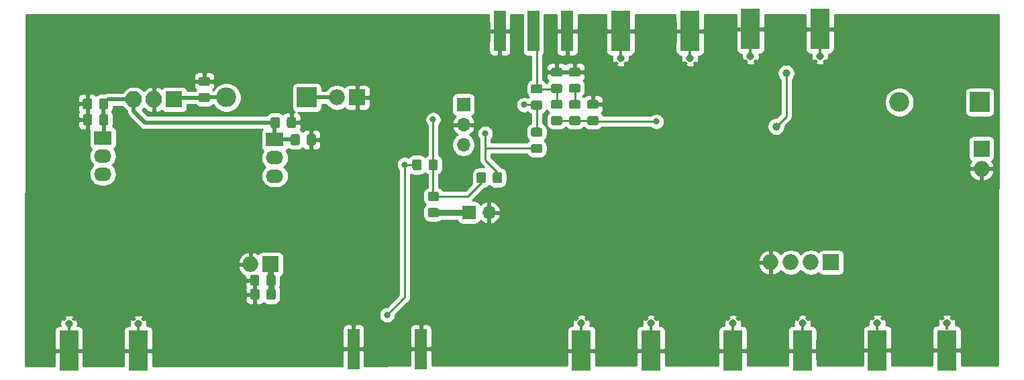
<source format=gbr>
G04 #@! TF.GenerationSoftware,KiCad,Pcbnew,(5.1.5-0-10_14)*
G04 #@! TF.CreationDate,2020-03-02T15:11:44-08:00*
G04 #@! TF.ProjectId,StabilityTestRev0,53746162-696c-4697-9479-546573745265,rev?*
G04 #@! TF.SameCoordinates,Original*
G04 #@! TF.FileFunction,Copper,L2,Bot*
G04 #@! TF.FilePolarity,Positive*
%FSLAX46Y46*%
G04 Gerber Fmt 4.6, Leading zero omitted, Abs format (unit mm)*
G04 Created by KiCad (PCBNEW (5.1.5-0-10_14)) date 2020-03-02 15:11:44*
%MOMM*%
%LPD*%
G04 APERTURE LIST*
%ADD10C,0.100000*%
%ADD11O,2.200000X1.717500*%
%ADD12R,2.200000X1.717500*%
%ADD13R,2.200000X1.700000*%
%ADD14O,2.200000X1.700000*%
%ADD15R,0.460000X0.950000*%
%ADD16C,0.970000*%
%ADD17R,2.420000X5.080000*%
%ADD18R,2.500000X2.500000*%
%ADD19O,2.500000X2.500000*%
%ADD20O,2.000000X2.000000*%
%ADD21R,2.000000X2.000000*%
%ADD22R,2.100000X2.100000*%
%ADD23O,2.100000X2.100000*%
%ADD24R,1.700000X1.700000*%
%ADD25O,1.700000X1.700000*%
%ADD26R,1.500000X5.080000*%
%ADD27C,0.800000*%
%ADD28C,0.900000*%
%ADD29C,1.000000*%
%ADD30C,0.250000*%
%ADD31C,0.508000*%
%ADD32C,0.762000*%
%ADD33C,0.254000*%
G04 APERTURE END LIST*
G04 #@! TA.AperFunction,SMDPad,CuDef*
D10*
G36*
X122269910Y-96837202D02*
G01*
X122294135Y-96840795D01*
X122317891Y-96846746D01*
X122340949Y-96854996D01*
X122363087Y-96865467D01*
X122384093Y-96878057D01*
X122403763Y-96892645D01*
X122421908Y-96909092D01*
X122438355Y-96927237D01*
X122452943Y-96946907D01*
X122465533Y-96967913D01*
X122476004Y-96990051D01*
X122484254Y-97013109D01*
X122490205Y-97036865D01*
X122493798Y-97061090D01*
X122495000Y-97085550D01*
X122495000Y-97986450D01*
X122493798Y-98010910D01*
X122490205Y-98035135D01*
X122484254Y-98058891D01*
X122476004Y-98081949D01*
X122465533Y-98104087D01*
X122452943Y-98125093D01*
X122438355Y-98144763D01*
X122421908Y-98162908D01*
X122403763Y-98179355D01*
X122384093Y-98193943D01*
X122363087Y-98206533D01*
X122340949Y-98217004D01*
X122317891Y-98225254D01*
X122294135Y-98231205D01*
X122269910Y-98234798D01*
X122245450Y-98236000D01*
X121594550Y-98236000D01*
X121570090Y-98234798D01*
X121545865Y-98231205D01*
X121522109Y-98225254D01*
X121499051Y-98217004D01*
X121476913Y-98206533D01*
X121455907Y-98193943D01*
X121436237Y-98179355D01*
X121418092Y-98162908D01*
X121401645Y-98144763D01*
X121387057Y-98125093D01*
X121374467Y-98104087D01*
X121363996Y-98081949D01*
X121355746Y-98058891D01*
X121349795Y-98035135D01*
X121346202Y-98010910D01*
X121345000Y-97986450D01*
X121345000Y-97085550D01*
X121346202Y-97061090D01*
X121349795Y-97036865D01*
X121355746Y-97013109D01*
X121363996Y-96990051D01*
X121374467Y-96967913D01*
X121387057Y-96946907D01*
X121401645Y-96927237D01*
X121418092Y-96909092D01*
X121436237Y-96892645D01*
X121455907Y-96878057D01*
X121476913Y-96865467D01*
X121499051Y-96854996D01*
X121522109Y-96846746D01*
X121545865Y-96840795D01*
X121570090Y-96837202D01*
X121594550Y-96836000D01*
X122245450Y-96836000D01*
X122269910Y-96837202D01*
G37*
G04 #@! TD.AperFunction*
G04 #@! TA.AperFunction,SMDPad,CuDef*
G36*
X124319910Y-96837202D02*
G01*
X124344135Y-96840795D01*
X124367891Y-96846746D01*
X124390949Y-96854996D01*
X124413087Y-96865467D01*
X124434093Y-96878057D01*
X124453763Y-96892645D01*
X124471908Y-96909092D01*
X124488355Y-96927237D01*
X124502943Y-96946907D01*
X124515533Y-96967913D01*
X124526004Y-96990051D01*
X124534254Y-97013109D01*
X124540205Y-97036865D01*
X124543798Y-97061090D01*
X124545000Y-97085550D01*
X124545000Y-97986450D01*
X124543798Y-98010910D01*
X124540205Y-98035135D01*
X124534254Y-98058891D01*
X124526004Y-98081949D01*
X124515533Y-98104087D01*
X124502943Y-98125093D01*
X124488355Y-98144763D01*
X124471908Y-98162908D01*
X124453763Y-98179355D01*
X124434093Y-98193943D01*
X124413087Y-98206533D01*
X124390949Y-98217004D01*
X124367891Y-98225254D01*
X124344135Y-98231205D01*
X124319910Y-98234798D01*
X124295450Y-98236000D01*
X123644550Y-98236000D01*
X123620090Y-98234798D01*
X123595865Y-98231205D01*
X123572109Y-98225254D01*
X123549051Y-98217004D01*
X123526913Y-98206533D01*
X123505907Y-98193943D01*
X123486237Y-98179355D01*
X123468092Y-98162908D01*
X123451645Y-98144763D01*
X123437057Y-98125093D01*
X123424467Y-98104087D01*
X123413996Y-98081949D01*
X123405746Y-98058891D01*
X123399795Y-98035135D01*
X123396202Y-98010910D01*
X123395000Y-97986450D01*
X123395000Y-97085550D01*
X123396202Y-97061090D01*
X123399795Y-97036865D01*
X123405746Y-97013109D01*
X123413996Y-96990051D01*
X123424467Y-96967913D01*
X123437057Y-96946907D01*
X123451645Y-96927237D01*
X123468092Y-96909092D01*
X123486237Y-96892645D01*
X123505907Y-96878057D01*
X123526913Y-96865467D01*
X123549051Y-96854996D01*
X123572109Y-96846746D01*
X123595865Y-96840795D01*
X123620090Y-96837202D01*
X123644550Y-96836000D01*
X124295450Y-96836000D01*
X124319910Y-96837202D01*
G37*
G04 #@! TD.AperFunction*
G04 #@! TA.AperFunction,SMDPad,CuDef*
G36*
X95765305Y-111573804D02*
G01*
X95789573Y-111577404D01*
X95813372Y-111583365D01*
X95836471Y-111591630D01*
X95858650Y-111602120D01*
X95879693Y-111614732D01*
X95899399Y-111629347D01*
X95917577Y-111645823D01*
X95934053Y-111664001D01*
X95948668Y-111683707D01*
X95961280Y-111704750D01*
X95971770Y-111726929D01*
X95980035Y-111750028D01*
X95985996Y-111773827D01*
X95989596Y-111798095D01*
X95990800Y-111822599D01*
X95990800Y-112722601D01*
X95989596Y-112747105D01*
X95985996Y-112771373D01*
X95980035Y-112795172D01*
X95971770Y-112818271D01*
X95961280Y-112840450D01*
X95948668Y-112861493D01*
X95934053Y-112881199D01*
X95917577Y-112899377D01*
X95899399Y-112915853D01*
X95879693Y-112930468D01*
X95858650Y-112943080D01*
X95836471Y-112953570D01*
X95813372Y-112961835D01*
X95789573Y-112967796D01*
X95765305Y-112971396D01*
X95740801Y-112972600D01*
X95090799Y-112972600D01*
X95066295Y-112971396D01*
X95042027Y-112967796D01*
X95018228Y-112961835D01*
X94995129Y-112953570D01*
X94972950Y-112943080D01*
X94951907Y-112930468D01*
X94932201Y-112915853D01*
X94914023Y-112899377D01*
X94897547Y-112881199D01*
X94882932Y-112861493D01*
X94870320Y-112840450D01*
X94859830Y-112818271D01*
X94851565Y-112795172D01*
X94845604Y-112771373D01*
X94842004Y-112747105D01*
X94840800Y-112722601D01*
X94840800Y-111822599D01*
X94842004Y-111798095D01*
X94845604Y-111773827D01*
X94851565Y-111750028D01*
X94859830Y-111726929D01*
X94870320Y-111704750D01*
X94882932Y-111683707D01*
X94897547Y-111664001D01*
X94914023Y-111645823D01*
X94932201Y-111629347D01*
X94951907Y-111614732D01*
X94972950Y-111602120D01*
X94995129Y-111591630D01*
X95018228Y-111583365D01*
X95042027Y-111577404D01*
X95066295Y-111573804D01*
X95090799Y-111572600D01*
X95740801Y-111572600D01*
X95765305Y-111573804D01*
G37*
G04 #@! TD.AperFunction*
G04 #@! TA.AperFunction,SMDPad,CuDef*
G36*
X93715305Y-111573804D02*
G01*
X93739573Y-111577404D01*
X93763372Y-111583365D01*
X93786471Y-111591630D01*
X93808650Y-111602120D01*
X93829693Y-111614732D01*
X93849399Y-111629347D01*
X93867577Y-111645823D01*
X93884053Y-111664001D01*
X93898668Y-111683707D01*
X93911280Y-111704750D01*
X93921770Y-111726929D01*
X93930035Y-111750028D01*
X93935996Y-111773827D01*
X93939596Y-111798095D01*
X93940800Y-111822599D01*
X93940800Y-112722601D01*
X93939596Y-112747105D01*
X93935996Y-112771373D01*
X93930035Y-112795172D01*
X93921770Y-112818271D01*
X93911280Y-112840450D01*
X93898668Y-112861493D01*
X93884053Y-112881199D01*
X93867577Y-112899377D01*
X93849399Y-112915853D01*
X93829693Y-112930468D01*
X93808650Y-112943080D01*
X93786471Y-112953570D01*
X93763372Y-112961835D01*
X93739573Y-112967796D01*
X93715305Y-112971396D01*
X93690801Y-112972600D01*
X93040799Y-112972600D01*
X93016295Y-112971396D01*
X92992027Y-112967796D01*
X92968228Y-112961835D01*
X92945129Y-112953570D01*
X92922950Y-112943080D01*
X92901907Y-112930468D01*
X92882201Y-112915853D01*
X92864023Y-112899377D01*
X92847547Y-112881199D01*
X92832932Y-112861493D01*
X92820320Y-112840450D01*
X92809830Y-112818271D01*
X92801565Y-112795172D01*
X92795604Y-112771373D01*
X92792004Y-112747105D01*
X92790800Y-112722601D01*
X92790800Y-111822599D01*
X92792004Y-111798095D01*
X92795604Y-111773827D01*
X92801565Y-111750028D01*
X92809830Y-111726929D01*
X92820320Y-111704750D01*
X92832932Y-111683707D01*
X92847547Y-111664001D01*
X92864023Y-111645823D01*
X92882201Y-111629347D01*
X92901907Y-111614732D01*
X92922950Y-111602120D01*
X92945129Y-111591630D01*
X92968228Y-111583365D01*
X92992027Y-111577404D01*
X93016295Y-111573804D01*
X93040799Y-111572600D01*
X93690801Y-111572600D01*
X93715305Y-111573804D01*
G37*
G04 #@! TD.AperFunction*
G04 #@! TA.AperFunction,SMDPad,CuDef*
G36*
X93706305Y-109795804D02*
G01*
X93730573Y-109799404D01*
X93754372Y-109805365D01*
X93777471Y-109813630D01*
X93799650Y-109824120D01*
X93820693Y-109836732D01*
X93840399Y-109851347D01*
X93858577Y-109867823D01*
X93875053Y-109886001D01*
X93889668Y-109905707D01*
X93902280Y-109926750D01*
X93912770Y-109948929D01*
X93921035Y-109972028D01*
X93926996Y-109995827D01*
X93930596Y-110020095D01*
X93931800Y-110044599D01*
X93931800Y-110944601D01*
X93930596Y-110969105D01*
X93926996Y-110993373D01*
X93921035Y-111017172D01*
X93912770Y-111040271D01*
X93902280Y-111062450D01*
X93889668Y-111083493D01*
X93875053Y-111103199D01*
X93858577Y-111121377D01*
X93840399Y-111137853D01*
X93820693Y-111152468D01*
X93799650Y-111165080D01*
X93777471Y-111175570D01*
X93754372Y-111183835D01*
X93730573Y-111189796D01*
X93706305Y-111193396D01*
X93681801Y-111194600D01*
X93031799Y-111194600D01*
X93007295Y-111193396D01*
X92983027Y-111189796D01*
X92959228Y-111183835D01*
X92936129Y-111175570D01*
X92913950Y-111165080D01*
X92892907Y-111152468D01*
X92873201Y-111137853D01*
X92855023Y-111121377D01*
X92838547Y-111103199D01*
X92823932Y-111083493D01*
X92811320Y-111062450D01*
X92800830Y-111040271D01*
X92792565Y-111017172D01*
X92786604Y-110993373D01*
X92783004Y-110969105D01*
X92781800Y-110944601D01*
X92781800Y-110044599D01*
X92783004Y-110020095D01*
X92786604Y-109995827D01*
X92792565Y-109972028D01*
X92800830Y-109948929D01*
X92811320Y-109926750D01*
X92823932Y-109905707D01*
X92838547Y-109886001D01*
X92855023Y-109867823D01*
X92873201Y-109851347D01*
X92892907Y-109836732D01*
X92913950Y-109824120D01*
X92936129Y-109813630D01*
X92959228Y-109805365D01*
X92983027Y-109799404D01*
X93007295Y-109795804D01*
X93031799Y-109794600D01*
X93681801Y-109794600D01*
X93706305Y-109795804D01*
G37*
G04 #@! TD.AperFunction*
G04 #@! TA.AperFunction,SMDPad,CuDef*
G36*
X95756305Y-109795804D02*
G01*
X95780573Y-109799404D01*
X95804372Y-109805365D01*
X95827471Y-109813630D01*
X95849650Y-109824120D01*
X95870693Y-109836732D01*
X95890399Y-109851347D01*
X95908577Y-109867823D01*
X95925053Y-109886001D01*
X95939668Y-109905707D01*
X95952280Y-109926750D01*
X95962770Y-109948929D01*
X95971035Y-109972028D01*
X95976996Y-109995827D01*
X95980596Y-110020095D01*
X95981800Y-110044599D01*
X95981800Y-110944601D01*
X95980596Y-110969105D01*
X95976996Y-110993373D01*
X95971035Y-111017172D01*
X95962770Y-111040271D01*
X95952280Y-111062450D01*
X95939668Y-111083493D01*
X95925053Y-111103199D01*
X95908577Y-111121377D01*
X95890399Y-111137853D01*
X95870693Y-111152468D01*
X95849650Y-111165080D01*
X95827471Y-111175570D01*
X95804372Y-111183835D01*
X95780573Y-111189796D01*
X95756305Y-111193396D01*
X95731801Y-111194600D01*
X95081799Y-111194600D01*
X95057295Y-111193396D01*
X95033027Y-111189796D01*
X95009228Y-111183835D01*
X94986129Y-111175570D01*
X94963950Y-111165080D01*
X94942907Y-111152468D01*
X94923201Y-111137853D01*
X94905023Y-111121377D01*
X94888547Y-111103199D01*
X94873932Y-111083493D01*
X94861320Y-111062450D01*
X94850830Y-111040271D01*
X94842565Y-111017172D01*
X94836604Y-110993373D01*
X94833004Y-110969105D01*
X94831800Y-110944601D01*
X94831800Y-110044599D01*
X94833004Y-110020095D01*
X94836604Y-109995827D01*
X94842565Y-109972028D01*
X94850830Y-109948929D01*
X94861320Y-109926750D01*
X94873932Y-109905707D01*
X94888547Y-109886001D01*
X94905023Y-109867823D01*
X94923201Y-109851347D01*
X94942907Y-109836732D01*
X94963950Y-109824120D01*
X94986129Y-109813630D01*
X95009228Y-109805365D01*
X95033027Y-109799404D01*
X95057295Y-109795804D01*
X95081799Y-109794600D01*
X95731801Y-109794600D01*
X95756305Y-109795804D01*
G37*
G04 #@! TD.AperFunction*
G04 #@! TA.AperFunction,SMDPad,CuDef*
G36*
X96277005Y-89869504D02*
G01*
X96301273Y-89873104D01*
X96325072Y-89879065D01*
X96348171Y-89887330D01*
X96370350Y-89897820D01*
X96391393Y-89910432D01*
X96411099Y-89925047D01*
X96429277Y-89941523D01*
X96445753Y-89959701D01*
X96460368Y-89979407D01*
X96472980Y-90000450D01*
X96483470Y-90022629D01*
X96491735Y-90045728D01*
X96497696Y-90069527D01*
X96501296Y-90093795D01*
X96502500Y-90118299D01*
X96502500Y-91018301D01*
X96501296Y-91042805D01*
X96497696Y-91067073D01*
X96491735Y-91090872D01*
X96483470Y-91113971D01*
X96472980Y-91136150D01*
X96460368Y-91157193D01*
X96445753Y-91176899D01*
X96429277Y-91195077D01*
X96411099Y-91211553D01*
X96391393Y-91226168D01*
X96370350Y-91238780D01*
X96348171Y-91249270D01*
X96325072Y-91257535D01*
X96301273Y-91263496D01*
X96277005Y-91267096D01*
X96252501Y-91268300D01*
X95602499Y-91268300D01*
X95577995Y-91267096D01*
X95553727Y-91263496D01*
X95529928Y-91257535D01*
X95506829Y-91249270D01*
X95484650Y-91238780D01*
X95463607Y-91226168D01*
X95443901Y-91211553D01*
X95425723Y-91195077D01*
X95409247Y-91176899D01*
X95394632Y-91157193D01*
X95382020Y-91136150D01*
X95371530Y-91113971D01*
X95363265Y-91090872D01*
X95357304Y-91067073D01*
X95353704Y-91042805D01*
X95352500Y-91018301D01*
X95352500Y-90118299D01*
X95353704Y-90093795D01*
X95357304Y-90069527D01*
X95363265Y-90045728D01*
X95371530Y-90022629D01*
X95382020Y-90000450D01*
X95394632Y-89979407D01*
X95409247Y-89959701D01*
X95425723Y-89941523D01*
X95443901Y-89925047D01*
X95463607Y-89910432D01*
X95484650Y-89897820D01*
X95506829Y-89887330D01*
X95529928Y-89879065D01*
X95553727Y-89873104D01*
X95577995Y-89869504D01*
X95602499Y-89868300D01*
X96252501Y-89868300D01*
X96277005Y-89869504D01*
G37*
G04 #@! TD.AperFunction*
G04 #@! TA.AperFunction,SMDPad,CuDef*
G36*
X98327005Y-89869504D02*
G01*
X98351273Y-89873104D01*
X98375072Y-89879065D01*
X98398171Y-89887330D01*
X98420350Y-89897820D01*
X98441393Y-89910432D01*
X98461099Y-89925047D01*
X98479277Y-89941523D01*
X98495753Y-89959701D01*
X98510368Y-89979407D01*
X98522980Y-90000450D01*
X98533470Y-90022629D01*
X98541735Y-90045728D01*
X98547696Y-90069527D01*
X98551296Y-90093795D01*
X98552500Y-90118299D01*
X98552500Y-91018301D01*
X98551296Y-91042805D01*
X98547696Y-91067073D01*
X98541735Y-91090872D01*
X98533470Y-91113971D01*
X98522980Y-91136150D01*
X98510368Y-91157193D01*
X98495753Y-91176899D01*
X98479277Y-91195077D01*
X98461099Y-91211553D01*
X98441393Y-91226168D01*
X98420350Y-91238780D01*
X98398171Y-91249270D01*
X98375072Y-91257535D01*
X98351273Y-91263496D01*
X98327005Y-91267096D01*
X98302501Y-91268300D01*
X97652499Y-91268300D01*
X97627995Y-91267096D01*
X97603727Y-91263496D01*
X97579928Y-91257535D01*
X97556829Y-91249270D01*
X97534650Y-91238780D01*
X97513607Y-91226168D01*
X97493901Y-91211553D01*
X97475723Y-91195077D01*
X97459247Y-91176899D01*
X97444632Y-91157193D01*
X97432020Y-91136150D01*
X97421530Y-91113971D01*
X97413265Y-91090872D01*
X97407304Y-91067073D01*
X97403704Y-91042805D01*
X97402500Y-91018301D01*
X97402500Y-90118299D01*
X97403704Y-90093795D01*
X97407304Y-90069527D01*
X97413265Y-90045728D01*
X97421530Y-90022629D01*
X97432020Y-90000450D01*
X97444632Y-89979407D01*
X97459247Y-89959701D01*
X97475723Y-89941523D01*
X97493901Y-89925047D01*
X97513607Y-89910432D01*
X97534650Y-89897820D01*
X97556829Y-89887330D01*
X97579928Y-89879065D01*
X97603727Y-89873104D01*
X97627995Y-89869504D01*
X97652499Y-89868300D01*
X98302501Y-89868300D01*
X98327005Y-89869504D01*
G37*
G04 #@! TD.AperFunction*
G04 #@! TA.AperFunction,SMDPad,CuDef*
G36*
X72586205Y-87507304D02*
G01*
X72610473Y-87510904D01*
X72634272Y-87516865D01*
X72657371Y-87525130D01*
X72679550Y-87535620D01*
X72700593Y-87548232D01*
X72720299Y-87562847D01*
X72738477Y-87579323D01*
X72754953Y-87597501D01*
X72769568Y-87617207D01*
X72782180Y-87638250D01*
X72792670Y-87660429D01*
X72800935Y-87683528D01*
X72806896Y-87707327D01*
X72810496Y-87731595D01*
X72811700Y-87756099D01*
X72811700Y-88656101D01*
X72810496Y-88680605D01*
X72806896Y-88704873D01*
X72800935Y-88728672D01*
X72792670Y-88751771D01*
X72782180Y-88773950D01*
X72769568Y-88794993D01*
X72754953Y-88814699D01*
X72738477Y-88832877D01*
X72720299Y-88849353D01*
X72700593Y-88863968D01*
X72679550Y-88876580D01*
X72657371Y-88887070D01*
X72634272Y-88895335D01*
X72610473Y-88901296D01*
X72586205Y-88904896D01*
X72561701Y-88906100D01*
X71911699Y-88906100D01*
X71887195Y-88904896D01*
X71862927Y-88901296D01*
X71839128Y-88895335D01*
X71816029Y-88887070D01*
X71793850Y-88876580D01*
X71772807Y-88863968D01*
X71753101Y-88849353D01*
X71734923Y-88832877D01*
X71718447Y-88814699D01*
X71703832Y-88794993D01*
X71691220Y-88773950D01*
X71680730Y-88751771D01*
X71672465Y-88728672D01*
X71666504Y-88704873D01*
X71662904Y-88680605D01*
X71661700Y-88656101D01*
X71661700Y-87756099D01*
X71662904Y-87731595D01*
X71666504Y-87707327D01*
X71672465Y-87683528D01*
X71680730Y-87660429D01*
X71691220Y-87638250D01*
X71703832Y-87617207D01*
X71718447Y-87597501D01*
X71734923Y-87579323D01*
X71753101Y-87562847D01*
X71772807Y-87548232D01*
X71793850Y-87535620D01*
X71816029Y-87525130D01*
X71839128Y-87516865D01*
X71862927Y-87510904D01*
X71887195Y-87507304D01*
X71911699Y-87506100D01*
X72561701Y-87506100D01*
X72586205Y-87507304D01*
G37*
G04 #@! TD.AperFunction*
G04 #@! TA.AperFunction,SMDPad,CuDef*
G36*
X74636205Y-87507304D02*
G01*
X74660473Y-87510904D01*
X74684272Y-87516865D01*
X74707371Y-87525130D01*
X74729550Y-87535620D01*
X74750593Y-87548232D01*
X74770299Y-87562847D01*
X74788477Y-87579323D01*
X74804953Y-87597501D01*
X74819568Y-87617207D01*
X74832180Y-87638250D01*
X74842670Y-87660429D01*
X74850935Y-87683528D01*
X74856896Y-87707327D01*
X74860496Y-87731595D01*
X74861700Y-87756099D01*
X74861700Y-88656101D01*
X74860496Y-88680605D01*
X74856896Y-88704873D01*
X74850935Y-88728672D01*
X74842670Y-88751771D01*
X74832180Y-88773950D01*
X74819568Y-88794993D01*
X74804953Y-88814699D01*
X74788477Y-88832877D01*
X74770299Y-88849353D01*
X74750593Y-88863968D01*
X74729550Y-88876580D01*
X74707371Y-88887070D01*
X74684272Y-88895335D01*
X74660473Y-88901296D01*
X74636205Y-88904896D01*
X74611701Y-88906100D01*
X73961699Y-88906100D01*
X73937195Y-88904896D01*
X73912927Y-88901296D01*
X73889128Y-88895335D01*
X73866029Y-88887070D01*
X73843850Y-88876580D01*
X73822807Y-88863968D01*
X73803101Y-88849353D01*
X73784923Y-88832877D01*
X73768447Y-88814699D01*
X73753832Y-88794993D01*
X73741220Y-88773950D01*
X73730730Y-88751771D01*
X73722465Y-88728672D01*
X73716504Y-88704873D01*
X73712904Y-88680605D01*
X73711700Y-88656101D01*
X73711700Y-87756099D01*
X73712904Y-87731595D01*
X73716504Y-87707327D01*
X73722465Y-87683528D01*
X73730730Y-87660429D01*
X73741220Y-87638250D01*
X73753832Y-87617207D01*
X73768447Y-87597501D01*
X73784923Y-87579323D01*
X73803101Y-87562847D01*
X73822807Y-87548232D01*
X73843850Y-87535620D01*
X73866029Y-87525130D01*
X73889128Y-87516865D01*
X73912927Y-87510904D01*
X73937195Y-87507304D01*
X73961699Y-87506100D01*
X74611701Y-87506100D01*
X74636205Y-87507304D01*
G37*
G04 #@! TD.AperFunction*
G04 #@! TA.AperFunction,SMDPad,CuDef*
G36*
X131916505Y-83632204D02*
G01*
X131940773Y-83635804D01*
X131964572Y-83641765D01*
X131987671Y-83650030D01*
X132009850Y-83660520D01*
X132030893Y-83673132D01*
X132050599Y-83687747D01*
X132068777Y-83704223D01*
X132085253Y-83722401D01*
X132099868Y-83742107D01*
X132112480Y-83763150D01*
X132122970Y-83785329D01*
X132131235Y-83808428D01*
X132137196Y-83832227D01*
X132140796Y-83856495D01*
X132142000Y-83880999D01*
X132142000Y-84531001D01*
X132140796Y-84555505D01*
X132137196Y-84579773D01*
X132131235Y-84603572D01*
X132122970Y-84626671D01*
X132112480Y-84648850D01*
X132099868Y-84669893D01*
X132085253Y-84689599D01*
X132068777Y-84707777D01*
X132050599Y-84724253D01*
X132030893Y-84738868D01*
X132009850Y-84751480D01*
X131987671Y-84761970D01*
X131964572Y-84770235D01*
X131940773Y-84776196D01*
X131916505Y-84779796D01*
X131892001Y-84781000D01*
X130991999Y-84781000D01*
X130967495Y-84779796D01*
X130943227Y-84776196D01*
X130919428Y-84770235D01*
X130896329Y-84761970D01*
X130874150Y-84751480D01*
X130853107Y-84738868D01*
X130833401Y-84724253D01*
X130815223Y-84707777D01*
X130798747Y-84689599D01*
X130784132Y-84669893D01*
X130771520Y-84648850D01*
X130761030Y-84626671D01*
X130752765Y-84603572D01*
X130746804Y-84579773D01*
X130743204Y-84555505D01*
X130742000Y-84531001D01*
X130742000Y-83880999D01*
X130743204Y-83856495D01*
X130746804Y-83832227D01*
X130752765Y-83808428D01*
X130761030Y-83785329D01*
X130771520Y-83763150D01*
X130784132Y-83742107D01*
X130798747Y-83722401D01*
X130815223Y-83704223D01*
X130833401Y-83687747D01*
X130853107Y-83673132D01*
X130874150Y-83660520D01*
X130896329Y-83650030D01*
X130919428Y-83641765D01*
X130943227Y-83635804D01*
X130967495Y-83632204D01*
X130991999Y-83631000D01*
X131892001Y-83631000D01*
X131916505Y-83632204D01*
G37*
G04 #@! TD.AperFunction*
G04 #@! TA.AperFunction,SMDPad,CuDef*
G36*
X131916505Y-85682204D02*
G01*
X131940773Y-85685804D01*
X131964572Y-85691765D01*
X131987671Y-85700030D01*
X132009850Y-85710520D01*
X132030893Y-85723132D01*
X132050599Y-85737747D01*
X132068777Y-85754223D01*
X132085253Y-85772401D01*
X132099868Y-85792107D01*
X132112480Y-85813150D01*
X132122970Y-85835329D01*
X132131235Y-85858428D01*
X132137196Y-85882227D01*
X132140796Y-85906495D01*
X132142000Y-85930999D01*
X132142000Y-86581001D01*
X132140796Y-86605505D01*
X132137196Y-86629773D01*
X132131235Y-86653572D01*
X132122970Y-86676671D01*
X132112480Y-86698850D01*
X132099868Y-86719893D01*
X132085253Y-86739599D01*
X132068777Y-86757777D01*
X132050599Y-86774253D01*
X132030893Y-86788868D01*
X132009850Y-86801480D01*
X131987671Y-86811970D01*
X131964572Y-86820235D01*
X131940773Y-86826196D01*
X131916505Y-86829796D01*
X131892001Y-86831000D01*
X130991999Y-86831000D01*
X130967495Y-86829796D01*
X130943227Y-86826196D01*
X130919428Y-86820235D01*
X130896329Y-86811970D01*
X130874150Y-86801480D01*
X130853107Y-86788868D01*
X130833401Y-86774253D01*
X130815223Y-86757777D01*
X130798747Y-86739599D01*
X130784132Y-86719893D01*
X130771520Y-86698850D01*
X130761030Y-86676671D01*
X130752765Y-86653572D01*
X130746804Y-86629773D01*
X130743204Y-86605505D01*
X130742000Y-86581001D01*
X130742000Y-85930999D01*
X130743204Y-85906495D01*
X130746804Y-85882227D01*
X130752765Y-85858428D01*
X130761030Y-85835329D01*
X130771520Y-85813150D01*
X130784132Y-85792107D01*
X130798747Y-85772401D01*
X130815223Y-85754223D01*
X130833401Y-85737747D01*
X130853107Y-85723132D01*
X130874150Y-85710520D01*
X130896329Y-85700030D01*
X130919428Y-85691765D01*
X130943227Y-85685804D01*
X130967495Y-85682204D01*
X130991999Y-85681000D01*
X131892001Y-85681000D01*
X131916505Y-85682204D01*
G37*
G04 #@! TD.AperFunction*
G04 #@! TA.AperFunction,SMDPad,CuDef*
G36*
X134202505Y-85664204D02*
G01*
X134226773Y-85667804D01*
X134250572Y-85673765D01*
X134273671Y-85682030D01*
X134295850Y-85692520D01*
X134316893Y-85705132D01*
X134336599Y-85719747D01*
X134354777Y-85736223D01*
X134371253Y-85754401D01*
X134385868Y-85774107D01*
X134398480Y-85795150D01*
X134408970Y-85817329D01*
X134417235Y-85840428D01*
X134423196Y-85864227D01*
X134426796Y-85888495D01*
X134428000Y-85912999D01*
X134428000Y-86563001D01*
X134426796Y-86587505D01*
X134423196Y-86611773D01*
X134417235Y-86635572D01*
X134408970Y-86658671D01*
X134398480Y-86680850D01*
X134385868Y-86701893D01*
X134371253Y-86721599D01*
X134354777Y-86739777D01*
X134336599Y-86756253D01*
X134316893Y-86770868D01*
X134295850Y-86783480D01*
X134273671Y-86793970D01*
X134250572Y-86802235D01*
X134226773Y-86808196D01*
X134202505Y-86811796D01*
X134178001Y-86813000D01*
X133277999Y-86813000D01*
X133253495Y-86811796D01*
X133229227Y-86808196D01*
X133205428Y-86802235D01*
X133182329Y-86793970D01*
X133160150Y-86783480D01*
X133139107Y-86770868D01*
X133119401Y-86756253D01*
X133101223Y-86739777D01*
X133084747Y-86721599D01*
X133070132Y-86701893D01*
X133057520Y-86680850D01*
X133047030Y-86658671D01*
X133038765Y-86635572D01*
X133032804Y-86611773D01*
X133029204Y-86587505D01*
X133028000Y-86563001D01*
X133028000Y-85912999D01*
X133029204Y-85888495D01*
X133032804Y-85864227D01*
X133038765Y-85840428D01*
X133047030Y-85817329D01*
X133057520Y-85795150D01*
X133070132Y-85774107D01*
X133084747Y-85754401D01*
X133101223Y-85736223D01*
X133119401Y-85719747D01*
X133139107Y-85705132D01*
X133160150Y-85692520D01*
X133182329Y-85682030D01*
X133205428Y-85673765D01*
X133229227Y-85667804D01*
X133253495Y-85664204D01*
X133277999Y-85663000D01*
X134178001Y-85663000D01*
X134202505Y-85664204D01*
G37*
G04 #@! TD.AperFunction*
G04 #@! TA.AperFunction,SMDPad,CuDef*
G36*
X134202505Y-83614204D02*
G01*
X134226773Y-83617804D01*
X134250572Y-83623765D01*
X134273671Y-83632030D01*
X134295850Y-83642520D01*
X134316893Y-83655132D01*
X134336599Y-83669747D01*
X134354777Y-83686223D01*
X134371253Y-83704401D01*
X134385868Y-83724107D01*
X134398480Y-83745150D01*
X134408970Y-83767329D01*
X134417235Y-83790428D01*
X134423196Y-83814227D01*
X134426796Y-83838495D01*
X134428000Y-83862999D01*
X134428000Y-84513001D01*
X134426796Y-84537505D01*
X134423196Y-84561773D01*
X134417235Y-84585572D01*
X134408970Y-84608671D01*
X134398480Y-84630850D01*
X134385868Y-84651893D01*
X134371253Y-84671599D01*
X134354777Y-84689777D01*
X134336599Y-84706253D01*
X134316893Y-84720868D01*
X134295850Y-84733480D01*
X134273671Y-84743970D01*
X134250572Y-84752235D01*
X134226773Y-84758196D01*
X134202505Y-84761796D01*
X134178001Y-84763000D01*
X133277999Y-84763000D01*
X133253495Y-84761796D01*
X133229227Y-84758196D01*
X133205428Y-84752235D01*
X133182329Y-84743970D01*
X133160150Y-84733480D01*
X133139107Y-84720868D01*
X133119401Y-84706253D01*
X133101223Y-84689777D01*
X133084747Y-84671599D01*
X133070132Y-84651893D01*
X133057520Y-84630850D01*
X133047030Y-84608671D01*
X133038765Y-84585572D01*
X133032804Y-84561773D01*
X133029204Y-84537505D01*
X133028000Y-84513001D01*
X133028000Y-83862999D01*
X133029204Y-83838495D01*
X133032804Y-83814227D01*
X133038765Y-83790428D01*
X133047030Y-83767329D01*
X133057520Y-83745150D01*
X133070132Y-83724107D01*
X133084747Y-83704401D01*
X133101223Y-83686223D01*
X133119401Y-83669747D01*
X133139107Y-83655132D01*
X133160150Y-83642520D01*
X133182329Y-83632030D01*
X133205428Y-83623765D01*
X133229227Y-83617804D01*
X133253495Y-83614204D01*
X133277999Y-83613000D01*
X134178001Y-83613000D01*
X134202505Y-83614204D01*
G37*
G04 #@! TD.AperFunction*
G04 #@! TA.AperFunction,SMDPad,CuDef*
G36*
X134202505Y-87696204D02*
G01*
X134226773Y-87699804D01*
X134250572Y-87705765D01*
X134273671Y-87714030D01*
X134295850Y-87724520D01*
X134316893Y-87737132D01*
X134336599Y-87751747D01*
X134354777Y-87768223D01*
X134371253Y-87786401D01*
X134385868Y-87806107D01*
X134398480Y-87827150D01*
X134408970Y-87849329D01*
X134417235Y-87872428D01*
X134423196Y-87896227D01*
X134426796Y-87920495D01*
X134428000Y-87944999D01*
X134428000Y-88595001D01*
X134426796Y-88619505D01*
X134423196Y-88643773D01*
X134417235Y-88667572D01*
X134408970Y-88690671D01*
X134398480Y-88712850D01*
X134385868Y-88733893D01*
X134371253Y-88753599D01*
X134354777Y-88771777D01*
X134336599Y-88788253D01*
X134316893Y-88802868D01*
X134295850Y-88815480D01*
X134273671Y-88825970D01*
X134250572Y-88834235D01*
X134226773Y-88840196D01*
X134202505Y-88843796D01*
X134178001Y-88845000D01*
X133277999Y-88845000D01*
X133253495Y-88843796D01*
X133229227Y-88840196D01*
X133205428Y-88834235D01*
X133182329Y-88825970D01*
X133160150Y-88815480D01*
X133139107Y-88802868D01*
X133119401Y-88788253D01*
X133101223Y-88771777D01*
X133084747Y-88753599D01*
X133070132Y-88733893D01*
X133057520Y-88712850D01*
X133047030Y-88690671D01*
X133038765Y-88667572D01*
X133032804Y-88643773D01*
X133029204Y-88619505D01*
X133028000Y-88595001D01*
X133028000Y-87944999D01*
X133029204Y-87920495D01*
X133032804Y-87896227D01*
X133038765Y-87872428D01*
X133047030Y-87849329D01*
X133057520Y-87827150D01*
X133070132Y-87806107D01*
X133084747Y-87786401D01*
X133101223Y-87768223D01*
X133119401Y-87751747D01*
X133139107Y-87737132D01*
X133160150Y-87724520D01*
X133182329Y-87714030D01*
X133205428Y-87705765D01*
X133229227Y-87699804D01*
X133253495Y-87696204D01*
X133277999Y-87695000D01*
X134178001Y-87695000D01*
X134202505Y-87696204D01*
G37*
G04 #@! TD.AperFunction*
G04 #@! TA.AperFunction,SMDPad,CuDef*
G36*
X134202505Y-89746204D02*
G01*
X134226773Y-89749804D01*
X134250572Y-89755765D01*
X134273671Y-89764030D01*
X134295850Y-89774520D01*
X134316893Y-89787132D01*
X134336599Y-89801747D01*
X134354777Y-89818223D01*
X134371253Y-89836401D01*
X134385868Y-89856107D01*
X134398480Y-89877150D01*
X134408970Y-89899329D01*
X134417235Y-89922428D01*
X134423196Y-89946227D01*
X134426796Y-89970495D01*
X134428000Y-89994999D01*
X134428000Y-90645001D01*
X134426796Y-90669505D01*
X134423196Y-90693773D01*
X134417235Y-90717572D01*
X134408970Y-90740671D01*
X134398480Y-90762850D01*
X134385868Y-90783893D01*
X134371253Y-90803599D01*
X134354777Y-90821777D01*
X134336599Y-90838253D01*
X134316893Y-90852868D01*
X134295850Y-90865480D01*
X134273671Y-90875970D01*
X134250572Y-90884235D01*
X134226773Y-90890196D01*
X134202505Y-90893796D01*
X134178001Y-90895000D01*
X133277999Y-90895000D01*
X133253495Y-90893796D01*
X133229227Y-90890196D01*
X133205428Y-90884235D01*
X133182329Y-90875970D01*
X133160150Y-90865480D01*
X133139107Y-90852868D01*
X133119401Y-90838253D01*
X133101223Y-90821777D01*
X133084747Y-90803599D01*
X133070132Y-90783893D01*
X133057520Y-90762850D01*
X133047030Y-90740671D01*
X133038765Y-90717572D01*
X133032804Y-90693773D01*
X133029204Y-90669505D01*
X133028000Y-90645001D01*
X133028000Y-89994999D01*
X133029204Y-89970495D01*
X133032804Y-89946227D01*
X133038765Y-89922428D01*
X133047030Y-89899329D01*
X133057520Y-89877150D01*
X133070132Y-89856107D01*
X133084747Y-89836401D01*
X133101223Y-89818223D01*
X133119401Y-89801747D01*
X133139107Y-89787132D01*
X133160150Y-89774520D01*
X133182329Y-89764030D01*
X133205428Y-89755765D01*
X133229227Y-89749804D01*
X133253495Y-89746204D01*
X133277999Y-89745000D01*
X134178001Y-89745000D01*
X134202505Y-89746204D01*
G37*
G04 #@! TD.AperFunction*
D11*
X74172400Y-97091400D03*
X74172400Y-94801400D03*
D12*
X74172400Y-92511400D03*
D13*
X95864000Y-92736000D03*
D14*
X95864000Y-95026000D03*
X95864000Y-97316000D03*
D15*
X180656000Y-116339200D03*
X171896000Y-116339200D03*
D16*
X180656000Y-115889200D03*
X171896000Y-115889200D03*
D17*
X180656000Y-119329200D03*
X171896000Y-119329200D03*
X164654000Y-78740000D03*
X155894000Y-78740000D03*
D16*
X164654000Y-82180000D03*
X155894000Y-82180000D03*
D15*
X164654000Y-81730000D03*
X155894000Y-81730000D03*
X139511000Y-81984000D03*
X148271000Y-81984000D03*
D16*
X139511000Y-82434000D03*
X148271000Y-82434000D03*
D17*
X139511000Y-78994000D03*
X148271000Y-78994000D03*
X153684200Y-119380000D03*
X162444200Y-119380000D03*
D16*
X153684200Y-115940000D03*
X162444200Y-115940000D03*
D15*
X153684200Y-116390000D03*
X162444200Y-116390000D03*
G04 #@! TA.AperFunction,SMDPad,CuDef*
D10*
G36*
X136488505Y-89746204D02*
G01*
X136512773Y-89749804D01*
X136536572Y-89755765D01*
X136559671Y-89764030D01*
X136581850Y-89774520D01*
X136602893Y-89787132D01*
X136622599Y-89801747D01*
X136640777Y-89818223D01*
X136657253Y-89836401D01*
X136671868Y-89856107D01*
X136684480Y-89877150D01*
X136694970Y-89899329D01*
X136703235Y-89922428D01*
X136709196Y-89946227D01*
X136712796Y-89970495D01*
X136714000Y-89994999D01*
X136714000Y-90645001D01*
X136712796Y-90669505D01*
X136709196Y-90693773D01*
X136703235Y-90717572D01*
X136694970Y-90740671D01*
X136684480Y-90762850D01*
X136671868Y-90783893D01*
X136657253Y-90803599D01*
X136640777Y-90821777D01*
X136622599Y-90838253D01*
X136602893Y-90852868D01*
X136581850Y-90865480D01*
X136559671Y-90875970D01*
X136536572Y-90884235D01*
X136512773Y-90890196D01*
X136488505Y-90893796D01*
X136464001Y-90895000D01*
X135563999Y-90895000D01*
X135539495Y-90893796D01*
X135515227Y-90890196D01*
X135491428Y-90884235D01*
X135468329Y-90875970D01*
X135446150Y-90865480D01*
X135425107Y-90852868D01*
X135405401Y-90838253D01*
X135387223Y-90821777D01*
X135370747Y-90803599D01*
X135356132Y-90783893D01*
X135343520Y-90762850D01*
X135333030Y-90740671D01*
X135324765Y-90717572D01*
X135318804Y-90693773D01*
X135315204Y-90669505D01*
X135314000Y-90645001D01*
X135314000Y-89994999D01*
X135315204Y-89970495D01*
X135318804Y-89946227D01*
X135324765Y-89922428D01*
X135333030Y-89899329D01*
X135343520Y-89877150D01*
X135356132Y-89856107D01*
X135370747Y-89836401D01*
X135387223Y-89818223D01*
X135405401Y-89801747D01*
X135425107Y-89787132D01*
X135446150Y-89774520D01*
X135468329Y-89764030D01*
X135491428Y-89755765D01*
X135515227Y-89749804D01*
X135539495Y-89746204D01*
X135563999Y-89745000D01*
X136464001Y-89745000D01*
X136488505Y-89746204D01*
G37*
G04 #@! TD.AperFunction*
G04 #@! TA.AperFunction,SMDPad,CuDef*
G36*
X136488505Y-87696204D02*
G01*
X136512773Y-87699804D01*
X136536572Y-87705765D01*
X136559671Y-87714030D01*
X136581850Y-87724520D01*
X136602893Y-87737132D01*
X136622599Y-87751747D01*
X136640777Y-87768223D01*
X136657253Y-87786401D01*
X136671868Y-87806107D01*
X136684480Y-87827150D01*
X136694970Y-87849329D01*
X136703235Y-87872428D01*
X136709196Y-87896227D01*
X136712796Y-87920495D01*
X136714000Y-87944999D01*
X136714000Y-88595001D01*
X136712796Y-88619505D01*
X136709196Y-88643773D01*
X136703235Y-88667572D01*
X136694970Y-88690671D01*
X136684480Y-88712850D01*
X136671868Y-88733893D01*
X136657253Y-88753599D01*
X136640777Y-88771777D01*
X136622599Y-88788253D01*
X136602893Y-88802868D01*
X136581850Y-88815480D01*
X136559671Y-88825970D01*
X136536572Y-88834235D01*
X136512773Y-88840196D01*
X136488505Y-88843796D01*
X136464001Y-88845000D01*
X135563999Y-88845000D01*
X135539495Y-88843796D01*
X135515227Y-88840196D01*
X135491428Y-88834235D01*
X135468329Y-88825970D01*
X135446150Y-88815480D01*
X135425107Y-88802868D01*
X135405401Y-88788253D01*
X135387223Y-88771777D01*
X135370747Y-88753599D01*
X135356132Y-88733893D01*
X135343520Y-88712850D01*
X135333030Y-88690671D01*
X135324765Y-88667572D01*
X135318804Y-88643773D01*
X135315204Y-88619505D01*
X135314000Y-88595001D01*
X135314000Y-87944999D01*
X135315204Y-87920495D01*
X135318804Y-87896227D01*
X135324765Y-87872428D01*
X135333030Y-87849329D01*
X135343520Y-87827150D01*
X135356132Y-87806107D01*
X135370747Y-87786401D01*
X135387223Y-87768223D01*
X135405401Y-87751747D01*
X135425107Y-87737132D01*
X135446150Y-87724520D01*
X135468329Y-87714030D01*
X135491428Y-87705765D01*
X135515227Y-87699804D01*
X135539495Y-87696204D01*
X135563999Y-87695000D01*
X136464001Y-87695000D01*
X136488505Y-87696204D01*
G37*
G04 #@! TD.AperFunction*
G04 #@! TA.AperFunction,SMDPad,CuDef*
G36*
X72604205Y-89513904D02*
G01*
X72628473Y-89517504D01*
X72652272Y-89523465D01*
X72675371Y-89531730D01*
X72697550Y-89542220D01*
X72718593Y-89554832D01*
X72738299Y-89569447D01*
X72756477Y-89585923D01*
X72772953Y-89604101D01*
X72787568Y-89623807D01*
X72800180Y-89644850D01*
X72810670Y-89667029D01*
X72818935Y-89690128D01*
X72824896Y-89713927D01*
X72828496Y-89738195D01*
X72829700Y-89762699D01*
X72829700Y-90662701D01*
X72828496Y-90687205D01*
X72824896Y-90711473D01*
X72818935Y-90735272D01*
X72810670Y-90758371D01*
X72800180Y-90780550D01*
X72787568Y-90801593D01*
X72772953Y-90821299D01*
X72756477Y-90839477D01*
X72738299Y-90855953D01*
X72718593Y-90870568D01*
X72697550Y-90883180D01*
X72675371Y-90893670D01*
X72652272Y-90901935D01*
X72628473Y-90907896D01*
X72604205Y-90911496D01*
X72579701Y-90912700D01*
X71929699Y-90912700D01*
X71905195Y-90911496D01*
X71880927Y-90907896D01*
X71857128Y-90901935D01*
X71834029Y-90893670D01*
X71811850Y-90883180D01*
X71790807Y-90870568D01*
X71771101Y-90855953D01*
X71752923Y-90839477D01*
X71736447Y-90821299D01*
X71721832Y-90801593D01*
X71709220Y-90780550D01*
X71698730Y-90758371D01*
X71690465Y-90735272D01*
X71684504Y-90711473D01*
X71680904Y-90687205D01*
X71679700Y-90662701D01*
X71679700Y-89762699D01*
X71680904Y-89738195D01*
X71684504Y-89713927D01*
X71690465Y-89690128D01*
X71698730Y-89667029D01*
X71709220Y-89644850D01*
X71721832Y-89623807D01*
X71736447Y-89604101D01*
X71752923Y-89585923D01*
X71771101Y-89569447D01*
X71790807Y-89554832D01*
X71811850Y-89542220D01*
X71834029Y-89531730D01*
X71857128Y-89523465D01*
X71880927Y-89517504D01*
X71905195Y-89513904D01*
X71929699Y-89512700D01*
X72579701Y-89512700D01*
X72604205Y-89513904D01*
G37*
G04 #@! TD.AperFunction*
G04 #@! TA.AperFunction,SMDPad,CuDef*
G36*
X74654205Y-89513904D02*
G01*
X74678473Y-89517504D01*
X74702272Y-89523465D01*
X74725371Y-89531730D01*
X74747550Y-89542220D01*
X74768593Y-89554832D01*
X74788299Y-89569447D01*
X74806477Y-89585923D01*
X74822953Y-89604101D01*
X74837568Y-89623807D01*
X74850180Y-89644850D01*
X74860670Y-89667029D01*
X74868935Y-89690128D01*
X74874896Y-89713927D01*
X74878496Y-89738195D01*
X74879700Y-89762699D01*
X74879700Y-90662701D01*
X74878496Y-90687205D01*
X74874896Y-90711473D01*
X74868935Y-90735272D01*
X74860670Y-90758371D01*
X74850180Y-90780550D01*
X74837568Y-90801593D01*
X74822953Y-90821299D01*
X74806477Y-90839477D01*
X74788299Y-90855953D01*
X74768593Y-90870568D01*
X74747550Y-90883180D01*
X74725371Y-90893670D01*
X74702272Y-90901935D01*
X74678473Y-90907896D01*
X74654205Y-90911496D01*
X74629701Y-90912700D01*
X73979699Y-90912700D01*
X73955195Y-90911496D01*
X73930927Y-90907896D01*
X73907128Y-90901935D01*
X73884029Y-90893670D01*
X73861850Y-90883180D01*
X73840807Y-90870568D01*
X73821101Y-90855953D01*
X73802923Y-90839477D01*
X73786447Y-90821299D01*
X73771832Y-90801593D01*
X73759220Y-90780550D01*
X73748730Y-90758371D01*
X73740465Y-90735272D01*
X73734504Y-90711473D01*
X73730904Y-90687205D01*
X73729700Y-90662701D01*
X73729700Y-89762699D01*
X73730904Y-89738195D01*
X73734504Y-89713927D01*
X73740465Y-89690128D01*
X73748730Y-89667029D01*
X73759220Y-89644850D01*
X73771832Y-89623807D01*
X73786447Y-89604101D01*
X73802923Y-89585923D01*
X73821101Y-89569447D01*
X73840807Y-89554832D01*
X73861850Y-89542220D01*
X73884029Y-89531730D01*
X73907128Y-89523465D01*
X73930927Y-89517504D01*
X73955195Y-89513904D01*
X73979699Y-89512700D01*
X74629701Y-89512700D01*
X74654205Y-89513904D01*
G37*
G04 #@! TD.AperFunction*
G04 #@! TA.AperFunction,SMDPad,CuDef*
G36*
X87448505Y-86841204D02*
G01*
X87472773Y-86844804D01*
X87496572Y-86850765D01*
X87519671Y-86859030D01*
X87541850Y-86869520D01*
X87562893Y-86882132D01*
X87582599Y-86896747D01*
X87600777Y-86913223D01*
X87617253Y-86931401D01*
X87631868Y-86951107D01*
X87644480Y-86972150D01*
X87654970Y-86994329D01*
X87663235Y-87017428D01*
X87669196Y-87041227D01*
X87672796Y-87065495D01*
X87674000Y-87089999D01*
X87674000Y-87740001D01*
X87672796Y-87764505D01*
X87669196Y-87788773D01*
X87663235Y-87812572D01*
X87654970Y-87835671D01*
X87644480Y-87857850D01*
X87631868Y-87878893D01*
X87617253Y-87898599D01*
X87600777Y-87916777D01*
X87582599Y-87933253D01*
X87562893Y-87947868D01*
X87541850Y-87960480D01*
X87519671Y-87970970D01*
X87496572Y-87979235D01*
X87472773Y-87985196D01*
X87448505Y-87988796D01*
X87424001Y-87990000D01*
X86523999Y-87990000D01*
X86499495Y-87988796D01*
X86475227Y-87985196D01*
X86451428Y-87979235D01*
X86428329Y-87970970D01*
X86406150Y-87960480D01*
X86385107Y-87947868D01*
X86365401Y-87933253D01*
X86347223Y-87916777D01*
X86330747Y-87898599D01*
X86316132Y-87878893D01*
X86303520Y-87857850D01*
X86293030Y-87835671D01*
X86284765Y-87812572D01*
X86278804Y-87788773D01*
X86275204Y-87764505D01*
X86274000Y-87740001D01*
X86274000Y-87089999D01*
X86275204Y-87065495D01*
X86278804Y-87041227D01*
X86284765Y-87017428D01*
X86293030Y-86994329D01*
X86303520Y-86972150D01*
X86316132Y-86951107D01*
X86330747Y-86931401D01*
X86347223Y-86913223D01*
X86365401Y-86896747D01*
X86385107Y-86882132D01*
X86406150Y-86869520D01*
X86428329Y-86859030D01*
X86451428Y-86850765D01*
X86475227Y-86844804D01*
X86499495Y-86841204D01*
X86523999Y-86840000D01*
X87424001Y-86840000D01*
X87448505Y-86841204D01*
G37*
G04 #@! TD.AperFunction*
G04 #@! TA.AperFunction,SMDPad,CuDef*
G36*
X87448505Y-84791204D02*
G01*
X87472773Y-84794804D01*
X87496572Y-84800765D01*
X87519671Y-84809030D01*
X87541850Y-84819520D01*
X87562893Y-84832132D01*
X87582599Y-84846747D01*
X87600777Y-84863223D01*
X87617253Y-84881401D01*
X87631868Y-84901107D01*
X87644480Y-84922150D01*
X87654970Y-84944329D01*
X87663235Y-84967428D01*
X87669196Y-84991227D01*
X87672796Y-85015495D01*
X87674000Y-85039999D01*
X87674000Y-85690001D01*
X87672796Y-85714505D01*
X87669196Y-85738773D01*
X87663235Y-85762572D01*
X87654970Y-85785671D01*
X87644480Y-85807850D01*
X87631868Y-85828893D01*
X87617253Y-85848599D01*
X87600777Y-85866777D01*
X87582599Y-85883253D01*
X87562893Y-85897868D01*
X87541850Y-85910480D01*
X87519671Y-85920970D01*
X87496572Y-85929235D01*
X87472773Y-85935196D01*
X87448505Y-85938796D01*
X87424001Y-85940000D01*
X86523999Y-85940000D01*
X86499495Y-85938796D01*
X86475227Y-85935196D01*
X86451428Y-85929235D01*
X86428329Y-85920970D01*
X86406150Y-85910480D01*
X86385107Y-85897868D01*
X86365401Y-85883253D01*
X86347223Y-85866777D01*
X86330747Y-85848599D01*
X86316132Y-85828893D01*
X86303520Y-85807850D01*
X86293030Y-85785671D01*
X86284765Y-85762572D01*
X86278804Y-85738773D01*
X86275204Y-85714505D01*
X86274000Y-85690001D01*
X86274000Y-85039999D01*
X86275204Y-85015495D01*
X86278804Y-84991227D01*
X86284765Y-84967428D01*
X86293030Y-84944329D01*
X86303520Y-84922150D01*
X86316132Y-84901107D01*
X86330747Y-84881401D01*
X86347223Y-84863223D01*
X86365401Y-84846747D01*
X86385107Y-84832132D01*
X86406150Y-84819520D01*
X86428329Y-84809030D01*
X86451428Y-84800765D01*
X86475227Y-84794804D01*
X86499495Y-84791204D01*
X86523999Y-84790000D01*
X87424001Y-84790000D01*
X87448505Y-84791204D01*
G37*
G04 #@! TD.AperFunction*
G04 #@! TA.AperFunction,SMDPad,CuDef*
G36*
X100841605Y-92041204D02*
G01*
X100865873Y-92044804D01*
X100889672Y-92050765D01*
X100912771Y-92059030D01*
X100934950Y-92069520D01*
X100955993Y-92082132D01*
X100975699Y-92096747D01*
X100993877Y-92113223D01*
X101010353Y-92131401D01*
X101024968Y-92151107D01*
X101037580Y-92172150D01*
X101048070Y-92194329D01*
X101056335Y-92217428D01*
X101062296Y-92241227D01*
X101065896Y-92265495D01*
X101067100Y-92289999D01*
X101067100Y-93190001D01*
X101065896Y-93214505D01*
X101062296Y-93238773D01*
X101056335Y-93262572D01*
X101048070Y-93285671D01*
X101037580Y-93307850D01*
X101024968Y-93328893D01*
X101010353Y-93348599D01*
X100993877Y-93366777D01*
X100975699Y-93383253D01*
X100955993Y-93397868D01*
X100934950Y-93410480D01*
X100912771Y-93420970D01*
X100889672Y-93429235D01*
X100865873Y-93435196D01*
X100841605Y-93438796D01*
X100817101Y-93440000D01*
X100167099Y-93440000D01*
X100142595Y-93438796D01*
X100118327Y-93435196D01*
X100094528Y-93429235D01*
X100071429Y-93420970D01*
X100049250Y-93410480D01*
X100028207Y-93397868D01*
X100008501Y-93383253D01*
X99990323Y-93366777D01*
X99973847Y-93348599D01*
X99959232Y-93328893D01*
X99946620Y-93307850D01*
X99936130Y-93285671D01*
X99927865Y-93262572D01*
X99921904Y-93238773D01*
X99918304Y-93214505D01*
X99917100Y-93190001D01*
X99917100Y-92289999D01*
X99918304Y-92265495D01*
X99921904Y-92241227D01*
X99927865Y-92217428D01*
X99936130Y-92194329D01*
X99946620Y-92172150D01*
X99959232Y-92151107D01*
X99973847Y-92131401D01*
X99990323Y-92113223D01*
X100008501Y-92096747D01*
X100028207Y-92082132D01*
X100049250Y-92069520D01*
X100071429Y-92059030D01*
X100094528Y-92050765D01*
X100118327Y-92044804D01*
X100142595Y-92041204D01*
X100167099Y-92040000D01*
X100817101Y-92040000D01*
X100841605Y-92041204D01*
G37*
G04 #@! TD.AperFunction*
G04 #@! TA.AperFunction,SMDPad,CuDef*
G36*
X98791605Y-92041204D02*
G01*
X98815873Y-92044804D01*
X98839672Y-92050765D01*
X98862771Y-92059030D01*
X98884950Y-92069520D01*
X98905993Y-92082132D01*
X98925699Y-92096747D01*
X98943877Y-92113223D01*
X98960353Y-92131401D01*
X98974968Y-92151107D01*
X98987580Y-92172150D01*
X98998070Y-92194329D01*
X99006335Y-92217428D01*
X99012296Y-92241227D01*
X99015896Y-92265495D01*
X99017100Y-92289999D01*
X99017100Y-93190001D01*
X99015896Y-93214505D01*
X99012296Y-93238773D01*
X99006335Y-93262572D01*
X98998070Y-93285671D01*
X98987580Y-93307850D01*
X98974968Y-93328893D01*
X98960353Y-93348599D01*
X98943877Y-93366777D01*
X98925699Y-93383253D01*
X98905993Y-93397868D01*
X98884950Y-93410480D01*
X98862771Y-93420970D01*
X98839672Y-93429235D01*
X98815873Y-93435196D01*
X98791605Y-93438796D01*
X98767101Y-93440000D01*
X98117099Y-93440000D01*
X98092595Y-93438796D01*
X98068327Y-93435196D01*
X98044528Y-93429235D01*
X98021429Y-93420970D01*
X97999250Y-93410480D01*
X97978207Y-93397868D01*
X97958501Y-93383253D01*
X97940323Y-93366777D01*
X97923847Y-93348599D01*
X97909232Y-93328893D01*
X97896620Y-93307850D01*
X97886130Y-93285671D01*
X97877865Y-93262572D01*
X97871904Y-93238773D01*
X97868304Y-93214505D01*
X97867100Y-93190001D01*
X97867100Y-92289999D01*
X97868304Y-92265495D01*
X97871904Y-92241227D01*
X97877865Y-92217428D01*
X97886130Y-92194329D01*
X97896620Y-92172150D01*
X97909232Y-92151107D01*
X97923847Y-92131401D01*
X97940323Y-92113223D01*
X97958501Y-92096747D01*
X97978207Y-92082132D01*
X97999250Y-92069520D01*
X98021429Y-92059030D01*
X98044528Y-92050765D01*
X98068327Y-92044804D01*
X98092595Y-92041204D01*
X98117099Y-92040000D01*
X98767101Y-92040000D01*
X98791605Y-92041204D01*
G37*
G04 #@! TD.AperFunction*
D18*
X184835800Y-87985600D03*
D19*
X174675800Y-87985600D03*
X89768000Y-87406000D03*
D18*
X99928000Y-87406000D03*
D20*
X185039000Y-96393000D03*
D21*
X185039000Y-93853000D03*
D17*
X134558000Y-119380000D03*
X143318000Y-119380000D03*
D16*
X134558000Y-115940000D03*
X143318000Y-115940000D03*
D15*
X134558000Y-116390000D03*
X143318000Y-116390000D03*
D21*
X166065200Y-108229400D03*
D20*
X163525200Y-108229400D03*
X160985200Y-108229400D03*
X158445200Y-108229400D03*
D21*
X95356000Y-108488000D03*
D20*
X92816000Y-108488000D03*
D21*
X106278000Y-87406000D03*
D20*
X103738000Y-87406000D03*
D17*
X69894000Y-119410000D03*
X78654000Y-119410000D03*
D16*
X69894000Y-115970000D03*
X78654000Y-115970000D03*
D15*
X69894000Y-116420000D03*
X78654000Y-116420000D03*
G04 #@! TA.AperFunction,SMDPad,CuDef*
D10*
G36*
X131916505Y-89737204D02*
G01*
X131940773Y-89740804D01*
X131964572Y-89746765D01*
X131987671Y-89755030D01*
X132009850Y-89765520D01*
X132030893Y-89778132D01*
X132050599Y-89792747D01*
X132068777Y-89809223D01*
X132085253Y-89827401D01*
X132099868Y-89847107D01*
X132112480Y-89868150D01*
X132122970Y-89890329D01*
X132131235Y-89913428D01*
X132137196Y-89937227D01*
X132140796Y-89961495D01*
X132142000Y-89985999D01*
X132142000Y-90636001D01*
X132140796Y-90660505D01*
X132137196Y-90684773D01*
X132131235Y-90708572D01*
X132122970Y-90731671D01*
X132112480Y-90753850D01*
X132099868Y-90774893D01*
X132085253Y-90794599D01*
X132068777Y-90812777D01*
X132050599Y-90829253D01*
X132030893Y-90843868D01*
X132009850Y-90856480D01*
X131987671Y-90866970D01*
X131964572Y-90875235D01*
X131940773Y-90881196D01*
X131916505Y-90884796D01*
X131892001Y-90886000D01*
X130991999Y-90886000D01*
X130967495Y-90884796D01*
X130943227Y-90881196D01*
X130919428Y-90875235D01*
X130896329Y-90866970D01*
X130874150Y-90856480D01*
X130853107Y-90843868D01*
X130833401Y-90829253D01*
X130815223Y-90812777D01*
X130798747Y-90794599D01*
X130784132Y-90774893D01*
X130771520Y-90753850D01*
X130761030Y-90731671D01*
X130752765Y-90708572D01*
X130746804Y-90684773D01*
X130743204Y-90660505D01*
X130742000Y-90636001D01*
X130742000Y-89985999D01*
X130743204Y-89961495D01*
X130746804Y-89937227D01*
X130752765Y-89913428D01*
X130761030Y-89890329D01*
X130771520Y-89868150D01*
X130784132Y-89847107D01*
X130798747Y-89827401D01*
X130815223Y-89809223D01*
X130833401Y-89792747D01*
X130853107Y-89778132D01*
X130874150Y-89765520D01*
X130896329Y-89755030D01*
X130919428Y-89746765D01*
X130943227Y-89740804D01*
X130967495Y-89737204D01*
X130991999Y-89736000D01*
X131892001Y-89736000D01*
X131916505Y-89737204D01*
G37*
G04 #@! TD.AperFunction*
G04 #@! TA.AperFunction,SMDPad,CuDef*
G36*
X131916505Y-87687204D02*
G01*
X131940773Y-87690804D01*
X131964572Y-87696765D01*
X131987671Y-87705030D01*
X132009850Y-87715520D01*
X132030893Y-87728132D01*
X132050599Y-87742747D01*
X132068777Y-87759223D01*
X132085253Y-87777401D01*
X132099868Y-87797107D01*
X132112480Y-87818150D01*
X132122970Y-87840329D01*
X132131235Y-87863428D01*
X132137196Y-87887227D01*
X132140796Y-87911495D01*
X132142000Y-87935999D01*
X132142000Y-88586001D01*
X132140796Y-88610505D01*
X132137196Y-88634773D01*
X132131235Y-88658572D01*
X132122970Y-88681671D01*
X132112480Y-88703850D01*
X132099868Y-88724893D01*
X132085253Y-88744599D01*
X132068777Y-88762777D01*
X132050599Y-88779253D01*
X132030893Y-88793868D01*
X132009850Y-88806480D01*
X131987671Y-88816970D01*
X131964572Y-88825235D01*
X131940773Y-88831196D01*
X131916505Y-88834796D01*
X131892001Y-88836000D01*
X130991999Y-88836000D01*
X130967495Y-88834796D01*
X130943227Y-88831196D01*
X130919428Y-88825235D01*
X130896329Y-88816970D01*
X130874150Y-88806480D01*
X130853107Y-88793868D01*
X130833401Y-88779253D01*
X130815223Y-88762777D01*
X130798747Y-88744599D01*
X130784132Y-88724893D01*
X130771520Y-88703850D01*
X130761030Y-88681671D01*
X130752765Y-88658572D01*
X130746804Y-88634773D01*
X130743204Y-88610505D01*
X130742000Y-88586001D01*
X130742000Y-87935999D01*
X130743204Y-87911495D01*
X130746804Y-87887227D01*
X130752765Y-87863428D01*
X130761030Y-87840329D01*
X130771520Y-87818150D01*
X130784132Y-87797107D01*
X130798747Y-87777401D01*
X130815223Y-87759223D01*
X130833401Y-87742747D01*
X130853107Y-87728132D01*
X130874150Y-87715520D01*
X130896329Y-87705030D01*
X130919428Y-87696765D01*
X130943227Y-87690804D01*
X130967495Y-87687204D01*
X130991999Y-87686000D01*
X131892001Y-87686000D01*
X131916505Y-87687204D01*
G37*
G04 #@! TD.AperFunction*
D22*
X83164000Y-87660000D03*
D23*
X80624000Y-87660000D03*
X78084000Y-87660000D03*
D24*
X120360000Y-101930000D03*
D25*
X122900000Y-101930000D03*
D24*
X119680000Y-88300000D03*
D25*
X119680000Y-90840000D03*
X119680000Y-93380000D03*
G04 #@! TA.AperFunction,SMDPad,CuDef*
D10*
G36*
X116364910Y-99326202D02*
G01*
X116389135Y-99329795D01*
X116412891Y-99335746D01*
X116435949Y-99343996D01*
X116458087Y-99354467D01*
X116479093Y-99367057D01*
X116498763Y-99381645D01*
X116516908Y-99398092D01*
X116533355Y-99416237D01*
X116547943Y-99435907D01*
X116560533Y-99456913D01*
X116571004Y-99479051D01*
X116579254Y-99502109D01*
X116585205Y-99525865D01*
X116588798Y-99550090D01*
X116590000Y-99574550D01*
X116590000Y-100225450D01*
X116588798Y-100249910D01*
X116585205Y-100274135D01*
X116579254Y-100297891D01*
X116571004Y-100320949D01*
X116560533Y-100343087D01*
X116547943Y-100364093D01*
X116533355Y-100383763D01*
X116516908Y-100401908D01*
X116498763Y-100418355D01*
X116479093Y-100432943D01*
X116458087Y-100445533D01*
X116435949Y-100456004D01*
X116412891Y-100464254D01*
X116389135Y-100470205D01*
X116364910Y-100473798D01*
X116340450Y-100475000D01*
X115439550Y-100475000D01*
X115415090Y-100473798D01*
X115390865Y-100470205D01*
X115367109Y-100464254D01*
X115344051Y-100456004D01*
X115321913Y-100445533D01*
X115300907Y-100432943D01*
X115281237Y-100418355D01*
X115263092Y-100401908D01*
X115246645Y-100383763D01*
X115232057Y-100364093D01*
X115219467Y-100343087D01*
X115208996Y-100320949D01*
X115200746Y-100297891D01*
X115194795Y-100274135D01*
X115191202Y-100249910D01*
X115190000Y-100225450D01*
X115190000Y-99574550D01*
X115191202Y-99550090D01*
X115194795Y-99525865D01*
X115200746Y-99502109D01*
X115208996Y-99479051D01*
X115219467Y-99456913D01*
X115232057Y-99435907D01*
X115246645Y-99416237D01*
X115263092Y-99398092D01*
X115281237Y-99381645D01*
X115300907Y-99367057D01*
X115321913Y-99354467D01*
X115344051Y-99343996D01*
X115367109Y-99335746D01*
X115390865Y-99329795D01*
X115415090Y-99326202D01*
X115439550Y-99325000D01*
X116340450Y-99325000D01*
X116364910Y-99326202D01*
G37*
G04 #@! TD.AperFunction*
G04 #@! TA.AperFunction,SMDPad,CuDef*
G36*
X116364910Y-101376202D02*
G01*
X116389135Y-101379795D01*
X116412891Y-101385746D01*
X116435949Y-101393996D01*
X116458087Y-101404467D01*
X116479093Y-101417057D01*
X116498763Y-101431645D01*
X116516908Y-101448092D01*
X116533355Y-101466237D01*
X116547943Y-101485907D01*
X116560533Y-101506913D01*
X116571004Y-101529051D01*
X116579254Y-101552109D01*
X116585205Y-101575865D01*
X116588798Y-101600090D01*
X116590000Y-101624550D01*
X116590000Y-102275450D01*
X116588798Y-102299910D01*
X116585205Y-102324135D01*
X116579254Y-102347891D01*
X116571004Y-102370949D01*
X116560533Y-102393087D01*
X116547943Y-102414093D01*
X116533355Y-102433763D01*
X116516908Y-102451908D01*
X116498763Y-102468355D01*
X116479093Y-102482943D01*
X116458087Y-102495533D01*
X116435949Y-102506004D01*
X116412891Y-102514254D01*
X116389135Y-102520205D01*
X116364910Y-102523798D01*
X116340450Y-102525000D01*
X115439550Y-102525000D01*
X115415090Y-102523798D01*
X115390865Y-102520205D01*
X115367109Y-102514254D01*
X115344051Y-102506004D01*
X115321913Y-102495533D01*
X115300907Y-102482943D01*
X115281237Y-102468355D01*
X115263092Y-102451908D01*
X115246645Y-102433763D01*
X115232057Y-102414093D01*
X115219467Y-102393087D01*
X115208996Y-102370949D01*
X115200746Y-102347891D01*
X115194795Y-102324135D01*
X115191202Y-102299910D01*
X115190000Y-102275450D01*
X115190000Y-101624550D01*
X115191202Y-101600090D01*
X115194795Y-101575865D01*
X115200746Y-101552109D01*
X115208996Y-101529051D01*
X115219467Y-101506913D01*
X115232057Y-101485907D01*
X115246645Y-101466237D01*
X115263092Y-101448092D01*
X115281237Y-101431645D01*
X115300907Y-101417057D01*
X115321913Y-101404467D01*
X115344051Y-101393996D01*
X115367109Y-101385746D01*
X115390865Y-101379795D01*
X115415090Y-101376202D01*
X115439550Y-101375000D01*
X116340450Y-101375000D01*
X116364910Y-101376202D01*
G37*
G04 #@! TD.AperFunction*
G04 #@! TA.AperFunction,SMDPad,CuDef*
G36*
X116209910Y-95201202D02*
G01*
X116234135Y-95204795D01*
X116257891Y-95210746D01*
X116280949Y-95218996D01*
X116303087Y-95229467D01*
X116324093Y-95242057D01*
X116343763Y-95256645D01*
X116361908Y-95273092D01*
X116378355Y-95291237D01*
X116392943Y-95310907D01*
X116405533Y-95331913D01*
X116416004Y-95354051D01*
X116424254Y-95377109D01*
X116430205Y-95400865D01*
X116433798Y-95425090D01*
X116435000Y-95449550D01*
X116435000Y-96350450D01*
X116433798Y-96374910D01*
X116430205Y-96399135D01*
X116424254Y-96422891D01*
X116416004Y-96445949D01*
X116405533Y-96468087D01*
X116392943Y-96489093D01*
X116378355Y-96508763D01*
X116361908Y-96526908D01*
X116343763Y-96543355D01*
X116324093Y-96557943D01*
X116303087Y-96570533D01*
X116280949Y-96581004D01*
X116257891Y-96589254D01*
X116234135Y-96595205D01*
X116209910Y-96598798D01*
X116185450Y-96600000D01*
X115534550Y-96600000D01*
X115510090Y-96598798D01*
X115485865Y-96595205D01*
X115462109Y-96589254D01*
X115439051Y-96581004D01*
X115416913Y-96570533D01*
X115395907Y-96557943D01*
X115376237Y-96543355D01*
X115358092Y-96526908D01*
X115341645Y-96508763D01*
X115327057Y-96489093D01*
X115314467Y-96468087D01*
X115303996Y-96445949D01*
X115295746Y-96422891D01*
X115289795Y-96399135D01*
X115286202Y-96374910D01*
X115285000Y-96350450D01*
X115285000Y-95449550D01*
X115286202Y-95425090D01*
X115289795Y-95400865D01*
X115295746Y-95377109D01*
X115303996Y-95354051D01*
X115314467Y-95331913D01*
X115327057Y-95310907D01*
X115341645Y-95291237D01*
X115358092Y-95273092D01*
X115376237Y-95256645D01*
X115395907Y-95242057D01*
X115416913Y-95229467D01*
X115439051Y-95218996D01*
X115462109Y-95210746D01*
X115485865Y-95204795D01*
X115510090Y-95201202D01*
X115534550Y-95200000D01*
X116185450Y-95200000D01*
X116209910Y-95201202D01*
G37*
G04 #@! TD.AperFunction*
G04 #@! TA.AperFunction,SMDPad,CuDef*
G36*
X114159910Y-95201202D02*
G01*
X114184135Y-95204795D01*
X114207891Y-95210746D01*
X114230949Y-95218996D01*
X114253087Y-95229467D01*
X114274093Y-95242057D01*
X114293763Y-95256645D01*
X114311908Y-95273092D01*
X114328355Y-95291237D01*
X114342943Y-95310907D01*
X114355533Y-95331913D01*
X114366004Y-95354051D01*
X114374254Y-95377109D01*
X114380205Y-95400865D01*
X114383798Y-95425090D01*
X114385000Y-95449550D01*
X114385000Y-96350450D01*
X114383798Y-96374910D01*
X114380205Y-96399135D01*
X114374254Y-96422891D01*
X114366004Y-96445949D01*
X114355533Y-96468087D01*
X114342943Y-96489093D01*
X114328355Y-96508763D01*
X114311908Y-96526908D01*
X114293763Y-96543355D01*
X114274093Y-96557943D01*
X114253087Y-96570533D01*
X114230949Y-96581004D01*
X114207891Y-96589254D01*
X114184135Y-96595205D01*
X114159910Y-96598798D01*
X114135450Y-96600000D01*
X113484550Y-96600000D01*
X113460090Y-96598798D01*
X113435865Y-96595205D01*
X113412109Y-96589254D01*
X113389051Y-96581004D01*
X113366913Y-96570533D01*
X113345907Y-96557943D01*
X113326237Y-96543355D01*
X113308092Y-96526908D01*
X113291645Y-96508763D01*
X113277057Y-96489093D01*
X113264467Y-96468087D01*
X113253996Y-96445949D01*
X113245746Y-96422891D01*
X113239795Y-96399135D01*
X113236202Y-96374910D01*
X113235000Y-96350450D01*
X113235000Y-95449550D01*
X113236202Y-95425090D01*
X113239795Y-95400865D01*
X113245746Y-95377109D01*
X113253996Y-95354051D01*
X113264467Y-95331913D01*
X113277057Y-95310907D01*
X113291645Y-95291237D01*
X113308092Y-95273092D01*
X113326237Y-95256645D01*
X113345907Y-95242057D01*
X113366913Y-95229467D01*
X113389051Y-95218996D01*
X113412109Y-95210746D01*
X113435865Y-95204795D01*
X113460090Y-95201202D01*
X113484550Y-95200000D01*
X114135450Y-95200000D01*
X114159910Y-95201202D01*
G37*
G04 #@! TD.AperFunction*
G04 #@! TA.AperFunction,SMDPad,CuDef*
G36*
X129394910Y-93266202D02*
G01*
X129419135Y-93269795D01*
X129442891Y-93275746D01*
X129465949Y-93283996D01*
X129488087Y-93294467D01*
X129509093Y-93307057D01*
X129528763Y-93321645D01*
X129546908Y-93338092D01*
X129563355Y-93356237D01*
X129577943Y-93375907D01*
X129590533Y-93396913D01*
X129601004Y-93419051D01*
X129609254Y-93442109D01*
X129615205Y-93465865D01*
X129618798Y-93490090D01*
X129620000Y-93514550D01*
X129620000Y-94165450D01*
X129618798Y-94189910D01*
X129615205Y-94214135D01*
X129609254Y-94237891D01*
X129601004Y-94260949D01*
X129590533Y-94283087D01*
X129577943Y-94304093D01*
X129563355Y-94323763D01*
X129546908Y-94341908D01*
X129528763Y-94358355D01*
X129509093Y-94372943D01*
X129488087Y-94385533D01*
X129465949Y-94396004D01*
X129442891Y-94404254D01*
X129419135Y-94410205D01*
X129394910Y-94413798D01*
X129370450Y-94415000D01*
X128469550Y-94415000D01*
X128445090Y-94413798D01*
X128420865Y-94410205D01*
X128397109Y-94404254D01*
X128374051Y-94396004D01*
X128351913Y-94385533D01*
X128330907Y-94372943D01*
X128311237Y-94358355D01*
X128293092Y-94341908D01*
X128276645Y-94323763D01*
X128262057Y-94304093D01*
X128249467Y-94283087D01*
X128238996Y-94260949D01*
X128230746Y-94237891D01*
X128224795Y-94214135D01*
X128221202Y-94189910D01*
X128220000Y-94165450D01*
X128220000Y-93514550D01*
X128221202Y-93490090D01*
X128224795Y-93465865D01*
X128230746Y-93442109D01*
X128238996Y-93419051D01*
X128249467Y-93396913D01*
X128262057Y-93375907D01*
X128276645Y-93356237D01*
X128293092Y-93338092D01*
X128311237Y-93321645D01*
X128330907Y-93307057D01*
X128351913Y-93294467D01*
X128374051Y-93283996D01*
X128397109Y-93275746D01*
X128420865Y-93269795D01*
X128445090Y-93266202D01*
X128469550Y-93265000D01*
X129370450Y-93265000D01*
X129394910Y-93266202D01*
G37*
G04 #@! TD.AperFunction*
G04 #@! TA.AperFunction,SMDPad,CuDef*
G36*
X129394910Y-91216202D02*
G01*
X129419135Y-91219795D01*
X129442891Y-91225746D01*
X129465949Y-91233996D01*
X129488087Y-91244467D01*
X129509093Y-91257057D01*
X129528763Y-91271645D01*
X129546908Y-91288092D01*
X129563355Y-91306237D01*
X129577943Y-91325907D01*
X129590533Y-91346913D01*
X129601004Y-91369051D01*
X129609254Y-91392109D01*
X129615205Y-91415865D01*
X129618798Y-91440090D01*
X129620000Y-91464550D01*
X129620000Y-92115450D01*
X129618798Y-92139910D01*
X129615205Y-92164135D01*
X129609254Y-92187891D01*
X129601004Y-92210949D01*
X129590533Y-92233087D01*
X129577943Y-92254093D01*
X129563355Y-92273763D01*
X129546908Y-92291908D01*
X129528763Y-92308355D01*
X129509093Y-92322943D01*
X129488087Y-92335533D01*
X129465949Y-92346004D01*
X129442891Y-92354254D01*
X129419135Y-92360205D01*
X129394910Y-92363798D01*
X129370450Y-92365000D01*
X128469550Y-92365000D01*
X128445090Y-92363798D01*
X128420865Y-92360205D01*
X128397109Y-92354254D01*
X128374051Y-92346004D01*
X128351913Y-92335533D01*
X128330907Y-92322943D01*
X128311237Y-92308355D01*
X128293092Y-92291908D01*
X128276645Y-92273763D01*
X128262057Y-92254093D01*
X128249467Y-92233087D01*
X128238996Y-92210949D01*
X128230746Y-92187891D01*
X128224795Y-92164135D01*
X128221202Y-92139910D01*
X128220000Y-92115450D01*
X128220000Y-91464550D01*
X128221202Y-91440090D01*
X128224795Y-91415865D01*
X128230746Y-91392109D01*
X128238996Y-91369051D01*
X128249467Y-91346913D01*
X128262057Y-91325907D01*
X128276645Y-91306237D01*
X128293092Y-91288092D01*
X128311237Y-91271645D01*
X128330907Y-91257057D01*
X128351913Y-91244467D01*
X128374051Y-91233996D01*
X128397109Y-91225746D01*
X128420865Y-91219795D01*
X128445090Y-91216202D01*
X128469550Y-91215000D01*
X129370450Y-91215000D01*
X129394910Y-91216202D01*
G37*
G04 #@! TD.AperFunction*
G04 #@! TA.AperFunction,SMDPad,CuDef*
G36*
X129384910Y-87786202D02*
G01*
X129409135Y-87789795D01*
X129432891Y-87795746D01*
X129455949Y-87803996D01*
X129478087Y-87814467D01*
X129499093Y-87827057D01*
X129518763Y-87841645D01*
X129536908Y-87858092D01*
X129553355Y-87876237D01*
X129567943Y-87895907D01*
X129580533Y-87916913D01*
X129591004Y-87939051D01*
X129599254Y-87962109D01*
X129605205Y-87985865D01*
X129608798Y-88010090D01*
X129610000Y-88034550D01*
X129610000Y-88685450D01*
X129608798Y-88709910D01*
X129605205Y-88734135D01*
X129599254Y-88757891D01*
X129591004Y-88780949D01*
X129580533Y-88803087D01*
X129567943Y-88824093D01*
X129553355Y-88843763D01*
X129536908Y-88861908D01*
X129518763Y-88878355D01*
X129499093Y-88892943D01*
X129478087Y-88905533D01*
X129455949Y-88916004D01*
X129432891Y-88924254D01*
X129409135Y-88930205D01*
X129384910Y-88933798D01*
X129360450Y-88935000D01*
X128459550Y-88935000D01*
X128435090Y-88933798D01*
X128410865Y-88930205D01*
X128387109Y-88924254D01*
X128364051Y-88916004D01*
X128341913Y-88905533D01*
X128320907Y-88892943D01*
X128301237Y-88878355D01*
X128283092Y-88861908D01*
X128266645Y-88843763D01*
X128252057Y-88824093D01*
X128239467Y-88803087D01*
X128228996Y-88780949D01*
X128220746Y-88757891D01*
X128214795Y-88734135D01*
X128211202Y-88709910D01*
X128210000Y-88685450D01*
X128210000Y-88034550D01*
X128211202Y-88010090D01*
X128214795Y-87985865D01*
X128220746Y-87962109D01*
X128228996Y-87939051D01*
X128239467Y-87916913D01*
X128252057Y-87895907D01*
X128266645Y-87876237D01*
X128283092Y-87858092D01*
X128301237Y-87841645D01*
X128320907Y-87827057D01*
X128341913Y-87814467D01*
X128364051Y-87803996D01*
X128387109Y-87795746D01*
X128410865Y-87789795D01*
X128435090Y-87786202D01*
X128459550Y-87785000D01*
X129360450Y-87785000D01*
X129384910Y-87786202D01*
G37*
G04 #@! TD.AperFunction*
G04 #@! TA.AperFunction,SMDPad,CuDef*
G36*
X129384910Y-85736202D02*
G01*
X129409135Y-85739795D01*
X129432891Y-85745746D01*
X129455949Y-85753996D01*
X129478087Y-85764467D01*
X129499093Y-85777057D01*
X129518763Y-85791645D01*
X129536908Y-85808092D01*
X129553355Y-85826237D01*
X129567943Y-85845907D01*
X129580533Y-85866913D01*
X129591004Y-85889051D01*
X129599254Y-85912109D01*
X129605205Y-85935865D01*
X129608798Y-85960090D01*
X129610000Y-85984550D01*
X129610000Y-86635450D01*
X129608798Y-86659910D01*
X129605205Y-86684135D01*
X129599254Y-86707891D01*
X129591004Y-86730949D01*
X129580533Y-86753087D01*
X129567943Y-86774093D01*
X129553355Y-86793763D01*
X129536908Y-86811908D01*
X129518763Y-86828355D01*
X129499093Y-86842943D01*
X129478087Y-86855533D01*
X129455949Y-86866004D01*
X129432891Y-86874254D01*
X129409135Y-86880205D01*
X129384910Y-86883798D01*
X129360450Y-86885000D01*
X128459550Y-86885000D01*
X128435090Y-86883798D01*
X128410865Y-86880205D01*
X128387109Y-86874254D01*
X128364051Y-86866004D01*
X128341913Y-86855533D01*
X128320907Y-86842943D01*
X128301237Y-86828355D01*
X128283092Y-86811908D01*
X128266645Y-86793763D01*
X128252057Y-86774093D01*
X128239467Y-86753087D01*
X128228996Y-86730949D01*
X128220746Y-86707891D01*
X128214795Y-86684135D01*
X128211202Y-86659910D01*
X128210000Y-86635450D01*
X128210000Y-85984550D01*
X128211202Y-85960090D01*
X128214795Y-85935865D01*
X128220746Y-85912109D01*
X128228996Y-85889051D01*
X128239467Y-85866913D01*
X128252057Y-85845907D01*
X128266645Y-85826237D01*
X128283092Y-85808092D01*
X128301237Y-85791645D01*
X128320907Y-85777057D01*
X128341913Y-85764467D01*
X128364051Y-85753996D01*
X128387109Y-85745746D01*
X128410865Y-85739795D01*
X128435090Y-85736202D01*
X128459550Y-85735000D01*
X129360450Y-85735000D01*
X129384910Y-85736202D01*
G37*
G04 #@! TD.AperFunction*
D26*
X105810000Y-119160000D03*
X114310000Y-119160000D03*
X128524000Y-79020000D03*
X124274000Y-79020000D03*
X132774000Y-79020000D03*
D27*
X159893000Y-103251000D03*
X168783000Y-95885000D03*
X171577000Y-101219000D03*
D28*
X152273000Y-95123000D03*
D27*
X163449000Y-102489000D03*
X153035000Y-105029000D03*
X148132800Y-101244400D03*
X144018000Y-90438000D03*
D29*
X159131000Y-91059000D03*
X160401000Y-84328000D03*
D27*
X115860000Y-90190000D03*
X127350000Y-88320000D03*
X110060000Y-114870000D03*
X112260000Y-95880000D03*
X122428000Y-91948000D03*
D30*
X171896000Y-116539200D02*
X171896000Y-115889200D01*
X171896000Y-119329200D02*
X171896000Y-116539200D01*
X78654000Y-115970000D02*
X78654000Y-119410000D01*
X98438100Y-92736000D02*
X98442100Y-92740000D01*
D31*
X95864000Y-92736000D02*
X98438100Y-92736000D01*
D30*
X95864000Y-90631800D02*
X95927500Y-90568300D01*
D31*
X95864000Y-92736000D02*
X95864000Y-90631800D01*
D30*
X95252500Y-90568300D02*
X95927500Y-90568300D01*
D31*
X79507376Y-90568300D02*
X95252500Y-90568300D01*
X78084000Y-89144924D02*
X79507376Y-90568300D01*
X78084000Y-87660000D02*
X78084000Y-89144924D01*
D30*
X74832800Y-87660000D02*
X74286700Y-88206100D01*
D31*
X78084000Y-87660000D02*
X74832800Y-87660000D01*
D30*
X74286700Y-90194700D02*
X74304700Y-90212700D01*
D31*
X74286700Y-88206100D02*
X74286700Y-90194700D01*
D30*
X74304700Y-92379100D02*
X74172400Y-92511400D01*
D31*
X74304700Y-90212700D02*
X74304700Y-92379100D01*
D30*
X86983000Y-87406000D02*
X86974000Y-87415000D01*
D31*
X89768000Y-87406000D02*
X86983000Y-87406000D01*
D30*
X83409000Y-87415000D02*
X83164000Y-87660000D01*
D31*
X86974000Y-87415000D02*
X83409000Y-87415000D01*
X102323787Y-87406000D02*
X99928000Y-87406000D01*
X103738000Y-87406000D02*
X102323787Y-87406000D01*
D30*
X131451000Y-90320000D02*
X131442000Y-90311000D01*
X136100000Y-90320000D02*
X136200000Y-90420000D01*
X136014000Y-90320000D02*
X136100000Y-90320000D01*
X136118000Y-90424000D02*
X136014000Y-90320000D01*
X144018000Y-90438000D02*
X141986000Y-90424000D01*
X141986000Y-90424000D02*
X136118000Y-90424000D01*
X136005000Y-90311000D02*
X136014000Y-90320000D01*
X131442000Y-90311000D02*
X136005000Y-90311000D01*
X160401000Y-89789000D02*
X159131000Y-91059000D01*
X160401000Y-84328000D02*
X160401000Y-89789000D01*
X133728000Y-88270000D02*
X133728000Y-86238000D01*
X131442000Y-88261000D02*
X131442000Y-86256000D01*
X131433000Y-88270000D02*
X131442000Y-88261000D01*
X131398000Y-86300000D02*
X131442000Y-86256000D01*
X131388000Y-86310000D02*
X131442000Y-86256000D01*
X128910000Y-86310000D02*
X131388000Y-86310000D01*
X128910000Y-79406000D02*
X128524000Y-79020000D01*
X128910000Y-86310000D02*
X128910000Y-79406000D01*
X95356000Y-110443800D02*
X95406800Y-110494600D01*
D32*
X95356000Y-108488000D02*
X95356000Y-110443800D01*
D30*
X95406800Y-112263600D02*
X95415800Y-112272600D01*
D32*
X95406800Y-110494600D02*
X95406800Y-112263600D01*
D30*
X120340000Y-101950000D02*
X120360000Y-101930000D01*
D32*
X115890000Y-101950000D02*
X120340000Y-101950000D01*
D30*
X115860000Y-95900000D02*
X115860000Y-90190000D01*
X115860000Y-99870000D02*
X115890000Y-99900000D01*
X115860000Y-95900000D02*
X115860000Y-99870000D01*
X116590000Y-99900000D02*
X115890000Y-99900000D01*
X120256000Y-99900000D02*
X116590000Y-99900000D01*
X121920000Y-98236000D02*
X120256000Y-99900000D01*
X121920000Y-97536000D02*
X121920000Y-98236000D01*
X128870000Y-88320000D02*
X128910000Y-88360000D01*
X127350000Y-88320000D02*
X128870000Y-88320000D01*
X128910000Y-91780000D02*
X128920000Y-91790000D01*
X128910000Y-88360000D02*
X128910000Y-91780000D01*
X112280000Y-95900000D02*
X112260000Y-95880000D01*
X113810000Y-95900000D02*
X112280000Y-95900000D01*
X112260000Y-112670000D02*
X112260000Y-95880000D01*
X112045000Y-112885000D02*
X112260000Y-112670000D01*
X112250000Y-112680000D02*
X112045000Y-112885000D01*
X112045000Y-112885000D02*
X110060000Y-114870000D01*
X123970000Y-97536000D02*
X123970000Y-96836000D01*
X123970000Y-96836000D02*
X122428000Y-95294000D01*
X122568000Y-93840000D02*
X122428000Y-93980000D01*
X122428000Y-95294000D02*
X122428000Y-93980000D01*
X128920000Y-93840000D02*
X122568000Y-93840000D01*
X122428000Y-93980000D02*
X122428000Y-91948000D01*
D33*
G36*
X187072018Y-121200685D02*
G01*
X182503167Y-121205103D01*
X182501000Y-119614950D01*
X182342250Y-119456200D01*
X180783000Y-119456200D01*
X180783000Y-119476200D01*
X180529000Y-119476200D01*
X180529000Y-119456200D01*
X178969750Y-119456200D01*
X178811000Y-119614950D01*
X178808828Y-121208676D01*
X173743179Y-121213575D01*
X173741000Y-119614950D01*
X173582250Y-119456200D01*
X172023000Y-119456200D01*
X172023000Y-119476200D01*
X171769000Y-119476200D01*
X171769000Y-119456200D01*
X170209750Y-119456200D01*
X170051000Y-119614950D01*
X170048817Y-121217148D01*
X164291322Y-121222716D01*
X164289200Y-119665750D01*
X164130450Y-119507000D01*
X162571200Y-119507000D01*
X162571200Y-119527000D01*
X162317200Y-119527000D01*
X162317200Y-119507000D01*
X160757950Y-119507000D01*
X160599200Y-119665750D01*
X160597073Y-121226289D01*
X155531333Y-121231188D01*
X155529200Y-119665750D01*
X155370450Y-119507000D01*
X153811200Y-119507000D01*
X153811200Y-119527000D01*
X153557200Y-119527000D01*
X153557200Y-119507000D01*
X151997950Y-119507000D01*
X151839200Y-119665750D01*
X151837062Y-121234761D01*
X145165147Y-121241214D01*
X145163000Y-119665750D01*
X145004250Y-119507000D01*
X143445000Y-119507000D01*
X143445000Y-119527000D01*
X143191000Y-119527000D01*
X143191000Y-119507000D01*
X141631750Y-119507000D01*
X141473000Y-119665750D01*
X141470848Y-121244787D01*
X136405159Y-121249686D01*
X136403000Y-119665750D01*
X136244250Y-119507000D01*
X134685000Y-119507000D01*
X134685000Y-119527000D01*
X134431000Y-119527000D01*
X134431000Y-119507000D01*
X132871750Y-119507000D01*
X132713000Y-119665750D01*
X132710837Y-121253259D01*
X115697486Y-121269713D01*
X115695000Y-119445750D01*
X115536250Y-119287000D01*
X114437000Y-119287000D01*
X114437000Y-119307000D01*
X114183000Y-119307000D01*
X114183000Y-119287000D01*
X113083750Y-119287000D01*
X112925000Y-119445750D01*
X112922511Y-121272396D01*
X107197497Y-121277933D01*
X107195000Y-119445750D01*
X107036250Y-119287000D01*
X105937000Y-119287000D01*
X105937000Y-119307000D01*
X105683000Y-119307000D01*
X105683000Y-119287000D01*
X104583750Y-119287000D01*
X104425000Y-119445750D01*
X104422500Y-121280617D01*
X80501191Y-121303752D01*
X80499000Y-119695750D01*
X80340250Y-119537000D01*
X78781000Y-119537000D01*
X78781000Y-119557000D01*
X78527000Y-119557000D01*
X78527000Y-119537000D01*
X76967750Y-119537000D01*
X76809000Y-119695750D01*
X76806804Y-121307325D01*
X71741203Y-121312224D01*
X71739000Y-119695750D01*
X71580250Y-119537000D01*
X70021000Y-119537000D01*
X70021000Y-119557000D01*
X69767000Y-119557000D01*
X69767000Y-119537000D01*
X68207750Y-119537000D01*
X68049000Y-119695750D01*
X68046792Y-121315797D01*
X64411871Y-121319312D01*
X64423572Y-116870000D01*
X68045928Y-116870000D01*
X68049000Y-119124250D01*
X68207750Y-119283000D01*
X69767000Y-119283000D01*
X69767000Y-119263000D01*
X70021000Y-119263000D01*
X70021000Y-119283000D01*
X71580250Y-119283000D01*
X71739000Y-119124250D01*
X71742072Y-116870000D01*
X76805928Y-116870000D01*
X76809000Y-119124250D01*
X76967750Y-119283000D01*
X78527000Y-119283000D01*
X78527000Y-119263000D01*
X78781000Y-119263000D01*
X78781000Y-119283000D01*
X80340250Y-119283000D01*
X80499000Y-119124250D01*
X80502072Y-116870000D01*
X80489812Y-116745518D01*
X80453502Y-116625820D01*
X80450392Y-116620000D01*
X104421928Y-116620000D01*
X104425000Y-118874250D01*
X104583750Y-119033000D01*
X105683000Y-119033000D01*
X105683000Y-116143750D01*
X105937000Y-116143750D01*
X105937000Y-119033000D01*
X107036250Y-119033000D01*
X107195000Y-118874250D01*
X107198072Y-116620000D01*
X112921928Y-116620000D01*
X112925000Y-118874250D01*
X113083750Y-119033000D01*
X114183000Y-119033000D01*
X114183000Y-116143750D01*
X114437000Y-116143750D01*
X114437000Y-119033000D01*
X115536250Y-119033000D01*
X115695000Y-118874250D01*
X115697772Y-116840000D01*
X132709928Y-116840000D01*
X132713000Y-119094250D01*
X132871750Y-119253000D01*
X134431000Y-119253000D01*
X134431000Y-119233000D01*
X134685000Y-119233000D01*
X134685000Y-119253000D01*
X136244250Y-119253000D01*
X136403000Y-119094250D01*
X136406072Y-116840000D01*
X141469928Y-116840000D01*
X141473000Y-119094250D01*
X141631750Y-119253000D01*
X143191000Y-119253000D01*
X143191000Y-119233000D01*
X143445000Y-119233000D01*
X143445000Y-119253000D01*
X145004250Y-119253000D01*
X145163000Y-119094250D01*
X145166072Y-116840000D01*
X151836128Y-116840000D01*
X151839200Y-119094250D01*
X151997950Y-119253000D01*
X153557200Y-119253000D01*
X153557200Y-119233000D01*
X153811200Y-119233000D01*
X153811200Y-119253000D01*
X155370450Y-119253000D01*
X155529200Y-119094250D01*
X155532272Y-116840000D01*
X160596128Y-116840000D01*
X160599200Y-119094250D01*
X160757950Y-119253000D01*
X162317200Y-119253000D01*
X162317200Y-119233000D01*
X162571200Y-119233000D01*
X162571200Y-119253000D01*
X164130450Y-119253000D01*
X164289200Y-119094250D01*
X164292272Y-116840000D01*
X164287269Y-116789200D01*
X170047928Y-116789200D01*
X170051000Y-119043450D01*
X170209750Y-119202200D01*
X171769000Y-119202200D01*
X171769000Y-119182200D01*
X172023000Y-119182200D01*
X172023000Y-119202200D01*
X173582250Y-119202200D01*
X173741000Y-119043450D01*
X173744072Y-116789200D01*
X178807928Y-116789200D01*
X178811000Y-119043450D01*
X178969750Y-119202200D01*
X180529000Y-119202200D01*
X180529000Y-119182200D01*
X180783000Y-119182200D01*
X180783000Y-119202200D01*
X182342250Y-119202200D01*
X182501000Y-119043450D01*
X182504072Y-116789200D01*
X182491812Y-116664718D01*
X182455502Y-116545020D01*
X182396537Y-116434706D01*
X182317185Y-116338015D01*
X182220494Y-116258663D01*
X182110180Y-116199698D01*
X181990482Y-116163388D01*
X181866000Y-116151128D01*
X181744986Y-116151530D01*
X181772981Y-116026755D01*
X181778355Y-115806199D01*
X181740596Y-115588833D01*
X181661158Y-115383011D01*
X181635316Y-115334666D01*
X181423416Y-115301389D01*
X181322695Y-115402110D01*
X181251048Y-115340869D01*
X181141937Y-115279707D01*
X181099647Y-115265948D01*
X181243811Y-115121784D01*
X181210534Y-114909884D01*
X181008824Y-114820517D01*
X180793555Y-114772219D01*
X180572999Y-114766845D01*
X180355633Y-114804604D01*
X180149811Y-114884042D01*
X180101466Y-114909884D01*
X180068189Y-115121784D01*
X180212353Y-115265948D01*
X180170063Y-115279707D01*
X180060952Y-115340869D01*
X179989305Y-115402110D01*
X179888584Y-115301389D01*
X179676684Y-115334666D01*
X179587317Y-115536376D01*
X179539019Y-115751645D01*
X179533645Y-115972201D01*
X179564795Y-116151523D01*
X179446000Y-116151128D01*
X179321518Y-116163388D01*
X179201820Y-116199698D01*
X179091506Y-116258663D01*
X178994815Y-116338015D01*
X178915463Y-116434706D01*
X178856498Y-116545020D01*
X178820188Y-116664718D01*
X178807928Y-116789200D01*
X173744072Y-116789200D01*
X173731812Y-116664718D01*
X173695502Y-116545020D01*
X173636537Y-116434706D01*
X173557185Y-116338015D01*
X173460494Y-116258663D01*
X173350180Y-116199698D01*
X173230482Y-116163388D01*
X173106000Y-116151128D01*
X172984986Y-116151530D01*
X173012981Y-116026755D01*
X173018355Y-115806199D01*
X172980596Y-115588833D01*
X172901158Y-115383011D01*
X172875316Y-115334666D01*
X172663416Y-115301389D01*
X172562695Y-115402110D01*
X172491048Y-115340869D01*
X172381937Y-115279707D01*
X172339647Y-115265948D01*
X172483811Y-115121784D01*
X172450534Y-114909884D01*
X172248824Y-114820517D01*
X172033555Y-114772219D01*
X171812999Y-114766845D01*
X171595633Y-114804604D01*
X171389811Y-114884042D01*
X171341466Y-114909884D01*
X171308189Y-115121784D01*
X171452353Y-115265948D01*
X171410063Y-115279707D01*
X171300952Y-115340869D01*
X171229305Y-115402110D01*
X171128584Y-115301389D01*
X170916684Y-115334666D01*
X170827317Y-115536376D01*
X170779019Y-115751645D01*
X170773645Y-115972201D01*
X170804795Y-116151523D01*
X170686000Y-116151128D01*
X170561518Y-116163388D01*
X170441820Y-116199698D01*
X170331506Y-116258663D01*
X170234815Y-116338015D01*
X170155463Y-116434706D01*
X170096498Y-116545020D01*
X170060188Y-116664718D01*
X170047928Y-116789200D01*
X164287269Y-116789200D01*
X164280012Y-116715518D01*
X164243702Y-116595820D01*
X164184737Y-116485506D01*
X164105385Y-116388815D01*
X164008694Y-116309463D01*
X163898380Y-116250498D01*
X163778682Y-116214188D01*
X163654200Y-116201928D01*
X163533186Y-116202330D01*
X163561181Y-116077555D01*
X163566555Y-115856999D01*
X163528796Y-115639633D01*
X163449358Y-115433811D01*
X163423516Y-115385466D01*
X163211616Y-115352189D01*
X163110895Y-115452910D01*
X163039248Y-115391669D01*
X162930137Y-115330507D01*
X162887847Y-115316748D01*
X163032011Y-115172584D01*
X162998734Y-114960684D01*
X162797024Y-114871317D01*
X162581755Y-114823019D01*
X162361199Y-114817645D01*
X162143833Y-114855404D01*
X161938011Y-114934842D01*
X161889666Y-114960684D01*
X161856389Y-115172584D01*
X162000553Y-115316748D01*
X161958263Y-115330507D01*
X161849152Y-115391669D01*
X161777505Y-115452910D01*
X161676784Y-115352189D01*
X161464884Y-115385466D01*
X161375517Y-115587176D01*
X161327219Y-115802445D01*
X161321845Y-116023001D01*
X161352995Y-116202323D01*
X161234200Y-116201928D01*
X161109718Y-116214188D01*
X160990020Y-116250498D01*
X160879706Y-116309463D01*
X160783015Y-116388815D01*
X160703663Y-116485506D01*
X160644698Y-116595820D01*
X160608388Y-116715518D01*
X160596128Y-116840000D01*
X155532272Y-116840000D01*
X155520012Y-116715518D01*
X155483702Y-116595820D01*
X155424737Y-116485506D01*
X155345385Y-116388815D01*
X155248694Y-116309463D01*
X155138380Y-116250498D01*
X155018682Y-116214188D01*
X154894200Y-116201928D01*
X154773186Y-116202330D01*
X154801181Y-116077555D01*
X154806555Y-115856999D01*
X154768796Y-115639633D01*
X154689358Y-115433811D01*
X154663516Y-115385466D01*
X154451616Y-115352189D01*
X154350895Y-115452910D01*
X154279248Y-115391669D01*
X154170137Y-115330507D01*
X154127847Y-115316748D01*
X154272011Y-115172584D01*
X154238734Y-114960684D01*
X154037024Y-114871317D01*
X153821755Y-114823019D01*
X153601199Y-114817645D01*
X153383833Y-114855404D01*
X153178011Y-114934842D01*
X153129666Y-114960684D01*
X153096389Y-115172584D01*
X153240553Y-115316748D01*
X153198263Y-115330507D01*
X153089152Y-115391669D01*
X153017505Y-115452910D01*
X152916784Y-115352189D01*
X152704884Y-115385466D01*
X152615517Y-115587176D01*
X152567219Y-115802445D01*
X152561845Y-116023001D01*
X152592995Y-116202323D01*
X152474200Y-116201928D01*
X152349718Y-116214188D01*
X152230020Y-116250498D01*
X152119706Y-116309463D01*
X152023015Y-116388815D01*
X151943663Y-116485506D01*
X151884698Y-116595820D01*
X151848388Y-116715518D01*
X151836128Y-116840000D01*
X145166072Y-116840000D01*
X145153812Y-116715518D01*
X145117502Y-116595820D01*
X145058537Y-116485506D01*
X144979185Y-116388815D01*
X144882494Y-116309463D01*
X144772180Y-116250498D01*
X144652482Y-116214188D01*
X144528000Y-116201928D01*
X144406986Y-116202330D01*
X144434981Y-116077555D01*
X144440355Y-115856999D01*
X144402596Y-115639633D01*
X144323158Y-115433811D01*
X144297316Y-115385466D01*
X144085416Y-115352189D01*
X143984695Y-115452910D01*
X143913048Y-115391669D01*
X143803937Y-115330507D01*
X143761647Y-115316748D01*
X143905811Y-115172584D01*
X143872534Y-114960684D01*
X143670824Y-114871317D01*
X143455555Y-114823019D01*
X143234999Y-114817645D01*
X143017633Y-114855404D01*
X142811811Y-114934842D01*
X142763466Y-114960684D01*
X142730189Y-115172584D01*
X142874353Y-115316748D01*
X142832063Y-115330507D01*
X142722952Y-115391669D01*
X142651305Y-115452910D01*
X142550584Y-115352189D01*
X142338684Y-115385466D01*
X142249317Y-115587176D01*
X142201019Y-115802445D01*
X142195645Y-116023001D01*
X142226795Y-116202323D01*
X142108000Y-116201928D01*
X141983518Y-116214188D01*
X141863820Y-116250498D01*
X141753506Y-116309463D01*
X141656815Y-116388815D01*
X141577463Y-116485506D01*
X141518498Y-116595820D01*
X141482188Y-116715518D01*
X141469928Y-116840000D01*
X136406072Y-116840000D01*
X136393812Y-116715518D01*
X136357502Y-116595820D01*
X136298537Y-116485506D01*
X136219185Y-116388815D01*
X136122494Y-116309463D01*
X136012180Y-116250498D01*
X135892482Y-116214188D01*
X135768000Y-116201928D01*
X135646986Y-116202330D01*
X135674981Y-116077555D01*
X135680355Y-115856999D01*
X135642596Y-115639633D01*
X135563158Y-115433811D01*
X135537316Y-115385466D01*
X135325416Y-115352189D01*
X135224695Y-115452910D01*
X135153048Y-115391669D01*
X135043937Y-115330507D01*
X135001647Y-115316748D01*
X135145811Y-115172584D01*
X135112534Y-114960684D01*
X134910824Y-114871317D01*
X134695555Y-114823019D01*
X134474999Y-114817645D01*
X134257633Y-114855404D01*
X134051811Y-114934842D01*
X134003466Y-114960684D01*
X133970189Y-115172584D01*
X134114353Y-115316748D01*
X134072063Y-115330507D01*
X133962952Y-115391669D01*
X133891305Y-115452910D01*
X133790584Y-115352189D01*
X133578684Y-115385466D01*
X133489317Y-115587176D01*
X133441019Y-115802445D01*
X133435645Y-116023001D01*
X133466795Y-116202323D01*
X133348000Y-116201928D01*
X133223518Y-116214188D01*
X133103820Y-116250498D01*
X132993506Y-116309463D01*
X132896815Y-116388815D01*
X132817463Y-116485506D01*
X132758498Y-116595820D01*
X132722188Y-116715518D01*
X132709928Y-116840000D01*
X115697772Y-116840000D01*
X115698072Y-116620000D01*
X115685812Y-116495518D01*
X115649502Y-116375820D01*
X115590537Y-116265506D01*
X115511185Y-116168815D01*
X115414494Y-116089463D01*
X115304180Y-116030498D01*
X115184482Y-115994188D01*
X115060000Y-115981928D01*
X114595750Y-115985000D01*
X114437000Y-116143750D01*
X114183000Y-116143750D01*
X114024250Y-115985000D01*
X113560000Y-115981928D01*
X113435518Y-115994188D01*
X113315820Y-116030498D01*
X113205506Y-116089463D01*
X113108815Y-116168815D01*
X113029463Y-116265506D01*
X112970498Y-116375820D01*
X112934188Y-116495518D01*
X112921928Y-116620000D01*
X107198072Y-116620000D01*
X107185812Y-116495518D01*
X107149502Y-116375820D01*
X107090537Y-116265506D01*
X107011185Y-116168815D01*
X106914494Y-116089463D01*
X106804180Y-116030498D01*
X106684482Y-115994188D01*
X106560000Y-115981928D01*
X106095750Y-115985000D01*
X105937000Y-116143750D01*
X105683000Y-116143750D01*
X105524250Y-115985000D01*
X105060000Y-115981928D01*
X104935518Y-115994188D01*
X104815820Y-116030498D01*
X104705506Y-116089463D01*
X104608815Y-116168815D01*
X104529463Y-116265506D01*
X104470498Y-116375820D01*
X104434188Y-116495518D01*
X104421928Y-116620000D01*
X80450392Y-116620000D01*
X80394537Y-116515506D01*
X80315185Y-116418815D01*
X80218494Y-116339463D01*
X80108180Y-116280498D01*
X79988482Y-116244188D01*
X79864000Y-116231928D01*
X79742986Y-116232330D01*
X79770981Y-116107555D01*
X79776355Y-115886999D01*
X79738596Y-115669633D01*
X79659158Y-115463811D01*
X79633316Y-115415466D01*
X79421416Y-115382189D01*
X79320695Y-115482910D01*
X79249048Y-115421669D01*
X79139937Y-115360507D01*
X79097647Y-115346748D01*
X79241811Y-115202584D01*
X79208534Y-114990684D01*
X79006824Y-114901317D01*
X78791555Y-114853019D01*
X78570999Y-114847645D01*
X78353633Y-114885404D01*
X78147811Y-114964842D01*
X78099466Y-114990684D01*
X78066189Y-115202584D01*
X78210353Y-115346748D01*
X78168063Y-115360507D01*
X78058952Y-115421669D01*
X77987305Y-115482910D01*
X77886584Y-115382189D01*
X77674684Y-115415466D01*
X77585317Y-115617176D01*
X77537019Y-115832445D01*
X77531645Y-116053001D01*
X77562795Y-116232323D01*
X77444000Y-116231928D01*
X77319518Y-116244188D01*
X77199820Y-116280498D01*
X77089506Y-116339463D01*
X76992815Y-116418815D01*
X76913463Y-116515506D01*
X76854498Y-116625820D01*
X76818188Y-116745518D01*
X76805928Y-116870000D01*
X71742072Y-116870000D01*
X71729812Y-116745518D01*
X71693502Y-116625820D01*
X71634537Y-116515506D01*
X71555185Y-116418815D01*
X71458494Y-116339463D01*
X71348180Y-116280498D01*
X71228482Y-116244188D01*
X71104000Y-116231928D01*
X70982986Y-116232330D01*
X71010981Y-116107555D01*
X71016355Y-115886999D01*
X70978596Y-115669633D01*
X70899158Y-115463811D01*
X70873316Y-115415466D01*
X70661416Y-115382189D01*
X70560695Y-115482910D01*
X70489048Y-115421669D01*
X70379937Y-115360507D01*
X70337647Y-115346748D01*
X70481811Y-115202584D01*
X70448534Y-114990684D01*
X70246824Y-114901317D01*
X70031555Y-114853019D01*
X69810999Y-114847645D01*
X69593633Y-114885404D01*
X69387811Y-114964842D01*
X69339466Y-114990684D01*
X69306189Y-115202584D01*
X69450353Y-115346748D01*
X69408063Y-115360507D01*
X69298952Y-115421669D01*
X69227305Y-115482910D01*
X69126584Y-115382189D01*
X68914684Y-115415466D01*
X68825317Y-115617176D01*
X68777019Y-115832445D01*
X68771645Y-116053001D01*
X68802795Y-116232323D01*
X68684000Y-116231928D01*
X68559518Y-116244188D01*
X68439820Y-116280498D01*
X68329506Y-116339463D01*
X68232815Y-116418815D01*
X68153463Y-116515506D01*
X68094498Y-116625820D01*
X68058188Y-116745518D01*
X68045928Y-116870000D01*
X64423572Y-116870000D01*
X64433820Y-112972600D01*
X92152728Y-112972600D01*
X92164988Y-113097082D01*
X92201298Y-113216780D01*
X92260263Y-113327094D01*
X92339615Y-113423785D01*
X92436306Y-113503137D01*
X92546620Y-113562102D01*
X92666318Y-113598412D01*
X92790800Y-113610672D01*
X93080050Y-113607600D01*
X93238800Y-113448850D01*
X93238800Y-112399600D01*
X92314550Y-112399600D01*
X92155800Y-112558350D01*
X92152728Y-112972600D01*
X64433820Y-112972600D01*
X64438496Y-111194600D01*
X92143728Y-111194600D01*
X92155988Y-111319082D01*
X92180059Y-111398435D01*
X92164988Y-111448118D01*
X92152728Y-111572600D01*
X92155800Y-111986850D01*
X92314550Y-112145600D01*
X93238800Y-112145600D01*
X93238800Y-111096350D01*
X93229800Y-111087350D01*
X93229800Y-110621600D01*
X92305550Y-110621600D01*
X92146800Y-110780350D01*
X92143728Y-111194600D01*
X64438496Y-111194600D01*
X64444614Y-108868435D01*
X91225871Y-108868435D01*
X91330644Y-109171344D01*
X91492499Y-109447992D01*
X91705215Y-109687748D01*
X91960618Y-109881399D01*
X92145036Y-109971027D01*
X92146800Y-110208850D01*
X92305550Y-110367600D01*
X93229800Y-110367600D01*
X93229800Y-110347600D01*
X93483800Y-110347600D01*
X93483800Y-110367600D01*
X93503800Y-110367600D01*
X93503800Y-110621600D01*
X93483800Y-110621600D01*
X93483800Y-111670850D01*
X93492800Y-111679850D01*
X93492800Y-112145600D01*
X93512800Y-112145600D01*
X93512800Y-112399600D01*
X93492800Y-112399600D01*
X93492800Y-113448850D01*
X93651550Y-113607600D01*
X93940800Y-113610672D01*
X94065282Y-113598412D01*
X94184980Y-113562102D01*
X94295294Y-113503137D01*
X94391985Y-113423785D01*
X94457458Y-113344006D01*
X94462838Y-113350562D01*
X94597413Y-113461005D01*
X94750949Y-113543072D01*
X94917545Y-113593608D01*
X95090799Y-113610672D01*
X95740801Y-113610672D01*
X95914055Y-113593608D01*
X96080651Y-113543072D01*
X96234187Y-113461005D01*
X96368762Y-113350562D01*
X96479205Y-113215987D01*
X96561272Y-113062451D01*
X96611808Y-112895855D01*
X96628872Y-112722601D01*
X96628872Y-111822599D01*
X96611808Y-111649345D01*
X96561272Y-111482749D01*
X96503776Y-111375181D01*
X96552272Y-111284451D01*
X96602808Y-111117855D01*
X96619872Y-110944601D01*
X96619872Y-110066976D01*
X96710494Y-110018537D01*
X96807185Y-109939185D01*
X96886537Y-109842494D01*
X96945502Y-109732180D01*
X96981812Y-109612482D01*
X96994072Y-109488000D01*
X96994072Y-107488000D01*
X96981812Y-107363518D01*
X96945502Y-107243820D01*
X96886537Y-107133506D01*
X96807185Y-107036815D01*
X96710494Y-106957463D01*
X96600180Y-106898498D01*
X96480482Y-106862188D01*
X96356000Y-106849928D01*
X94356000Y-106849928D01*
X94231518Y-106862188D01*
X94111820Y-106898498D01*
X94001506Y-106957463D01*
X93904815Y-107036815D01*
X93825463Y-107133506D01*
X93795824Y-107188955D01*
X93671382Y-107094601D01*
X93383107Y-106954498D01*
X93196434Y-106897876D01*
X92943000Y-107017223D01*
X92943000Y-108361000D01*
X92963000Y-108361000D01*
X92963000Y-108615000D01*
X92943000Y-108615000D01*
X92943000Y-108635000D01*
X92689000Y-108635000D01*
X92689000Y-108615000D01*
X91344685Y-108615000D01*
X91225871Y-108868435D01*
X64444614Y-108868435D01*
X64446614Y-108107565D01*
X91225871Y-108107565D01*
X91344685Y-108361000D01*
X92689000Y-108361000D01*
X92689000Y-107017223D01*
X92435566Y-106897876D01*
X92248893Y-106954498D01*
X91960618Y-107094601D01*
X91705215Y-107288252D01*
X91492499Y-107528008D01*
X91330644Y-107804656D01*
X91225871Y-108107565D01*
X64446614Y-108107565D01*
X64491835Y-90912700D01*
X71041628Y-90912700D01*
X71053888Y-91037182D01*
X71090198Y-91156880D01*
X71149163Y-91267194D01*
X71228515Y-91363885D01*
X71325206Y-91443237D01*
X71435520Y-91502202D01*
X71555218Y-91538512D01*
X71679700Y-91550772D01*
X71968950Y-91547700D01*
X72127700Y-91388950D01*
X72127700Y-90339700D01*
X71203450Y-90339700D01*
X71044700Y-90498450D01*
X71041628Y-90912700D01*
X64491835Y-90912700D01*
X64497113Y-88906100D01*
X71023628Y-88906100D01*
X71035888Y-89030582D01*
X71072198Y-89150280D01*
X71112799Y-89226238D01*
X71090198Y-89268520D01*
X71053888Y-89388218D01*
X71041628Y-89512700D01*
X71044700Y-89926950D01*
X71203450Y-90085700D01*
X72127700Y-90085700D01*
X72127700Y-89036450D01*
X72109700Y-89018450D01*
X72109700Y-88333100D01*
X71185450Y-88333100D01*
X71026700Y-88491850D01*
X71023628Y-88906100D01*
X64497113Y-88906100D01*
X64500794Y-87506100D01*
X71023628Y-87506100D01*
X71026700Y-87920350D01*
X71185450Y-88079100D01*
X72109700Y-88079100D01*
X72109700Y-87029850D01*
X72363700Y-87029850D01*
X72363700Y-88079100D01*
X72383700Y-88079100D01*
X72383700Y-88333100D01*
X72363700Y-88333100D01*
X72363700Y-89382350D01*
X72381700Y-89400350D01*
X72381700Y-90085700D01*
X72401700Y-90085700D01*
X72401700Y-90339700D01*
X72381700Y-90339700D01*
X72381700Y-91388950D01*
X72463888Y-91471138D01*
X72446588Y-91528168D01*
X72434328Y-91652650D01*
X72434328Y-93370150D01*
X72446588Y-93494632D01*
X72482898Y-93614330D01*
X72541863Y-93724644D01*
X72621215Y-93821335D01*
X72717906Y-93900687D01*
X72731850Y-93908140D01*
X72683133Y-93967502D01*
X72544428Y-94227001D01*
X72459014Y-94508574D01*
X72430173Y-94801400D01*
X72459014Y-95094226D01*
X72544428Y-95375799D01*
X72683133Y-95635298D01*
X72869799Y-95862751D01*
X72971726Y-95946400D01*
X72869799Y-96030049D01*
X72683133Y-96257502D01*
X72544428Y-96517001D01*
X72459014Y-96798574D01*
X72430173Y-97091400D01*
X72459014Y-97384226D01*
X72544428Y-97665799D01*
X72683133Y-97925298D01*
X72869799Y-98152751D01*
X73097252Y-98339417D01*
X73356751Y-98478122D01*
X73638324Y-98563536D01*
X73857773Y-98585150D01*
X74487027Y-98585150D01*
X74706476Y-98563536D01*
X74988049Y-98478122D01*
X75247548Y-98339417D01*
X75475001Y-98152751D01*
X75661667Y-97925298D01*
X75800372Y-97665799D01*
X75885786Y-97384226D01*
X75914627Y-97091400D01*
X75885786Y-96798574D01*
X75800372Y-96517001D01*
X75661667Y-96257502D01*
X75475001Y-96030049D01*
X75373074Y-95946400D01*
X75475001Y-95862751D01*
X75661667Y-95635298D01*
X75800372Y-95375799D01*
X75885786Y-95094226D01*
X75914627Y-94801400D01*
X75885786Y-94508574D01*
X75800372Y-94227001D01*
X75661667Y-93967502D01*
X75612950Y-93908140D01*
X75626894Y-93900687D01*
X75723585Y-93821335D01*
X75802937Y-93724644D01*
X75861902Y-93614330D01*
X75898212Y-93494632D01*
X75910472Y-93370150D01*
X75910472Y-91652650D01*
X75898212Y-91528168D01*
X75861902Y-91408470D01*
X75802937Y-91298156D01*
X75723585Y-91201465D01*
X75626894Y-91122113D01*
X75516580Y-91063148D01*
X75431566Y-91037359D01*
X75450172Y-91002551D01*
X75500708Y-90835955D01*
X75517772Y-90662701D01*
X75517772Y-89762699D01*
X75500708Y-89589445D01*
X75450172Y-89422849D01*
X75368105Y-89269313D01*
X75309936Y-89198433D01*
X75350105Y-89149487D01*
X75432172Y-88995951D01*
X75482708Y-88829355D01*
X75499772Y-88656101D01*
X75499772Y-88549000D01*
X76651478Y-88549000D01*
X76775175Y-88734125D01*
X77009875Y-88968825D01*
X77195001Y-89092522D01*
X77195001Y-89101255D01*
X77190700Y-89144924D01*
X77207864Y-89319198D01*
X77258698Y-89486776D01*
X77341248Y-89641215D01*
X77404637Y-89718454D01*
X77452342Y-89776583D01*
X77486259Y-89804418D01*
X78847882Y-91166041D01*
X78875717Y-91199959D01*
X79011085Y-91311053D01*
X79165525Y-91393603D01*
X79249223Y-91418992D01*
X79333101Y-91444436D01*
X79349701Y-91446071D01*
X79463709Y-91457300D01*
X79463716Y-91457300D01*
X79507376Y-91461600D01*
X79551036Y-91457300D01*
X94294362Y-91457300D01*
X94233463Y-91531506D01*
X94174498Y-91641820D01*
X94138188Y-91761518D01*
X94125928Y-91886000D01*
X94125928Y-93586000D01*
X94138188Y-93710482D01*
X94174498Y-93830180D01*
X94233463Y-93940494D01*
X94312815Y-94037185D01*
X94409506Y-94116537D01*
X94430227Y-94127613D01*
X94373294Y-94196986D01*
X94235401Y-94454966D01*
X94150487Y-94734889D01*
X94121815Y-95026000D01*
X94150487Y-95317111D01*
X94235401Y-95597034D01*
X94373294Y-95855014D01*
X94558866Y-96081134D01*
X94668368Y-96171000D01*
X94558866Y-96260866D01*
X94373294Y-96486986D01*
X94235401Y-96744966D01*
X94150487Y-97024889D01*
X94121815Y-97316000D01*
X94150487Y-97607111D01*
X94235401Y-97887034D01*
X94373294Y-98145014D01*
X94558866Y-98371134D01*
X94784986Y-98556706D01*
X95042966Y-98694599D01*
X95322889Y-98779513D01*
X95541050Y-98801000D01*
X96186950Y-98801000D01*
X96405111Y-98779513D01*
X96685034Y-98694599D01*
X96943014Y-98556706D01*
X97169134Y-98371134D01*
X97354706Y-98145014D01*
X97492599Y-97887034D01*
X97577513Y-97607111D01*
X97606185Y-97316000D01*
X97577513Y-97024889D01*
X97492599Y-96744966D01*
X97354706Y-96486986D01*
X97169134Y-96260866D01*
X97059632Y-96171000D01*
X97169134Y-96081134D01*
X97354706Y-95855014D01*
X97492599Y-95597034D01*
X97577513Y-95317111D01*
X97606185Y-95026000D01*
X97577513Y-94734889D01*
X97492599Y-94454966D01*
X97354706Y-94196986D01*
X97297773Y-94127613D01*
X97318494Y-94116537D01*
X97415185Y-94037185D01*
X97494537Y-93940494D01*
X97538416Y-93858403D01*
X97623713Y-93928405D01*
X97777249Y-94010472D01*
X97943845Y-94061008D01*
X98117099Y-94078072D01*
X98767101Y-94078072D01*
X98940355Y-94061008D01*
X99106951Y-94010472D01*
X99260487Y-93928405D01*
X99395062Y-93817962D01*
X99400442Y-93811406D01*
X99465915Y-93891185D01*
X99562606Y-93970537D01*
X99672920Y-94029502D01*
X99792618Y-94065812D01*
X99917100Y-94078072D01*
X100206350Y-94075000D01*
X100365100Y-93916250D01*
X100365100Y-92867000D01*
X100619100Y-92867000D01*
X100619100Y-93916250D01*
X100777850Y-94075000D01*
X101067100Y-94078072D01*
X101191582Y-94065812D01*
X101311280Y-94029502D01*
X101421594Y-93970537D01*
X101518285Y-93891185D01*
X101597637Y-93794494D01*
X101656602Y-93684180D01*
X101692912Y-93564482D01*
X101705172Y-93440000D01*
X101702100Y-93025750D01*
X101543350Y-92867000D01*
X100619100Y-92867000D01*
X100365100Y-92867000D01*
X100345100Y-92867000D01*
X100345100Y-92613000D01*
X100365100Y-92613000D01*
X100365100Y-91563750D01*
X100619100Y-91563750D01*
X100619100Y-92613000D01*
X101543350Y-92613000D01*
X101702100Y-92454250D01*
X101705172Y-92040000D01*
X101692912Y-91915518D01*
X101656602Y-91795820D01*
X101597637Y-91685506D01*
X101518285Y-91588815D01*
X101421594Y-91509463D01*
X101311280Y-91450498D01*
X101191582Y-91414188D01*
X101067100Y-91401928D01*
X100777850Y-91405000D01*
X100619100Y-91563750D01*
X100365100Y-91563750D01*
X100206350Y-91405000D01*
X99917100Y-91401928D01*
X99792618Y-91414188D01*
X99672920Y-91450498D01*
X99562606Y-91509463D01*
X99465915Y-91588815D01*
X99400442Y-91668594D01*
X99395062Y-91662038D01*
X99260487Y-91551595D01*
X99148323Y-91491642D01*
X99178312Y-91392782D01*
X99190572Y-91268300D01*
X99187500Y-90854050D01*
X99028750Y-90695300D01*
X98104500Y-90695300D01*
X98104500Y-90715300D01*
X97850500Y-90715300D01*
X97850500Y-90695300D01*
X97830500Y-90695300D01*
X97830500Y-90441300D01*
X97850500Y-90441300D01*
X97850500Y-89392050D01*
X97691750Y-89233300D01*
X97402500Y-89230228D01*
X97278018Y-89242488D01*
X97158320Y-89278798D01*
X97048006Y-89337763D01*
X96951315Y-89417115D01*
X96885842Y-89496894D01*
X96880462Y-89490338D01*
X96745887Y-89379895D01*
X96592351Y-89297828D01*
X96425755Y-89247292D01*
X96252501Y-89230228D01*
X95602499Y-89230228D01*
X95429245Y-89247292D01*
X95262649Y-89297828D01*
X95109113Y-89379895D01*
X94974538Y-89490338D01*
X94864095Y-89624913D01*
X94835024Y-89679300D01*
X79875612Y-89679300D01*
X79161631Y-88965319D01*
X79359566Y-88767384D01*
X79390213Y-88807610D01*
X79637807Y-89026259D01*
X79923300Y-89192403D01*
X80235721Y-89299658D01*
X80497000Y-89181461D01*
X80497000Y-87787000D01*
X80477000Y-87787000D01*
X80477000Y-87533000D01*
X80497000Y-87533000D01*
X80497000Y-86138539D01*
X80751000Y-86138539D01*
X80751000Y-87533000D01*
X80771000Y-87533000D01*
X80771000Y-87787000D01*
X80751000Y-87787000D01*
X80751000Y-89181461D01*
X81012279Y-89299658D01*
X81324700Y-89192403D01*
X81574217Y-89047196D01*
X81583463Y-89064494D01*
X81662815Y-89161185D01*
X81759506Y-89240537D01*
X81869820Y-89299502D01*
X81989518Y-89335812D01*
X82114000Y-89348072D01*
X84214000Y-89348072D01*
X84338482Y-89335812D01*
X84458180Y-89299502D01*
X84568494Y-89240537D01*
X84665185Y-89161185D01*
X84744537Y-89064494D01*
X84803502Y-88954180D01*
X84839812Y-88834482D01*
X84852072Y-88710000D01*
X84852072Y-88304000D01*
X85843546Y-88304000D01*
X85896038Y-88367962D01*
X86030613Y-88478405D01*
X86184149Y-88560472D01*
X86350745Y-88611008D01*
X86523999Y-88628072D01*
X87424001Y-88628072D01*
X87597255Y-88611008D01*
X87763851Y-88560472D01*
X87917387Y-88478405D01*
X88051962Y-88367962D01*
X88102525Y-88306351D01*
X88303825Y-88607618D01*
X88566382Y-88870175D01*
X88875118Y-89076466D01*
X89218166Y-89218561D01*
X89582344Y-89291000D01*
X89953656Y-89291000D01*
X90317834Y-89218561D01*
X90660882Y-89076466D01*
X90969618Y-88870175D01*
X91232175Y-88607618D01*
X91438466Y-88298882D01*
X91580561Y-87955834D01*
X91653000Y-87591656D01*
X91653000Y-87220344D01*
X91580561Y-86856166D01*
X91438466Y-86513118D01*
X91232175Y-86204382D01*
X91183793Y-86156000D01*
X98039928Y-86156000D01*
X98039928Y-88656000D01*
X98052188Y-88780482D01*
X98088498Y-88900180D01*
X98147463Y-89010494D01*
X98226815Y-89107185D01*
X98323506Y-89186537D01*
X98408114Y-89231761D01*
X98263250Y-89233300D01*
X98104500Y-89392050D01*
X98104500Y-90441300D01*
X99028750Y-90441300D01*
X99187500Y-90282550D01*
X99190572Y-89868300D01*
X99178312Y-89743818D01*
X99142002Y-89624120D01*
X99083037Y-89513806D01*
X99003685Y-89417115D01*
X98906994Y-89337763D01*
X98825255Y-89294072D01*
X101178000Y-89294072D01*
X101302482Y-89281812D01*
X101422180Y-89245502D01*
X101532494Y-89186537D01*
X101629185Y-89107185D01*
X101708537Y-89010494D01*
X101767502Y-88900180D01*
X101803812Y-88780482D01*
X101816072Y-88656000D01*
X101816072Y-88295000D01*
X102365613Y-88295000D01*
X102468013Y-88448252D01*
X102695748Y-88675987D01*
X102963537Y-88854918D01*
X103261088Y-88978168D01*
X103576967Y-89041000D01*
X103899033Y-89041000D01*
X104214912Y-88978168D01*
X104512463Y-88854918D01*
X104722809Y-88714370D01*
X104747463Y-88760494D01*
X104826815Y-88857185D01*
X104923506Y-88936537D01*
X105033820Y-88995502D01*
X105153518Y-89031812D01*
X105278000Y-89044072D01*
X105992250Y-89041000D01*
X106151000Y-88882250D01*
X106151000Y-87533000D01*
X106405000Y-87533000D01*
X106405000Y-88882250D01*
X106563750Y-89041000D01*
X107278000Y-89044072D01*
X107402482Y-89031812D01*
X107522180Y-88995502D01*
X107632494Y-88936537D01*
X107729185Y-88857185D01*
X107808537Y-88760494D01*
X107867502Y-88650180D01*
X107903812Y-88530482D01*
X107916072Y-88406000D01*
X107913000Y-87691750D01*
X107754250Y-87533000D01*
X106405000Y-87533000D01*
X106151000Y-87533000D01*
X106131000Y-87533000D01*
X106131000Y-87450000D01*
X118191928Y-87450000D01*
X118191928Y-89150000D01*
X118204188Y-89274482D01*
X118240498Y-89394180D01*
X118299463Y-89504494D01*
X118378815Y-89601185D01*
X118475506Y-89680537D01*
X118585820Y-89739502D01*
X118666466Y-89763966D01*
X118582412Y-89839731D01*
X118408359Y-90073080D01*
X118283175Y-90335901D01*
X118238524Y-90483110D01*
X118359845Y-90713000D01*
X119553000Y-90713000D01*
X119553000Y-90693000D01*
X119807000Y-90693000D01*
X119807000Y-90713000D01*
X121000155Y-90713000D01*
X121121476Y-90483110D01*
X121076825Y-90335901D01*
X120951641Y-90073080D01*
X120777588Y-89839731D01*
X120693534Y-89763966D01*
X120774180Y-89739502D01*
X120884494Y-89680537D01*
X120981185Y-89601185D01*
X121060537Y-89504494D01*
X121119502Y-89394180D01*
X121155812Y-89274482D01*
X121168072Y-89150000D01*
X121168072Y-87450000D01*
X121155812Y-87325518D01*
X121119502Y-87205820D01*
X121060537Y-87095506D01*
X120981185Y-86998815D01*
X120884494Y-86919463D01*
X120774180Y-86860498D01*
X120654482Y-86824188D01*
X120530000Y-86811928D01*
X118830000Y-86811928D01*
X118705518Y-86824188D01*
X118585820Y-86860498D01*
X118475506Y-86919463D01*
X118378815Y-86998815D01*
X118299463Y-87095506D01*
X118240498Y-87205820D01*
X118204188Y-87325518D01*
X118191928Y-87450000D01*
X106131000Y-87450000D01*
X106131000Y-87279000D01*
X106151000Y-87279000D01*
X106151000Y-85929750D01*
X106405000Y-85929750D01*
X106405000Y-87279000D01*
X107754250Y-87279000D01*
X107913000Y-87120250D01*
X107916072Y-86406000D01*
X107903812Y-86281518D01*
X107867502Y-86161820D01*
X107808537Y-86051506D01*
X107729185Y-85954815D01*
X107632494Y-85875463D01*
X107522180Y-85816498D01*
X107402482Y-85780188D01*
X107278000Y-85767928D01*
X106563750Y-85771000D01*
X106405000Y-85929750D01*
X106151000Y-85929750D01*
X105992250Y-85771000D01*
X105278000Y-85767928D01*
X105153518Y-85780188D01*
X105033820Y-85816498D01*
X104923506Y-85875463D01*
X104826815Y-85954815D01*
X104747463Y-86051506D01*
X104722809Y-86097630D01*
X104512463Y-85957082D01*
X104214912Y-85833832D01*
X103899033Y-85771000D01*
X103576967Y-85771000D01*
X103261088Y-85833832D01*
X102963537Y-85957082D01*
X102695748Y-86136013D01*
X102468013Y-86363748D01*
X102365613Y-86517000D01*
X101816072Y-86517000D01*
X101816072Y-86156000D01*
X101803812Y-86031518D01*
X101767502Y-85911820D01*
X101708537Y-85801506D01*
X101629185Y-85704815D01*
X101532494Y-85625463D01*
X101422180Y-85566498D01*
X101302482Y-85530188D01*
X101178000Y-85517928D01*
X98678000Y-85517928D01*
X98553518Y-85530188D01*
X98433820Y-85566498D01*
X98323506Y-85625463D01*
X98226815Y-85704815D01*
X98147463Y-85801506D01*
X98088498Y-85911820D01*
X98052188Y-86031518D01*
X98039928Y-86156000D01*
X91183793Y-86156000D01*
X90969618Y-85941825D01*
X90660882Y-85735534D01*
X90317834Y-85593439D01*
X89953656Y-85521000D01*
X89582344Y-85521000D01*
X89218166Y-85593439D01*
X88875118Y-85735534D01*
X88566382Y-85941825D01*
X88303825Y-86204382D01*
X88097534Y-86513118D01*
X88096309Y-86516075D01*
X88051962Y-86462038D01*
X88045406Y-86456658D01*
X88125185Y-86391185D01*
X88204537Y-86294494D01*
X88263502Y-86184180D01*
X88299812Y-86064482D01*
X88312072Y-85940000D01*
X88309000Y-85650750D01*
X88150250Y-85492000D01*
X87101000Y-85492000D01*
X87101000Y-85512000D01*
X86847000Y-85512000D01*
X86847000Y-85492000D01*
X85797750Y-85492000D01*
X85639000Y-85650750D01*
X85635928Y-85940000D01*
X85648188Y-86064482D01*
X85684498Y-86184180D01*
X85743463Y-86294494D01*
X85822815Y-86391185D01*
X85902594Y-86456658D01*
X85896038Y-86462038D01*
X85843546Y-86526000D01*
X84843799Y-86526000D01*
X84839812Y-86485518D01*
X84803502Y-86365820D01*
X84744537Y-86255506D01*
X84665185Y-86158815D01*
X84568494Y-86079463D01*
X84458180Y-86020498D01*
X84338482Y-85984188D01*
X84214000Y-85971928D01*
X82114000Y-85971928D01*
X81989518Y-85984188D01*
X81869820Y-86020498D01*
X81759506Y-86079463D01*
X81662815Y-86158815D01*
X81583463Y-86255506D01*
X81574217Y-86272804D01*
X81324700Y-86127597D01*
X81012279Y-86020342D01*
X80751000Y-86138539D01*
X80497000Y-86138539D01*
X80235721Y-86020342D01*
X79923300Y-86127597D01*
X79637807Y-86293741D01*
X79390213Y-86512390D01*
X79359566Y-86552616D01*
X79158125Y-86351175D01*
X78882147Y-86166772D01*
X78575496Y-86039754D01*
X78249958Y-85975000D01*
X77918042Y-85975000D01*
X77592504Y-86039754D01*
X77285853Y-86166772D01*
X77009875Y-86351175D01*
X76775175Y-86585875D01*
X76651478Y-86771000D01*
X74789133Y-86771000D01*
X74658526Y-86783864D01*
X74490949Y-86834697D01*
X74428591Y-86868028D01*
X73961699Y-86868028D01*
X73788445Y-86885092D01*
X73621849Y-86935628D01*
X73468313Y-87017695D01*
X73333738Y-87128138D01*
X73328358Y-87134694D01*
X73262885Y-87054915D01*
X73166194Y-86975563D01*
X73055880Y-86916598D01*
X72936182Y-86880288D01*
X72811700Y-86868028D01*
X72522450Y-86871100D01*
X72363700Y-87029850D01*
X72109700Y-87029850D01*
X71950950Y-86871100D01*
X71661700Y-86868028D01*
X71537218Y-86880288D01*
X71417520Y-86916598D01*
X71307206Y-86975563D01*
X71210515Y-87054915D01*
X71131163Y-87151606D01*
X71072198Y-87261920D01*
X71035888Y-87381618D01*
X71023628Y-87506100D01*
X64500794Y-87506100D01*
X64507937Y-84790000D01*
X85635928Y-84790000D01*
X85639000Y-85079250D01*
X85797750Y-85238000D01*
X86847000Y-85238000D01*
X86847000Y-84313750D01*
X87101000Y-84313750D01*
X87101000Y-85238000D01*
X88150250Y-85238000D01*
X88309000Y-85079250D01*
X88312072Y-84790000D01*
X88299812Y-84665518D01*
X88263502Y-84545820D01*
X88204537Y-84435506D01*
X88125185Y-84338815D01*
X88028494Y-84259463D01*
X87918180Y-84200498D01*
X87798482Y-84164188D01*
X87674000Y-84151928D01*
X87259750Y-84155000D01*
X87101000Y-84313750D01*
X86847000Y-84313750D01*
X86688250Y-84155000D01*
X86274000Y-84151928D01*
X86149518Y-84164188D01*
X86029820Y-84200498D01*
X85919506Y-84259463D01*
X85822815Y-84338815D01*
X85743463Y-84435506D01*
X85684498Y-84545820D01*
X85648188Y-84665518D01*
X85635928Y-84790000D01*
X64507937Y-84790000D01*
X64516431Y-81560000D01*
X122885928Y-81560000D01*
X122898188Y-81684482D01*
X122934498Y-81804180D01*
X122993463Y-81914494D01*
X123072815Y-82011185D01*
X123169506Y-82090537D01*
X123279820Y-82149502D01*
X123399518Y-82185812D01*
X123524000Y-82198072D01*
X123988250Y-82195000D01*
X124147000Y-82036250D01*
X124147000Y-79147000D01*
X124401000Y-79147000D01*
X124401000Y-82036250D01*
X124559750Y-82195000D01*
X125024000Y-82198072D01*
X125148482Y-82185812D01*
X125268180Y-82149502D01*
X125378494Y-82090537D01*
X125475185Y-82011185D01*
X125554537Y-81914494D01*
X125613502Y-81804180D01*
X125649812Y-81684482D01*
X125662072Y-81560000D01*
X125659000Y-79305750D01*
X125500250Y-79147000D01*
X124401000Y-79147000D01*
X124147000Y-79147000D01*
X123047750Y-79147000D01*
X122889000Y-79305750D01*
X122885928Y-81560000D01*
X64516431Y-81560000D01*
X64528451Y-76989941D01*
X122886617Y-76985239D01*
X122889000Y-78734250D01*
X123047750Y-78893000D01*
X124147000Y-78893000D01*
X124147000Y-78873000D01*
X124401000Y-78873000D01*
X124401000Y-78893000D01*
X125500250Y-78893000D01*
X125659000Y-78734250D01*
X125661384Y-76985015D01*
X127135928Y-76984896D01*
X127135928Y-81560000D01*
X127148188Y-81684482D01*
X127184498Y-81804180D01*
X127243463Y-81914494D01*
X127322815Y-82011185D01*
X127419506Y-82090537D01*
X127529820Y-82149502D01*
X127649518Y-82185812D01*
X127774000Y-82198072D01*
X128150001Y-82198072D01*
X128150000Y-85155355D01*
X128119872Y-85164494D01*
X127966414Y-85246519D01*
X127831906Y-85356906D01*
X127721519Y-85491414D01*
X127639494Y-85644872D01*
X127588983Y-85811384D01*
X127571928Y-85984550D01*
X127571928Y-86635450D01*
X127588983Y-86808616D01*
X127639494Y-86975128D01*
X127721519Y-87128586D01*
X127831906Y-87263094D01*
X127919524Y-87335000D01*
X127838036Y-87401875D01*
X127651898Y-87324774D01*
X127451939Y-87285000D01*
X127248061Y-87285000D01*
X127048102Y-87324774D01*
X126859744Y-87402795D01*
X126690226Y-87516063D01*
X126546063Y-87660226D01*
X126432795Y-87829744D01*
X126354774Y-88018102D01*
X126315000Y-88218061D01*
X126315000Y-88421939D01*
X126354774Y-88621898D01*
X126432795Y-88810256D01*
X126546063Y-88979774D01*
X126690226Y-89123937D01*
X126859744Y-89237205D01*
X127048102Y-89315226D01*
X127248061Y-89355000D01*
X127451939Y-89355000D01*
X127651898Y-89315226D01*
X127787545Y-89259039D01*
X127831906Y-89313094D01*
X127966414Y-89423481D01*
X128119872Y-89505506D01*
X128150000Y-89514645D01*
X128150001Y-90638388D01*
X128129872Y-90644494D01*
X127976414Y-90726519D01*
X127841906Y-90836906D01*
X127731519Y-90971414D01*
X127649494Y-91124872D01*
X127598983Y-91291384D01*
X127581928Y-91464550D01*
X127581928Y-92115450D01*
X127598983Y-92288616D01*
X127649494Y-92455128D01*
X127731519Y-92608586D01*
X127841906Y-92743094D01*
X127929524Y-92815000D01*
X127841906Y-92886906D01*
X127731519Y-93021414D01*
X127700204Y-93080000D01*
X123188000Y-93080000D01*
X123188000Y-92651711D01*
X123231937Y-92607774D01*
X123345205Y-92438256D01*
X123423226Y-92249898D01*
X123463000Y-92049939D01*
X123463000Y-91846061D01*
X123423226Y-91646102D01*
X123345205Y-91457744D01*
X123231937Y-91288226D01*
X123087774Y-91144063D01*
X122918256Y-91030795D01*
X122729898Y-90952774D01*
X122529939Y-90913000D01*
X122326061Y-90913000D01*
X122126102Y-90952774D01*
X121937744Y-91030795D01*
X121768226Y-91144063D01*
X121624063Y-91288226D01*
X121510795Y-91457744D01*
X121432774Y-91646102D01*
X121393000Y-91846061D01*
X121393000Y-92049939D01*
X121432774Y-92249898D01*
X121510795Y-92438256D01*
X121624063Y-92607774D01*
X121668001Y-92651712D01*
X121668000Y-93942677D01*
X121664324Y-93980000D01*
X121668000Y-94017322D01*
X121668000Y-94017332D01*
X121668001Y-94017342D01*
X121668000Y-95256677D01*
X121664324Y-95294000D01*
X121668000Y-95331322D01*
X121668000Y-95331332D01*
X121678997Y-95442985D01*
X121693584Y-95491072D01*
X121722454Y-95586246D01*
X121793026Y-95718276D01*
X121803481Y-95731015D01*
X121887999Y-95834001D01*
X121917003Y-95857804D01*
X122258402Y-96199204D01*
X122245450Y-96197928D01*
X121594550Y-96197928D01*
X121421384Y-96214983D01*
X121254872Y-96265494D01*
X121101414Y-96347519D01*
X120966906Y-96457906D01*
X120856519Y-96592414D01*
X120774494Y-96745872D01*
X120723983Y-96912384D01*
X120706928Y-97085550D01*
X120706928Y-97986450D01*
X120723983Y-98159616D01*
X120769973Y-98311225D01*
X119941199Y-99140000D01*
X117109796Y-99140000D01*
X117078481Y-99081414D01*
X116968094Y-98946906D01*
X116833586Y-98836519D01*
X116680128Y-98754494D01*
X116620000Y-98736254D01*
X116620000Y-97119796D01*
X116678586Y-97088481D01*
X116813094Y-96978094D01*
X116923481Y-96843586D01*
X117005506Y-96690128D01*
X117056017Y-96523616D01*
X117073072Y-96350450D01*
X117073072Y-95449550D01*
X117056017Y-95276384D01*
X117005506Y-95109872D01*
X116923481Y-94956414D01*
X116813094Y-94821906D01*
X116678586Y-94711519D01*
X116620000Y-94680204D01*
X116620000Y-93233740D01*
X118195000Y-93233740D01*
X118195000Y-93526260D01*
X118252068Y-93813158D01*
X118364010Y-94083411D01*
X118526525Y-94326632D01*
X118733368Y-94533475D01*
X118976589Y-94695990D01*
X119246842Y-94807932D01*
X119533740Y-94865000D01*
X119826260Y-94865000D01*
X120113158Y-94807932D01*
X120383411Y-94695990D01*
X120626632Y-94533475D01*
X120833475Y-94326632D01*
X120995990Y-94083411D01*
X121107932Y-93813158D01*
X121165000Y-93526260D01*
X121165000Y-93233740D01*
X121107932Y-92946842D01*
X120995990Y-92676589D01*
X120833475Y-92433368D01*
X120626632Y-92226525D01*
X120444466Y-92104805D01*
X120561355Y-92035178D01*
X120777588Y-91840269D01*
X120951641Y-91606920D01*
X121076825Y-91344099D01*
X121121476Y-91196890D01*
X121000155Y-90967000D01*
X119807000Y-90967000D01*
X119807000Y-90987000D01*
X119553000Y-90987000D01*
X119553000Y-90967000D01*
X118359845Y-90967000D01*
X118238524Y-91196890D01*
X118283175Y-91344099D01*
X118408359Y-91606920D01*
X118582412Y-91840269D01*
X118798645Y-92035178D01*
X118915534Y-92104805D01*
X118733368Y-92226525D01*
X118526525Y-92433368D01*
X118364010Y-92676589D01*
X118252068Y-92946842D01*
X118195000Y-93233740D01*
X116620000Y-93233740D01*
X116620000Y-90893711D01*
X116663937Y-90849774D01*
X116777205Y-90680256D01*
X116855226Y-90491898D01*
X116895000Y-90291939D01*
X116895000Y-90088061D01*
X116855226Y-89888102D01*
X116777205Y-89699744D01*
X116663937Y-89530226D01*
X116519774Y-89386063D01*
X116350256Y-89272795D01*
X116161898Y-89194774D01*
X115961939Y-89155000D01*
X115758061Y-89155000D01*
X115558102Y-89194774D01*
X115369744Y-89272795D01*
X115200226Y-89386063D01*
X115056063Y-89530226D01*
X114942795Y-89699744D01*
X114864774Y-89888102D01*
X114825000Y-90088061D01*
X114825000Y-90291939D01*
X114864774Y-90491898D01*
X114942795Y-90680256D01*
X115056063Y-90849774D01*
X115100001Y-90893712D01*
X115100000Y-94680204D01*
X115041414Y-94711519D01*
X114906906Y-94821906D01*
X114835000Y-94909524D01*
X114763094Y-94821906D01*
X114628586Y-94711519D01*
X114475128Y-94629494D01*
X114308616Y-94578983D01*
X114135450Y-94561928D01*
X113484550Y-94561928D01*
X113311384Y-94578983D01*
X113144872Y-94629494D01*
X112991414Y-94711519D01*
X112856906Y-94821906D01*
X112746519Y-94956414D01*
X112744404Y-94960371D01*
X112561898Y-94884774D01*
X112361939Y-94845000D01*
X112158061Y-94845000D01*
X111958102Y-94884774D01*
X111769744Y-94962795D01*
X111600226Y-95076063D01*
X111456063Y-95220226D01*
X111342795Y-95389744D01*
X111264774Y-95578102D01*
X111225000Y-95778061D01*
X111225000Y-95981939D01*
X111264774Y-96181898D01*
X111342795Y-96370256D01*
X111456063Y-96539774D01*
X111500001Y-96583712D01*
X111500000Y-112355198D01*
X110020199Y-113835000D01*
X109958061Y-113835000D01*
X109758102Y-113874774D01*
X109569744Y-113952795D01*
X109400226Y-114066063D01*
X109256063Y-114210226D01*
X109142795Y-114379744D01*
X109064774Y-114568102D01*
X109025000Y-114768061D01*
X109025000Y-114971939D01*
X109064774Y-115171898D01*
X109142795Y-115360256D01*
X109256063Y-115529774D01*
X109400226Y-115673937D01*
X109569744Y-115787205D01*
X109758102Y-115865226D01*
X109958061Y-115905000D01*
X110161939Y-115905000D01*
X110361898Y-115865226D01*
X110550256Y-115787205D01*
X110719774Y-115673937D01*
X110863937Y-115529774D01*
X110977205Y-115360256D01*
X111055226Y-115171898D01*
X111095000Y-114971939D01*
X111095000Y-114909801D01*
X112608799Y-113396003D01*
X112608804Y-113395997D01*
X112770998Y-113233803D01*
X112800001Y-113210001D01*
X112894974Y-113094276D01*
X112965546Y-112962247D01*
X113009003Y-112818986D01*
X113020000Y-112707333D01*
X113020000Y-112707323D01*
X113023676Y-112670000D01*
X113020000Y-112632677D01*
X113020000Y-108609835D01*
X156855071Y-108609835D01*
X156959844Y-108912744D01*
X157121699Y-109189392D01*
X157334415Y-109429148D01*
X157589818Y-109622799D01*
X157878093Y-109762902D01*
X158064766Y-109819524D01*
X158318200Y-109700177D01*
X158318200Y-108356400D01*
X156973885Y-108356400D01*
X156855071Y-108609835D01*
X113020000Y-108609835D01*
X113020000Y-107848965D01*
X156855071Y-107848965D01*
X156973885Y-108102400D01*
X158318200Y-108102400D01*
X158318200Y-106758623D01*
X158572200Y-106758623D01*
X158572200Y-108102400D01*
X158592200Y-108102400D01*
X158592200Y-108356400D01*
X158572200Y-108356400D01*
X158572200Y-109700177D01*
X158825634Y-109819524D01*
X159012307Y-109762902D01*
X159300582Y-109622799D01*
X159555985Y-109429148D01*
X159706838Y-109259118D01*
X159715213Y-109271652D01*
X159942948Y-109499387D01*
X160210737Y-109678318D01*
X160508288Y-109801568D01*
X160824167Y-109864400D01*
X161146233Y-109864400D01*
X161462112Y-109801568D01*
X161759663Y-109678318D01*
X162027452Y-109499387D01*
X162255187Y-109271652D01*
X162255200Y-109271633D01*
X162255213Y-109271652D01*
X162482948Y-109499387D01*
X162750737Y-109678318D01*
X163048288Y-109801568D01*
X163364167Y-109864400D01*
X163686233Y-109864400D01*
X164002112Y-109801568D01*
X164299663Y-109678318D01*
X164510009Y-109537770D01*
X164534663Y-109583894D01*
X164614015Y-109680585D01*
X164710706Y-109759937D01*
X164821020Y-109818902D01*
X164940718Y-109855212D01*
X165065200Y-109867472D01*
X167065200Y-109867472D01*
X167189682Y-109855212D01*
X167309380Y-109818902D01*
X167419694Y-109759937D01*
X167516385Y-109680585D01*
X167595737Y-109583894D01*
X167654702Y-109473580D01*
X167691012Y-109353882D01*
X167703272Y-109229400D01*
X167703272Y-107229400D01*
X167691012Y-107104918D01*
X167654702Y-106985220D01*
X167595737Y-106874906D01*
X167516385Y-106778215D01*
X167419694Y-106698863D01*
X167309380Y-106639898D01*
X167189682Y-106603588D01*
X167065200Y-106591328D01*
X165065200Y-106591328D01*
X164940718Y-106603588D01*
X164821020Y-106639898D01*
X164710706Y-106698863D01*
X164614015Y-106778215D01*
X164534663Y-106874906D01*
X164510009Y-106921030D01*
X164299663Y-106780482D01*
X164002112Y-106657232D01*
X163686233Y-106594400D01*
X163364167Y-106594400D01*
X163048288Y-106657232D01*
X162750737Y-106780482D01*
X162482948Y-106959413D01*
X162255213Y-107187148D01*
X162255200Y-107187167D01*
X162255187Y-107187148D01*
X162027452Y-106959413D01*
X161759663Y-106780482D01*
X161462112Y-106657232D01*
X161146233Y-106594400D01*
X160824167Y-106594400D01*
X160508288Y-106657232D01*
X160210737Y-106780482D01*
X159942948Y-106959413D01*
X159715213Y-107187148D01*
X159706838Y-107199682D01*
X159555985Y-107029652D01*
X159300582Y-106836001D01*
X159012307Y-106695898D01*
X158825634Y-106639276D01*
X158572200Y-106758623D01*
X158318200Y-106758623D01*
X158064766Y-106639276D01*
X157878093Y-106695898D01*
X157589818Y-106836001D01*
X157334415Y-107029652D01*
X157121699Y-107269408D01*
X156959844Y-107546056D01*
X156855071Y-107848965D01*
X113020000Y-107848965D01*
X113020000Y-97103761D01*
X113144872Y-97170506D01*
X113311384Y-97221017D01*
X113484550Y-97238072D01*
X114135450Y-97238072D01*
X114308616Y-97221017D01*
X114475128Y-97170506D01*
X114628586Y-97088481D01*
X114763094Y-96978094D01*
X114835000Y-96890476D01*
X114906906Y-96978094D01*
X115041414Y-97088481D01*
X115100000Y-97119796D01*
X115100001Y-98754455D01*
X115099872Y-98754494D01*
X114946414Y-98836519D01*
X114811906Y-98946906D01*
X114701519Y-99081414D01*
X114619494Y-99234872D01*
X114568983Y-99401384D01*
X114551928Y-99574550D01*
X114551928Y-100225450D01*
X114568983Y-100398616D01*
X114619494Y-100565128D01*
X114701519Y-100718586D01*
X114811906Y-100853094D01*
X114899524Y-100925000D01*
X114811906Y-100996906D01*
X114701519Y-101131414D01*
X114619494Y-101284872D01*
X114568983Y-101451384D01*
X114551928Y-101624550D01*
X114551928Y-102275450D01*
X114568983Y-102448616D01*
X114619494Y-102615128D01*
X114701519Y-102768586D01*
X114811906Y-102903094D01*
X114946414Y-103013481D01*
X115099872Y-103095506D01*
X115266384Y-103146017D01*
X115439550Y-103163072D01*
X116340450Y-103163072D01*
X116513616Y-103146017D01*
X116680128Y-103095506D01*
X116833586Y-103013481D01*
X116891442Y-102966000D01*
X118902849Y-102966000D01*
X118920498Y-103024180D01*
X118979463Y-103134494D01*
X119058815Y-103231185D01*
X119155506Y-103310537D01*
X119265820Y-103369502D01*
X119385518Y-103405812D01*
X119510000Y-103418072D01*
X121210000Y-103418072D01*
X121334482Y-103405812D01*
X121454180Y-103369502D01*
X121564494Y-103310537D01*
X121661185Y-103231185D01*
X121740537Y-103134494D01*
X121799502Y-103024180D01*
X121823966Y-102943534D01*
X121899731Y-103027588D01*
X122133080Y-103201641D01*
X122395901Y-103326825D01*
X122543110Y-103371476D01*
X122773000Y-103250155D01*
X122773000Y-102057000D01*
X123027000Y-102057000D01*
X123027000Y-103250155D01*
X123256890Y-103371476D01*
X123404099Y-103326825D01*
X123666920Y-103201641D01*
X123900269Y-103027588D01*
X124095178Y-102811355D01*
X124244157Y-102561252D01*
X124341481Y-102286891D01*
X124220814Y-102057000D01*
X123027000Y-102057000D01*
X122773000Y-102057000D01*
X122753000Y-102057000D01*
X122753000Y-101803000D01*
X122773000Y-101803000D01*
X122773000Y-100609845D01*
X123027000Y-100609845D01*
X123027000Y-101803000D01*
X124220814Y-101803000D01*
X124341481Y-101573109D01*
X124244157Y-101298748D01*
X124095178Y-101048645D01*
X123900269Y-100832412D01*
X123666920Y-100658359D01*
X123404099Y-100533175D01*
X123256890Y-100488524D01*
X123027000Y-100609845D01*
X122773000Y-100609845D01*
X122543110Y-100488524D01*
X122395901Y-100533175D01*
X122133080Y-100658359D01*
X121899731Y-100832412D01*
X121823966Y-100916466D01*
X121799502Y-100835820D01*
X121740537Y-100725506D01*
X121661185Y-100628815D01*
X121564494Y-100549463D01*
X121454180Y-100490498D01*
X121334482Y-100454188D01*
X121210000Y-100441928D01*
X120793653Y-100441928D01*
X120796001Y-100440001D01*
X120819804Y-100410997D01*
X122368887Y-98861915D01*
X122418616Y-98857017D01*
X122585128Y-98806506D01*
X122738586Y-98724481D01*
X122873094Y-98614094D01*
X122945000Y-98526476D01*
X123016906Y-98614094D01*
X123151414Y-98724481D01*
X123304872Y-98806506D01*
X123471384Y-98857017D01*
X123644550Y-98874072D01*
X124295450Y-98874072D01*
X124468616Y-98857017D01*
X124635128Y-98806506D01*
X124788586Y-98724481D01*
X124923094Y-98614094D01*
X125033481Y-98479586D01*
X125115506Y-98326128D01*
X125166017Y-98159616D01*
X125183072Y-97986450D01*
X125183072Y-97085550D01*
X125166017Y-96912384D01*
X125123867Y-96773434D01*
X183448876Y-96773434D01*
X183505498Y-96960107D01*
X183645601Y-97248382D01*
X183839252Y-97503785D01*
X184079008Y-97716501D01*
X184355656Y-97878356D01*
X184658565Y-97983129D01*
X184912000Y-97864315D01*
X184912000Y-96520000D01*
X185166000Y-96520000D01*
X185166000Y-97864315D01*
X185419435Y-97983129D01*
X185722344Y-97878356D01*
X185998992Y-97716501D01*
X186238748Y-97503785D01*
X186432399Y-97248382D01*
X186572502Y-96960107D01*
X186629124Y-96773434D01*
X186509777Y-96520000D01*
X185166000Y-96520000D01*
X184912000Y-96520000D01*
X183568223Y-96520000D01*
X183448876Y-96773434D01*
X125123867Y-96773434D01*
X125115506Y-96745872D01*
X125033481Y-96592414D01*
X124923094Y-96457906D01*
X124788586Y-96347519D01*
X124635128Y-96265494D01*
X124468616Y-96214983D01*
X124418887Y-96210085D01*
X123188000Y-94979199D01*
X123188000Y-94600000D01*
X127700204Y-94600000D01*
X127731519Y-94658586D01*
X127841906Y-94793094D01*
X127976414Y-94903481D01*
X128129872Y-94985506D01*
X128296384Y-95036017D01*
X128469550Y-95053072D01*
X129370450Y-95053072D01*
X129543616Y-95036017D01*
X129710128Y-94985506D01*
X129863586Y-94903481D01*
X129998094Y-94793094D01*
X130108481Y-94658586D01*
X130190506Y-94505128D01*
X130241017Y-94338616D01*
X130258072Y-94165450D01*
X130258072Y-93514550D01*
X130241017Y-93341384D01*
X130190506Y-93174872D01*
X130108481Y-93021414D01*
X129998094Y-92886906D01*
X129956780Y-92853000D01*
X183400928Y-92853000D01*
X183400928Y-94853000D01*
X183413188Y-94977482D01*
X183449498Y-95097180D01*
X183508463Y-95207494D01*
X183587815Y-95304185D01*
X183684506Y-95383537D01*
X183739955Y-95413176D01*
X183645601Y-95537618D01*
X183505498Y-95825893D01*
X183448876Y-96012566D01*
X183568223Y-96266000D01*
X184912000Y-96266000D01*
X184912000Y-96246000D01*
X185166000Y-96246000D01*
X185166000Y-96266000D01*
X186509777Y-96266000D01*
X186629124Y-96012566D01*
X186572502Y-95825893D01*
X186432399Y-95537618D01*
X186338045Y-95413176D01*
X186393494Y-95383537D01*
X186490185Y-95304185D01*
X186569537Y-95207494D01*
X186628502Y-95097180D01*
X186664812Y-94977482D01*
X186677072Y-94853000D01*
X186677072Y-92853000D01*
X186664812Y-92728518D01*
X186628502Y-92608820D01*
X186569537Y-92498506D01*
X186490185Y-92401815D01*
X186393494Y-92322463D01*
X186283180Y-92263498D01*
X186163482Y-92227188D01*
X186039000Y-92214928D01*
X184039000Y-92214928D01*
X183914518Y-92227188D01*
X183794820Y-92263498D01*
X183684506Y-92322463D01*
X183587815Y-92401815D01*
X183508463Y-92498506D01*
X183449498Y-92608820D01*
X183413188Y-92728518D01*
X183400928Y-92853000D01*
X129956780Y-92853000D01*
X129910476Y-92815000D01*
X129998094Y-92743094D01*
X130108481Y-92608586D01*
X130190506Y-92455128D01*
X130241017Y-92288616D01*
X130258072Y-92115450D01*
X130258072Y-91464550D01*
X130241017Y-91291384D01*
X130190506Y-91124872D01*
X130108481Y-90971414D01*
X129998094Y-90836906D01*
X129863586Y-90726519D01*
X129710128Y-90644494D01*
X129670000Y-90632321D01*
X129670000Y-89514645D01*
X129700128Y-89505506D01*
X129853586Y-89423481D01*
X129988094Y-89313094D01*
X130098481Y-89178586D01*
X130180506Y-89025128D01*
X130196468Y-88972510D01*
X130253595Y-89079387D01*
X130364038Y-89213962D01*
X130451816Y-89286000D01*
X130364038Y-89358038D01*
X130253595Y-89492613D01*
X130171528Y-89646149D01*
X130120992Y-89812745D01*
X130103928Y-89985999D01*
X130103928Y-90636001D01*
X130120992Y-90809255D01*
X130171528Y-90975851D01*
X130253595Y-91129387D01*
X130364038Y-91263962D01*
X130498613Y-91374405D01*
X130652149Y-91456472D01*
X130818745Y-91507008D01*
X130991999Y-91524072D01*
X131892001Y-91524072D01*
X132065255Y-91507008D01*
X132231851Y-91456472D01*
X132385387Y-91374405D01*
X132519962Y-91263962D01*
X132581307Y-91189213D01*
X132650038Y-91272962D01*
X132784613Y-91383405D01*
X132938149Y-91465472D01*
X133104745Y-91516008D01*
X133277999Y-91533072D01*
X134178001Y-91533072D01*
X134351255Y-91516008D01*
X134517851Y-91465472D01*
X134671387Y-91383405D01*
X134805962Y-91272962D01*
X134871000Y-91193713D01*
X134936038Y-91272962D01*
X135070613Y-91383405D01*
X135224149Y-91465472D01*
X135390745Y-91516008D01*
X135563999Y-91533072D01*
X136464001Y-91533072D01*
X136637255Y-91516008D01*
X136803851Y-91465472D01*
X136957387Y-91383405D01*
X137091962Y-91272962D01*
X137164971Y-91184000D01*
X141983490Y-91184000D01*
X143309425Y-91193136D01*
X143358226Y-91241937D01*
X143527744Y-91355205D01*
X143716102Y-91433226D01*
X143916061Y-91473000D01*
X144119939Y-91473000D01*
X144319898Y-91433226D01*
X144508256Y-91355205D01*
X144677774Y-91241937D01*
X144821937Y-91097774D01*
X144922539Y-90947212D01*
X157996000Y-90947212D01*
X157996000Y-91170788D01*
X158039617Y-91390067D01*
X158125176Y-91596624D01*
X158249388Y-91782520D01*
X158407480Y-91940612D01*
X158593376Y-92064824D01*
X158799933Y-92150383D01*
X159019212Y-92194000D01*
X159242788Y-92194000D01*
X159462067Y-92150383D01*
X159668624Y-92064824D01*
X159854520Y-91940612D01*
X160012612Y-91782520D01*
X160136824Y-91596624D01*
X160222383Y-91390067D01*
X160266000Y-91170788D01*
X160266000Y-90998801D01*
X160912003Y-90352799D01*
X160941001Y-90329001D01*
X161035974Y-90213276D01*
X161106546Y-90081247D01*
X161150003Y-89937986D01*
X161161000Y-89826333D01*
X161161000Y-89826324D01*
X161164676Y-89789001D01*
X161161000Y-89751678D01*
X161161000Y-87799944D01*
X172790800Y-87799944D01*
X172790800Y-88171256D01*
X172863239Y-88535434D01*
X173005334Y-88878482D01*
X173211625Y-89187218D01*
X173474182Y-89449775D01*
X173782918Y-89656066D01*
X174125966Y-89798161D01*
X174490144Y-89870600D01*
X174861456Y-89870600D01*
X175225634Y-89798161D01*
X175568682Y-89656066D01*
X175877418Y-89449775D01*
X176139975Y-89187218D01*
X176346266Y-88878482D01*
X176488361Y-88535434D01*
X176560800Y-88171256D01*
X176560800Y-87799944D01*
X176488361Y-87435766D01*
X176346266Y-87092718D01*
X176139975Y-86783982D01*
X176091593Y-86735600D01*
X182947728Y-86735600D01*
X182947728Y-89235600D01*
X182959988Y-89360082D01*
X182996298Y-89479780D01*
X183055263Y-89590094D01*
X183134615Y-89686785D01*
X183231306Y-89766137D01*
X183341620Y-89825102D01*
X183461318Y-89861412D01*
X183585800Y-89873672D01*
X186085800Y-89873672D01*
X186210282Y-89861412D01*
X186329980Y-89825102D01*
X186440294Y-89766137D01*
X186536985Y-89686785D01*
X186616337Y-89590094D01*
X186675302Y-89479780D01*
X186711612Y-89360082D01*
X186723872Y-89235600D01*
X186723872Y-86735600D01*
X186711612Y-86611118D01*
X186675302Y-86491420D01*
X186616337Y-86381106D01*
X186536985Y-86284415D01*
X186440294Y-86205063D01*
X186329980Y-86146098D01*
X186210282Y-86109788D01*
X186085800Y-86097528D01*
X183585800Y-86097528D01*
X183461318Y-86109788D01*
X183341620Y-86146098D01*
X183231306Y-86205063D01*
X183134615Y-86284415D01*
X183055263Y-86381106D01*
X182996298Y-86491420D01*
X182959988Y-86611118D01*
X182947728Y-86735600D01*
X176091593Y-86735600D01*
X175877418Y-86521425D01*
X175568682Y-86315134D01*
X175225634Y-86173039D01*
X174861456Y-86100600D01*
X174490144Y-86100600D01*
X174125966Y-86173039D01*
X173782918Y-86315134D01*
X173474182Y-86521425D01*
X173211625Y-86783982D01*
X173005334Y-87092718D01*
X172863239Y-87435766D01*
X172790800Y-87799944D01*
X161161000Y-87799944D01*
X161161000Y-85173132D01*
X161282612Y-85051520D01*
X161406824Y-84865624D01*
X161492383Y-84659067D01*
X161536000Y-84439788D01*
X161536000Y-84216212D01*
X161492383Y-83996933D01*
X161406824Y-83790376D01*
X161282612Y-83604480D01*
X161124520Y-83446388D01*
X160938624Y-83322176D01*
X160732067Y-83236617D01*
X160512788Y-83193000D01*
X160289212Y-83193000D01*
X160069933Y-83236617D01*
X159863376Y-83322176D01*
X159677480Y-83446388D01*
X159519388Y-83604480D01*
X159395176Y-83790376D01*
X159309617Y-83996933D01*
X159266000Y-84216212D01*
X159266000Y-84439788D01*
X159309617Y-84659067D01*
X159395176Y-84865624D01*
X159519388Y-85051520D01*
X159641000Y-85173132D01*
X159641001Y-89474197D01*
X159191199Y-89924000D01*
X159019212Y-89924000D01*
X158799933Y-89967617D01*
X158593376Y-90053176D01*
X158407480Y-90177388D01*
X158249388Y-90335480D01*
X158125176Y-90521376D01*
X158039617Y-90727933D01*
X157996000Y-90947212D01*
X144922539Y-90947212D01*
X144935205Y-90928256D01*
X145013226Y-90739898D01*
X145053000Y-90539939D01*
X145053000Y-90336061D01*
X145013226Y-90136102D01*
X144935205Y-89947744D01*
X144821937Y-89778226D01*
X144677774Y-89634063D01*
X144508256Y-89520795D01*
X144319898Y-89442774D01*
X144119939Y-89403000D01*
X143916061Y-89403000D01*
X143716102Y-89442774D01*
X143527744Y-89520795D01*
X143358226Y-89634063D01*
X143319122Y-89673167D01*
X142025946Y-89664257D01*
X142023333Y-89664000D01*
X141988592Y-89664000D01*
X141953904Y-89663761D01*
X141951293Y-89664000D01*
X137287157Y-89664000D01*
X137284472Y-89655149D01*
X137202405Y-89501613D01*
X137091962Y-89367038D01*
X137085406Y-89361658D01*
X137165185Y-89296185D01*
X137244537Y-89199494D01*
X137303502Y-89089180D01*
X137339812Y-88969482D01*
X137352072Y-88845000D01*
X137349000Y-88555750D01*
X137190250Y-88397000D01*
X136141000Y-88397000D01*
X136141000Y-88417000D01*
X135887000Y-88417000D01*
X135887000Y-88397000D01*
X135867000Y-88397000D01*
X135867000Y-88143000D01*
X135887000Y-88143000D01*
X135887000Y-87218750D01*
X136141000Y-87218750D01*
X136141000Y-88143000D01*
X137190250Y-88143000D01*
X137349000Y-87984250D01*
X137352072Y-87695000D01*
X137339812Y-87570518D01*
X137303502Y-87450820D01*
X137244537Y-87340506D01*
X137165185Y-87243815D01*
X137068494Y-87164463D01*
X136958180Y-87105498D01*
X136838482Y-87069188D01*
X136714000Y-87056928D01*
X136299750Y-87060000D01*
X136141000Y-87218750D01*
X135887000Y-87218750D01*
X135728250Y-87060000D01*
X135314000Y-87056928D01*
X135189518Y-87069188D01*
X135069820Y-87105498D01*
X134959506Y-87164463D01*
X134862815Y-87243815D01*
X134804026Y-87315449D01*
X134729150Y-87254000D01*
X134805962Y-87190962D01*
X134916405Y-87056387D01*
X134998472Y-86902851D01*
X135049008Y-86736255D01*
X135066072Y-86563001D01*
X135066072Y-85912999D01*
X135049008Y-85739745D01*
X134998472Y-85573149D01*
X134916405Y-85419613D01*
X134805962Y-85285038D01*
X134799406Y-85279658D01*
X134879185Y-85214185D01*
X134958537Y-85117494D01*
X135017502Y-85007180D01*
X135053812Y-84887482D01*
X135066072Y-84763000D01*
X135063000Y-84473750D01*
X134904250Y-84315000D01*
X133855000Y-84315000D01*
X133855000Y-84335000D01*
X133601000Y-84335000D01*
X133601000Y-84315000D01*
X132551750Y-84315000D01*
X132533750Y-84333000D01*
X131569000Y-84333000D01*
X131569000Y-84353000D01*
X131315000Y-84353000D01*
X131315000Y-84333000D01*
X130265750Y-84333000D01*
X130107000Y-84491750D01*
X130103928Y-84781000D01*
X130116188Y-84905482D01*
X130152498Y-85025180D01*
X130211463Y-85135494D01*
X130290815Y-85232185D01*
X130370594Y-85297658D01*
X130364038Y-85303038D01*
X130253595Y-85437613D01*
X130193523Y-85550000D01*
X130129796Y-85550000D01*
X130098481Y-85491414D01*
X129988094Y-85356906D01*
X129853586Y-85246519D01*
X129700128Y-85164494D01*
X129670000Y-85155355D01*
X129670000Y-83631000D01*
X130103928Y-83631000D01*
X130107000Y-83920250D01*
X130265750Y-84079000D01*
X131315000Y-84079000D01*
X131315000Y-83154750D01*
X131569000Y-83154750D01*
X131569000Y-84079000D01*
X132618250Y-84079000D01*
X132636250Y-84061000D01*
X133601000Y-84061000D01*
X133601000Y-83136750D01*
X133855000Y-83136750D01*
X133855000Y-84061000D01*
X134904250Y-84061000D01*
X135063000Y-83902250D01*
X135066072Y-83613000D01*
X135053812Y-83488518D01*
X135017502Y-83368820D01*
X134958537Y-83258506D01*
X134879185Y-83161815D01*
X134782494Y-83082463D01*
X134672180Y-83023498D01*
X134552482Y-82987188D01*
X134428000Y-82974928D01*
X134013750Y-82978000D01*
X133855000Y-83136750D01*
X133601000Y-83136750D01*
X133442250Y-82978000D01*
X133028000Y-82974928D01*
X132903518Y-82987188D01*
X132783820Y-83023498D01*
X132673506Y-83082463D01*
X132576815Y-83161815D01*
X132574576Y-83164543D01*
X132496494Y-83100463D01*
X132386180Y-83041498D01*
X132266482Y-83005188D01*
X132142000Y-82992928D01*
X131727750Y-82996000D01*
X131569000Y-83154750D01*
X131315000Y-83154750D01*
X131156250Y-82996000D01*
X130742000Y-82992928D01*
X130617518Y-83005188D01*
X130497820Y-83041498D01*
X130387506Y-83100463D01*
X130290815Y-83179815D01*
X130211463Y-83276506D01*
X130152498Y-83386820D01*
X130116188Y-83506518D01*
X130103928Y-83631000D01*
X129670000Y-83631000D01*
X129670000Y-82056474D01*
X129725185Y-82011185D01*
X129804537Y-81914494D01*
X129863502Y-81804180D01*
X129899812Y-81684482D01*
X129912072Y-81560000D01*
X131385928Y-81560000D01*
X131398188Y-81684482D01*
X131434498Y-81804180D01*
X131493463Y-81914494D01*
X131572815Y-82011185D01*
X131669506Y-82090537D01*
X131779820Y-82149502D01*
X131899518Y-82185812D01*
X132024000Y-82198072D01*
X132488250Y-82195000D01*
X132647000Y-82036250D01*
X132647000Y-79147000D01*
X132901000Y-79147000D01*
X132901000Y-82036250D01*
X133059750Y-82195000D01*
X133524000Y-82198072D01*
X133648482Y-82185812D01*
X133768180Y-82149502D01*
X133878494Y-82090537D01*
X133975185Y-82011185D01*
X134054537Y-81914494D01*
X134113502Y-81804180D01*
X134149812Y-81684482D01*
X134162072Y-81560000D01*
X134162037Y-81534000D01*
X137662928Y-81534000D01*
X137675188Y-81658482D01*
X137711498Y-81778180D01*
X137770463Y-81888494D01*
X137849815Y-81985185D01*
X137946506Y-82064537D01*
X138056820Y-82123502D01*
X138176518Y-82159812D01*
X138301000Y-82172072D01*
X138422014Y-82171670D01*
X138394019Y-82296445D01*
X138388645Y-82517001D01*
X138426404Y-82734367D01*
X138505842Y-82940189D01*
X138531684Y-82988534D01*
X138743584Y-83021811D01*
X138844305Y-82921090D01*
X138915952Y-82982331D01*
X139025063Y-83043493D01*
X139067353Y-83057252D01*
X138923189Y-83201416D01*
X138956466Y-83413316D01*
X139158176Y-83502683D01*
X139373445Y-83550981D01*
X139594001Y-83556355D01*
X139811367Y-83518596D01*
X140017189Y-83439158D01*
X140065534Y-83413316D01*
X140098811Y-83201416D01*
X139954647Y-83057252D01*
X139996937Y-83043493D01*
X140106048Y-82982331D01*
X140177695Y-82921090D01*
X140278416Y-83021811D01*
X140490316Y-82988534D01*
X140579683Y-82786824D01*
X140627981Y-82571555D01*
X140633355Y-82350999D01*
X140602205Y-82171677D01*
X140721000Y-82172072D01*
X140845482Y-82159812D01*
X140965180Y-82123502D01*
X141075494Y-82064537D01*
X141172185Y-81985185D01*
X141251537Y-81888494D01*
X141310502Y-81778180D01*
X141346812Y-81658482D01*
X141359072Y-81534000D01*
X146422928Y-81534000D01*
X146435188Y-81658482D01*
X146471498Y-81778180D01*
X146530463Y-81888494D01*
X146609815Y-81985185D01*
X146706506Y-82064537D01*
X146816820Y-82123502D01*
X146936518Y-82159812D01*
X147061000Y-82172072D01*
X147182014Y-82171670D01*
X147154019Y-82296445D01*
X147148645Y-82517001D01*
X147186404Y-82734367D01*
X147265842Y-82940189D01*
X147291684Y-82988534D01*
X147503584Y-83021811D01*
X147604305Y-82921090D01*
X147675952Y-82982331D01*
X147785063Y-83043493D01*
X147827353Y-83057252D01*
X147683189Y-83201416D01*
X147716466Y-83413316D01*
X147918176Y-83502683D01*
X148133445Y-83550981D01*
X148354001Y-83556355D01*
X148571367Y-83518596D01*
X148777189Y-83439158D01*
X148825534Y-83413316D01*
X148858811Y-83201416D01*
X148714647Y-83057252D01*
X148756937Y-83043493D01*
X148866048Y-82982331D01*
X148937695Y-82921090D01*
X149038416Y-83021811D01*
X149250316Y-82988534D01*
X149339683Y-82786824D01*
X149387981Y-82571555D01*
X149393355Y-82350999D01*
X149362205Y-82171677D01*
X149481000Y-82172072D01*
X149605482Y-82159812D01*
X149725180Y-82123502D01*
X149835494Y-82064537D01*
X149932185Y-81985185D01*
X150011537Y-81888494D01*
X150070502Y-81778180D01*
X150106812Y-81658482D01*
X150119072Y-81534000D01*
X150118726Y-81280000D01*
X154045928Y-81280000D01*
X154058188Y-81404482D01*
X154094498Y-81524180D01*
X154153463Y-81634494D01*
X154232815Y-81731185D01*
X154329506Y-81810537D01*
X154439820Y-81869502D01*
X154559518Y-81905812D01*
X154684000Y-81918072D01*
X154805014Y-81917670D01*
X154777019Y-82042445D01*
X154771645Y-82263001D01*
X154809404Y-82480367D01*
X154888842Y-82686189D01*
X154914684Y-82734534D01*
X155126584Y-82767811D01*
X155227305Y-82667090D01*
X155298952Y-82728331D01*
X155408063Y-82789493D01*
X155450353Y-82803252D01*
X155306189Y-82947416D01*
X155339466Y-83159316D01*
X155541176Y-83248683D01*
X155756445Y-83296981D01*
X155977001Y-83302355D01*
X156194367Y-83264596D01*
X156400189Y-83185158D01*
X156448534Y-83159316D01*
X156481811Y-82947416D01*
X156337647Y-82803252D01*
X156379937Y-82789493D01*
X156489048Y-82728331D01*
X156560695Y-82667090D01*
X156661416Y-82767811D01*
X156873316Y-82734534D01*
X156962683Y-82532824D01*
X157010981Y-82317555D01*
X157016355Y-82096999D01*
X156985205Y-81917677D01*
X157104000Y-81918072D01*
X157228482Y-81905812D01*
X157348180Y-81869502D01*
X157458494Y-81810537D01*
X157555185Y-81731185D01*
X157634537Y-81634494D01*
X157693502Y-81524180D01*
X157729812Y-81404482D01*
X157742072Y-81280000D01*
X162805928Y-81280000D01*
X162818188Y-81404482D01*
X162854498Y-81524180D01*
X162913463Y-81634494D01*
X162992815Y-81731185D01*
X163089506Y-81810537D01*
X163199820Y-81869502D01*
X163319518Y-81905812D01*
X163444000Y-81918072D01*
X163565014Y-81917670D01*
X163537019Y-82042445D01*
X163531645Y-82263001D01*
X163569404Y-82480367D01*
X163648842Y-82686189D01*
X163674684Y-82734534D01*
X163886584Y-82767811D01*
X163987305Y-82667090D01*
X164058952Y-82728331D01*
X164168063Y-82789493D01*
X164210353Y-82803252D01*
X164066189Y-82947416D01*
X164099466Y-83159316D01*
X164301176Y-83248683D01*
X164516445Y-83296981D01*
X164737001Y-83302355D01*
X164954367Y-83264596D01*
X165160189Y-83185158D01*
X165208534Y-83159316D01*
X165241811Y-82947416D01*
X165097647Y-82803252D01*
X165139937Y-82789493D01*
X165249048Y-82728331D01*
X165320695Y-82667090D01*
X165421416Y-82767811D01*
X165633316Y-82734534D01*
X165722683Y-82532824D01*
X165770981Y-82317555D01*
X165776355Y-82096999D01*
X165745205Y-81917677D01*
X165864000Y-81918072D01*
X165988482Y-81905812D01*
X166108180Y-81869502D01*
X166218494Y-81810537D01*
X166315185Y-81731185D01*
X166394537Y-81634494D01*
X166453502Y-81524180D01*
X166489812Y-81404482D01*
X166502072Y-81280000D01*
X166499000Y-79025750D01*
X166340250Y-78867000D01*
X164781000Y-78867000D01*
X164781000Y-78887000D01*
X164527000Y-78887000D01*
X164527000Y-78867000D01*
X162967750Y-78867000D01*
X162809000Y-79025750D01*
X162805928Y-81280000D01*
X157742072Y-81280000D01*
X157739000Y-79025750D01*
X157580250Y-78867000D01*
X156021000Y-78867000D01*
X156021000Y-78887000D01*
X155767000Y-78887000D01*
X155767000Y-78867000D01*
X154207750Y-78867000D01*
X154049000Y-79025750D01*
X154045928Y-81280000D01*
X150118726Y-81280000D01*
X150116000Y-79279750D01*
X149957250Y-79121000D01*
X148398000Y-79121000D01*
X148398000Y-79141000D01*
X148144000Y-79141000D01*
X148144000Y-79121000D01*
X146584750Y-79121000D01*
X146426000Y-79279750D01*
X146422928Y-81534000D01*
X141359072Y-81534000D01*
X141356000Y-79279750D01*
X141197250Y-79121000D01*
X139638000Y-79121000D01*
X139638000Y-79141000D01*
X139384000Y-79141000D01*
X139384000Y-79121000D01*
X137824750Y-79121000D01*
X137666000Y-79279750D01*
X137662928Y-81534000D01*
X134162037Y-81534000D01*
X134159000Y-79305750D01*
X134000250Y-79147000D01*
X132901000Y-79147000D01*
X132647000Y-79147000D01*
X131547750Y-79147000D01*
X131389000Y-79305750D01*
X131385928Y-81560000D01*
X129912072Y-81560000D01*
X129912072Y-76984673D01*
X131386616Y-76984554D01*
X131389000Y-78734250D01*
X131547750Y-78893000D01*
X132647000Y-78893000D01*
X132647000Y-78873000D01*
X132901000Y-78873000D01*
X132901000Y-78893000D01*
X134000250Y-78893000D01*
X134159000Y-78734250D01*
X134161385Y-76984330D01*
X137663650Y-76984048D01*
X137666000Y-78708250D01*
X137824750Y-78867000D01*
X139384000Y-78867000D01*
X139384000Y-78847000D01*
X139638000Y-78847000D01*
X139638000Y-78867000D01*
X141197250Y-78867000D01*
X141356000Y-78708250D01*
X141358350Y-76983750D01*
X146423649Y-76983342D01*
X146426000Y-78708250D01*
X146584750Y-78867000D01*
X148144000Y-78867000D01*
X148144000Y-78847000D01*
X148398000Y-78847000D01*
X148398000Y-78867000D01*
X149957250Y-78867000D01*
X150116000Y-78708250D01*
X150118351Y-76983045D01*
X154046995Y-76982728D01*
X154049000Y-78454250D01*
X154207750Y-78613000D01*
X155767000Y-78613000D01*
X155767000Y-78593000D01*
X156021000Y-78593000D01*
X156021000Y-78613000D01*
X157580250Y-78613000D01*
X157739000Y-78454250D01*
X157741006Y-76982430D01*
X162806994Y-76982022D01*
X162809000Y-78454250D01*
X162967750Y-78613000D01*
X164527000Y-78613000D01*
X164527000Y-78593000D01*
X164781000Y-78593000D01*
X164781000Y-78613000D01*
X166340250Y-78613000D01*
X166499000Y-78454250D01*
X166501007Y-76981725D01*
X187197975Y-76980057D01*
X187072018Y-121200685D01*
G37*
X187072018Y-121200685D02*
X182503167Y-121205103D01*
X182501000Y-119614950D01*
X182342250Y-119456200D01*
X180783000Y-119456200D01*
X180783000Y-119476200D01*
X180529000Y-119476200D01*
X180529000Y-119456200D01*
X178969750Y-119456200D01*
X178811000Y-119614950D01*
X178808828Y-121208676D01*
X173743179Y-121213575D01*
X173741000Y-119614950D01*
X173582250Y-119456200D01*
X172023000Y-119456200D01*
X172023000Y-119476200D01*
X171769000Y-119476200D01*
X171769000Y-119456200D01*
X170209750Y-119456200D01*
X170051000Y-119614950D01*
X170048817Y-121217148D01*
X164291322Y-121222716D01*
X164289200Y-119665750D01*
X164130450Y-119507000D01*
X162571200Y-119507000D01*
X162571200Y-119527000D01*
X162317200Y-119527000D01*
X162317200Y-119507000D01*
X160757950Y-119507000D01*
X160599200Y-119665750D01*
X160597073Y-121226289D01*
X155531333Y-121231188D01*
X155529200Y-119665750D01*
X155370450Y-119507000D01*
X153811200Y-119507000D01*
X153811200Y-119527000D01*
X153557200Y-119527000D01*
X153557200Y-119507000D01*
X151997950Y-119507000D01*
X151839200Y-119665750D01*
X151837062Y-121234761D01*
X145165147Y-121241214D01*
X145163000Y-119665750D01*
X145004250Y-119507000D01*
X143445000Y-119507000D01*
X143445000Y-119527000D01*
X143191000Y-119527000D01*
X143191000Y-119507000D01*
X141631750Y-119507000D01*
X141473000Y-119665750D01*
X141470848Y-121244787D01*
X136405159Y-121249686D01*
X136403000Y-119665750D01*
X136244250Y-119507000D01*
X134685000Y-119507000D01*
X134685000Y-119527000D01*
X134431000Y-119527000D01*
X134431000Y-119507000D01*
X132871750Y-119507000D01*
X132713000Y-119665750D01*
X132710837Y-121253259D01*
X115697486Y-121269713D01*
X115695000Y-119445750D01*
X115536250Y-119287000D01*
X114437000Y-119287000D01*
X114437000Y-119307000D01*
X114183000Y-119307000D01*
X114183000Y-119287000D01*
X113083750Y-119287000D01*
X112925000Y-119445750D01*
X112922511Y-121272396D01*
X107197497Y-121277933D01*
X107195000Y-119445750D01*
X107036250Y-119287000D01*
X105937000Y-119287000D01*
X105937000Y-119307000D01*
X105683000Y-119307000D01*
X105683000Y-119287000D01*
X104583750Y-119287000D01*
X104425000Y-119445750D01*
X104422500Y-121280617D01*
X80501191Y-121303752D01*
X80499000Y-119695750D01*
X80340250Y-119537000D01*
X78781000Y-119537000D01*
X78781000Y-119557000D01*
X78527000Y-119557000D01*
X78527000Y-119537000D01*
X76967750Y-119537000D01*
X76809000Y-119695750D01*
X76806804Y-121307325D01*
X71741203Y-121312224D01*
X71739000Y-119695750D01*
X71580250Y-119537000D01*
X70021000Y-119537000D01*
X70021000Y-119557000D01*
X69767000Y-119557000D01*
X69767000Y-119537000D01*
X68207750Y-119537000D01*
X68049000Y-119695750D01*
X68046792Y-121315797D01*
X64411871Y-121319312D01*
X64423572Y-116870000D01*
X68045928Y-116870000D01*
X68049000Y-119124250D01*
X68207750Y-119283000D01*
X69767000Y-119283000D01*
X69767000Y-119263000D01*
X70021000Y-119263000D01*
X70021000Y-119283000D01*
X71580250Y-119283000D01*
X71739000Y-119124250D01*
X71742072Y-116870000D01*
X76805928Y-116870000D01*
X76809000Y-119124250D01*
X76967750Y-119283000D01*
X78527000Y-119283000D01*
X78527000Y-119263000D01*
X78781000Y-119263000D01*
X78781000Y-119283000D01*
X80340250Y-119283000D01*
X80499000Y-119124250D01*
X80502072Y-116870000D01*
X80489812Y-116745518D01*
X80453502Y-116625820D01*
X80450392Y-116620000D01*
X104421928Y-116620000D01*
X104425000Y-118874250D01*
X104583750Y-119033000D01*
X105683000Y-119033000D01*
X105683000Y-116143750D01*
X105937000Y-116143750D01*
X105937000Y-119033000D01*
X107036250Y-119033000D01*
X107195000Y-118874250D01*
X107198072Y-116620000D01*
X112921928Y-116620000D01*
X112925000Y-118874250D01*
X113083750Y-119033000D01*
X114183000Y-119033000D01*
X114183000Y-116143750D01*
X114437000Y-116143750D01*
X114437000Y-119033000D01*
X115536250Y-119033000D01*
X115695000Y-118874250D01*
X115697772Y-116840000D01*
X132709928Y-116840000D01*
X132713000Y-119094250D01*
X132871750Y-119253000D01*
X134431000Y-119253000D01*
X134431000Y-119233000D01*
X134685000Y-119233000D01*
X134685000Y-119253000D01*
X136244250Y-119253000D01*
X136403000Y-119094250D01*
X136406072Y-116840000D01*
X141469928Y-116840000D01*
X141473000Y-119094250D01*
X141631750Y-119253000D01*
X143191000Y-119253000D01*
X143191000Y-119233000D01*
X143445000Y-119233000D01*
X143445000Y-119253000D01*
X145004250Y-119253000D01*
X145163000Y-119094250D01*
X145166072Y-116840000D01*
X151836128Y-116840000D01*
X151839200Y-119094250D01*
X151997950Y-119253000D01*
X153557200Y-119253000D01*
X153557200Y-119233000D01*
X153811200Y-119233000D01*
X153811200Y-119253000D01*
X155370450Y-119253000D01*
X155529200Y-119094250D01*
X155532272Y-116840000D01*
X160596128Y-116840000D01*
X160599200Y-119094250D01*
X160757950Y-119253000D01*
X162317200Y-119253000D01*
X162317200Y-119233000D01*
X162571200Y-119233000D01*
X162571200Y-119253000D01*
X164130450Y-119253000D01*
X164289200Y-119094250D01*
X164292272Y-116840000D01*
X164287269Y-116789200D01*
X170047928Y-116789200D01*
X170051000Y-119043450D01*
X170209750Y-119202200D01*
X171769000Y-119202200D01*
X171769000Y-119182200D01*
X172023000Y-119182200D01*
X172023000Y-119202200D01*
X173582250Y-119202200D01*
X173741000Y-119043450D01*
X173744072Y-116789200D01*
X178807928Y-116789200D01*
X178811000Y-119043450D01*
X178969750Y-119202200D01*
X180529000Y-119202200D01*
X180529000Y-119182200D01*
X180783000Y-119182200D01*
X180783000Y-119202200D01*
X182342250Y-119202200D01*
X182501000Y-119043450D01*
X182504072Y-116789200D01*
X182491812Y-116664718D01*
X182455502Y-116545020D01*
X182396537Y-116434706D01*
X182317185Y-116338015D01*
X182220494Y-116258663D01*
X182110180Y-116199698D01*
X181990482Y-116163388D01*
X181866000Y-116151128D01*
X181744986Y-116151530D01*
X181772981Y-116026755D01*
X181778355Y-115806199D01*
X181740596Y-115588833D01*
X181661158Y-115383011D01*
X181635316Y-115334666D01*
X181423416Y-115301389D01*
X181322695Y-115402110D01*
X181251048Y-115340869D01*
X181141937Y-115279707D01*
X181099647Y-115265948D01*
X181243811Y-115121784D01*
X181210534Y-114909884D01*
X181008824Y-114820517D01*
X180793555Y-114772219D01*
X180572999Y-114766845D01*
X180355633Y-114804604D01*
X180149811Y-114884042D01*
X180101466Y-114909884D01*
X180068189Y-115121784D01*
X180212353Y-115265948D01*
X180170063Y-115279707D01*
X180060952Y-115340869D01*
X179989305Y-115402110D01*
X179888584Y-115301389D01*
X179676684Y-115334666D01*
X179587317Y-115536376D01*
X179539019Y-115751645D01*
X179533645Y-115972201D01*
X179564795Y-116151523D01*
X179446000Y-116151128D01*
X179321518Y-116163388D01*
X179201820Y-116199698D01*
X179091506Y-116258663D01*
X178994815Y-116338015D01*
X178915463Y-116434706D01*
X178856498Y-116545020D01*
X178820188Y-116664718D01*
X178807928Y-116789200D01*
X173744072Y-116789200D01*
X173731812Y-116664718D01*
X173695502Y-116545020D01*
X173636537Y-116434706D01*
X173557185Y-116338015D01*
X173460494Y-116258663D01*
X173350180Y-116199698D01*
X173230482Y-116163388D01*
X173106000Y-116151128D01*
X172984986Y-116151530D01*
X173012981Y-116026755D01*
X173018355Y-115806199D01*
X172980596Y-115588833D01*
X172901158Y-115383011D01*
X172875316Y-115334666D01*
X172663416Y-115301389D01*
X172562695Y-115402110D01*
X172491048Y-115340869D01*
X172381937Y-115279707D01*
X172339647Y-115265948D01*
X172483811Y-115121784D01*
X172450534Y-114909884D01*
X172248824Y-114820517D01*
X172033555Y-114772219D01*
X171812999Y-114766845D01*
X171595633Y-114804604D01*
X171389811Y-114884042D01*
X171341466Y-114909884D01*
X171308189Y-115121784D01*
X171452353Y-115265948D01*
X171410063Y-115279707D01*
X171300952Y-115340869D01*
X171229305Y-115402110D01*
X171128584Y-115301389D01*
X170916684Y-115334666D01*
X170827317Y-115536376D01*
X170779019Y-115751645D01*
X170773645Y-115972201D01*
X170804795Y-116151523D01*
X170686000Y-116151128D01*
X170561518Y-116163388D01*
X170441820Y-116199698D01*
X170331506Y-116258663D01*
X170234815Y-116338015D01*
X170155463Y-116434706D01*
X170096498Y-116545020D01*
X170060188Y-116664718D01*
X170047928Y-116789200D01*
X164287269Y-116789200D01*
X164280012Y-116715518D01*
X164243702Y-116595820D01*
X164184737Y-116485506D01*
X164105385Y-116388815D01*
X164008694Y-116309463D01*
X163898380Y-116250498D01*
X163778682Y-116214188D01*
X163654200Y-116201928D01*
X163533186Y-116202330D01*
X163561181Y-116077555D01*
X163566555Y-115856999D01*
X163528796Y-115639633D01*
X163449358Y-115433811D01*
X163423516Y-115385466D01*
X163211616Y-115352189D01*
X163110895Y-115452910D01*
X163039248Y-115391669D01*
X162930137Y-115330507D01*
X162887847Y-115316748D01*
X163032011Y-115172584D01*
X162998734Y-114960684D01*
X162797024Y-114871317D01*
X162581755Y-114823019D01*
X162361199Y-114817645D01*
X162143833Y-114855404D01*
X161938011Y-114934842D01*
X161889666Y-114960684D01*
X161856389Y-115172584D01*
X162000553Y-115316748D01*
X161958263Y-115330507D01*
X161849152Y-115391669D01*
X161777505Y-115452910D01*
X161676784Y-115352189D01*
X161464884Y-115385466D01*
X161375517Y-115587176D01*
X161327219Y-115802445D01*
X161321845Y-116023001D01*
X161352995Y-116202323D01*
X161234200Y-116201928D01*
X161109718Y-116214188D01*
X160990020Y-116250498D01*
X160879706Y-116309463D01*
X160783015Y-116388815D01*
X160703663Y-116485506D01*
X160644698Y-116595820D01*
X160608388Y-116715518D01*
X160596128Y-116840000D01*
X155532272Y-116840000D01*
X155520012Y-116715518D01*
X155483702Y-116595820D01*
X155424737Y-116485506D01*
X155345385Y-116388815D01*
X155248694Y-116309463D01*
X155138380Y-116250498D01*
X155018682Y-116214188D01*
X154894200Y-116201928D01*
X154773186Y-116202330D01*
X154801181Y-116077555D01*
X154806555Y-115856999D01*
X154768796Y-115639633D01*
X154689358Y-115433811D01*
X154663516Y-115385466D01*
X154451616Y-115352189D01*
X154350895Y-115452910D01*
X154279248Y-115391669D01*
X154170137Y-115330507D01*
X154127847Y-115316748D01*
X154272011Y-115172584D01*
X154238734Y-114960684D01*
X154037024Y-114871317D01*
X153821755Y-114823019D01*
X153601199Y-114817645D01*
X153383833Y-114855404D01*
X153178011Y-114934842D01*
X153129666Y-114960684D01*
X153096389Y-115172584D01*
X153240553Y-115316748D01*
X153198263Y-115330507D01*
X153089152Y-115391669D01*
X153017505Y-115452910D01*
X152916784Y-115352189D01*
X152704884Y-115385466D01*
X152615517Y-115587176D01*
X152567219Y-115802445D01*
X152561845Y-116023001D01*
X152592995Y-116202323D01*
X152474200Y-116201928D01*
X152349718Y-116214188D01*
X152230020Y-116250498D01*
X152119706Y-116309463D01*
X152023015Y-116388815D01*
X151943663Y-116485506D01*
X151884698Y-116595820D01*
X151848388Y-116715518D01*
X151836128Y-116840000D01*
X145166072Y-116840000D01*
X145153812Y-116715518D01*
X145117502Y-116595820D01*
X145058537Y-116485506D01*
X144979185Y-116388815D01*
X144882494Y-116309463D01*
X144772180Y-116250498D01*
X144652482Y-116214188D01*
X144528000Y-116201928D01*
X144406986Y-116202330D01*
X144434981Y-116077555D01*
X144440355Y-115856999D01*
X144402596Y-115639633D01*
X144323158Y-115433811D01*
X144297316Y-115385466D01*
X144085416Y-115352189D01*
X143984695Y-115452910D01*
X143913048Y-115391669D01*
X143803937Y-115330507D01*
X143761647Y-115316748D01*
X143905811Y-115172584D01*
X143872534Y-114960684D01*
X143670824Y-114871317D01*
X143455555Y-114823019D01*
X143234999Y-114817645D01*
X143017633Y-114855404D01*
X142811811Y-114934842D01*
X142763466Y-114960684D01*
X142730189Y-115172584D01*
X142874353Y-115316748D01*
X142832063Y-115330507D01*
X142722952Y-115391669D01*
X142651305Y-115452910D01*
X142550584Y-115352189D01*
X142338684Y-115385466D01*
X142249317Y-115587176D01*
X142201019Y-115802445D01*
X142195645Y-116023001D01*
X142226795Y-116202323D01*
X142108000Y-116201928D01*
X141983518Y-116214188D01*
X141863820Y-116250498D01*
X141753506Y-116309463D01*
X141656815Y-116388815D01*
X141577463Y-116485506D01*
X141518498Y-116595820D01*
X141482188Y-116715518D01*
X141469928Y-116840000D01*
X136406072Y-116840000D01*
X136393812Y-116715518D01*
X136357502Y-116595820D01*
X136298537Y-116485506D01*
X136219185Y-116388815D01*
X136122494Y-116309463D01*
X136012180Y-116250498D01*
X135892482Y-116214188D01*
X135768000Y-116201928D01*
X135646986Y-116202330D01*
X135674981Y-116077555D01*
X135680355Y-115856999D01*
X135642596Y-115639633D01*
X135563158Y-115433811D01*
X135537316Y-115385466D01*
X135325416Y-115352189D01*
X135224695Y-115452910D01*
X135153048Y-115391669D01*
X135043937Y-115330507D01*
X135001647Y-115316748D01*
X135145811Y-115172584D01*
X135112534Y-114960684D01*
X134910824Y-114871317D01*
X134695555Y-114823019D01*
X134474999Y-114817645D01*
X134257633Y-114855404D01*
X134051811Y-114934842D01*
X134003466Y-114960684D01*
X133970189Y-115172584D01*
X134114353Y-115316748D01*
X134072063Y-115330507D01*
X133962952Y-115391669D01*
X133891305Y-115452910D01*
X133790584Y-115352189D01*
X133578684Y-115385466D01*
X133489317Y-115587176D01*
X133441019Y-115802445D01*
X133435645Y-116023001D01*
X133466795Y-116202323D01*
X133348000Y-116201928D01*
X133223518Y-116214188D01*
X133103820Y-116250498D01*
X132993506Y-116309463D01*
X132896815Y-116388815D01*
X132817463Y-116485506D01*
X132758498Y-116595820D01*
X132722188Y-116715518D01*
X132709928Y-116840000D01*
X115697772Y-116840000D01*
X115698072Y-116620000D01*
X115685812Y-116495518D01*
X115649502Y-116375820D01*
X115590537Y-116265506D01*
X115511185Y-116168815D01*
X115414494Y-116089463D01*
X115304180Y-116030498D01*
X115184482Y-115994188D01*
X115060000Y-115981928D01*
X114595750Y-115985000D01*
X114437000Y-116143750D01*
X114183000Y-116143750D01*
X114024250Y-115985000D01*
X113560000Y-115981928D01*
X113435518Y-115994188D01*
X113315820Y-116030498D01*
X113205506Y-116089463D01*
X113108815Y-116168815D01*
X113029463Y-116265506D01*
X112970498Y-116375820D01*
X112934188Y-116495518D01*
X112921928Y-116620000D01*
X107198072Y-116620000D01*
X107185812Y-116495518D01*
X107149502Y-116375820D01*
X107090537Y-116265506D01*
X107011185Y-116168815D01*
X106914494Y-116089463D01*
X106804180Y-116030498D01*
X106684482Y-115994188D01*
X106560000Y-115981928D01*
X106095750Y-115985000D01*
X105937000Y-116143750D01*
X105683000Y-116143750D01*
X105524250Y-115985000D01*
X105060000Y-115981928D01*
X104935518Y-115994188D01*
X104815820Y-116030498D01*
X104705506Y-116089463D01*
X104608815Y-116168815D01*
X104529463Y-116265506D01*
X104470498Y-116375820D01*
X104434188Y-116495518D01*
X104421928Y-116620000D01*
X80450392Y-116620000D01*
X80394537Y-116515506D01*
X80315185Y-116418815D01*
X80218494Y-116339463D01*
X80108180Y-116280498D01*
X79988482Y-116244188D01*
X79864000Y-116231928D01*
X79742986Y-116232330D01*
X79770981Y-116107555D01*
X79776355Y-115886999D01*
X79738596Y-115669633D01*
X79659158Y-115463811D01*
X79633316Y-115415466D01*
X79421416Y-115382189D01*
X79320695Y-115482910D01*
X79249048Y-115421669D01*
X79139937Y-115360507D01*
X79097647Y-115346748D01*
X79241811Y-115202584D01*
X79208534Y-114990684D01*
X79006824Y-114901317D01*
X78791555Y-114853019D01*
X78570999Y-114847645D01*
X78353633Y-114885404D01*
X78147811Y-114964842D01*
X78099466Y-114990684D01*
X78066189Y-115202584D01*
X78210353Y-115346748D01*
X78168063Y-115360507D01*
X78058952Y-115421669D01*
X77987305Y-115482910D01*
X77886584Y-115382189D01*
X77674684Y-115415466D01*
X77585317Y-115617176D01*
X77537019Y-115832445D01*
X77531645Y-116053001D01*
X77562795Y-116232323D01*
X77444000Y-116231928D01*
X77319518Y-116244188D01*
X77199820Y-116280498D01*
X77089506Y-116339463D01*
X76992815Y-116418815D01*
X76913463Y-116515506D01*
X76854498Y-116625820D01*
X76818188Y-116745518D01*
X76805928Y-116870000D01*
X71742072Y-116870000D01*
X71729812Y-116745518D01*
X71693502Y-116625820D01*
X71634537Y-116515506D01*
X71555185Y-116418815D01*
X71458494Y-116339463D01*
X71348180Y-116280498D01*
X71228482Y-116244188D01*
X71104000Y-116231928D01*
X70982986Y-116232330D01*
X71010981Y-116107555D01*
X71016355Y-115886999D01*
X70978596Y-115669633D01*
X70899158Y-115463811D01*
X70873316Y-115415466D01*
X70661416Y-115382189D01*
X70560695Y-115482910D01*
X70489048Y-115421669D01*
X70379937Y-115360507D01*
X70337647Y-115346748D01*
X70481811Y-115202584D01*
X70448534Y-114990684D01*
X70246824Y-114901317D01*
X70031555Y-114853019D01*
X69810999Y-114847645D01*
X69593633Y-114885404D01*
X69387811Y-114964842D01*
X69339466Y-114990684D01*
X69306189Y-115202584D01*
X69450353Y-115346748D01*
X69408063Y-115360507D01*
X69298952Y-115421669D01*
X69227305Y-115482910D01*
X69126584Y-115382189D01*
X68914684Y-115415466D01*
X68825317Y-115617176D01*
X68777019Y-115832445D01*
X68771645Y-116053001D01*
X68802795Y-116232323D01*
X68684000Y-116231928D01*
X68559518Y-116244188D01*
X68439820Y-116280498D01*
X68329506Y-116339463D01*
X68232815Y-116418815D01*
X68153463Y-116515506D01*
X68094498Y-116625820D01*
X68058188Y-116745518D01*
X68045928Y-116870000D01*
X64423572Y-116870000D01*
X64433820Y-112972600D01*
X92152728Y-112972600D01*
X92164988Y-113097082D01*
X92201298Y-113216780D01*
X92260263Y-113327094D01*
X92339615Y-113423785D01*
X92436306Y-113503137D01*
X92546620Y-113562102D01*
X92666318Y-113598412D01*
X92790800Y-113610672D01*
X93080050Y-113607600D01*
X93238800Y-113448850D01*
X93238800Y-112399600D01*
X92314550Y-112399600D01*
X92155800Y-112558350D01*
X92152728Y-112972600D01*
X64433820Y-112972600D01*
X64438496Y-111194600D01*
X92143728Y-111194600D01*
X92155988Y-111319082D01*
X92180059Y-111398435D01*
X92164988Y-111448118D01*
X92152728Y-111572600D01*
X92155800Y-111986850D01*
X92314550Y-112145600D01*
X93238800Y-112145600D01*
X93238800Y-111096350D01*
X93229800Y-111087350D01*
X93229800Y-110621600D01*
X92305550Y-110621600D01*
X92146800Y-110780350D01*
X92143728Y-111194600D01*
X64438496Y-111194600D01*
X64444614Y-108868435D01*
X91225871Y-108868435D01*
X91330644Y-109171344D01*
X91492499Y-109447992D01*
X91705215Y-109687748D01*
X91960618Y-109881399D01*
X92145036Y-109971027D01*
X92146800Y-110208850D01*
X92305550Y-110367600D01*
X93229800Y-110367600D01*
X93229800Y-110347600D01*
X93483800Y-110347600D01*
X93483800Y-110367600D01*
X93503800Y-110367600D01*
X93503800Y-110621600D01*
X93483800Y-110621600D01*
X93483800Y-111670850D01*
X93492800Y-111679850D01*
X93492800Y-112145600D01*
X93512800Y-112145600D01*
X93512800Y-112399600D01*
X93492800Y-112399600D01*
X93492800Y-113448850D01*
X93651550Y-113607600D01*
X93940800Y-113610672D01*
X94065282Y-113598412D01*
X94184980Y-113562102D01*
X94295294Y-113503137D01*
X94391985Y-113423785D01*
X94457458Y-113344006D01*
X94462838Y-113350562D01*
X94597413Y-113461005D01*
X94750949Y-113543072D01*
X94917545Y-113593608D01*
X95090799Y-113610672D01*
X95740801Y-113610672D01*
X95914055Y-113593608D01*
X96080651Y-113543072D01*
X96234187Y-113461005D01*
X96368762Y-113350562D01*
X96479205Y-113215987D01*
X96561272Y-113062451D01*
X96611808Y-112895855D01*
X96628872Y-112722601D01*
X96628872Y-111822599D01*
X96611808Y-111649345D01*
X96561272Y-111482749D01*
X96503776Y-111375181D01*
X96552272Y-111284451D01*
X96602808Y-111117855D01*
X96619872Y-110944601D01*
X96619872Y-110066976D01*
X96710494Y-110018537D01*
X96807185Y-109939185D01*
X96886537Y-109842494D01*
X96945502Y-109732180D01*
X96981812Y-109612482D01*
X96994072Y-109488000D01*
X96994072Y-107488000D01*
X96981812Y-107363518D01*
X96945502Y-107243820D01*
X96886537Y-107133506D01*
X96807185Y-107036815D01*
X96710494Y-106957463D01*
X96600180Y-106898498D01*
X96480482Y-106862188D01*
X96356000Y-106849928D01*
X94356000Y-106849928D01*
X94231518Y-106862188D01*
X94111820Y-106898498D01*
X94001506Y-106957463D01*
X93904815Y-107036815D01*
X93825463Y-107133506D01*
X93795824Y-107188955D01*
X93671382Y-107094601D01*
X93383107Y-106954498D01*
X93196434Y-106897876D01*
X92943000Y-107017223D01*
X92943000Y-108361000D01*
X92963000Y-108361000D01*
X92963000Y-108615000D01*
X92943000Y-108615000D01*
X92943000Y-108635000D01*
X92689000Y-108635000D01*
X92689000Y-108615000D01*
X91344685Y-108615000D01*
X91225871Y-108868435D01*
X64444614Y-108868435D01*
X64446614Y-108107565D01*
X91225871Y-108107565D01*
X91344685Y-108361000D01*
X92689000Y-108361000D01*
X92689000Y-107017223D01*
X92435566Y-106897876D01*
X92248893Y-106954498D01*
X91960618Y-107094601D01*
X91705215Y-107288252D01*
X91492499Y-107528008D01*
X91330644Y-107804656D01*
X91225871Y-108107565D01*
X64446614Y-108107565D01*
X64491835Y-90912700D01*
X71041628Y-90912700D01*
X71053888Y-91037182D01*
X71090198Y-91156880D01*
X71149163Y-91267194D01*
X71228515Y-91363885D01*
X71325206Y-91443237D01*
X71435520Y-91502202D01*
X71555218Y-91538512D01*
X71679700Y-91550772D01*
X71968950Y-91547700D01*
X72127700Y-91388950D01*
X72127700Y-90339700D01*
X71203450Y-90339700D01*
X71044700Y-90498450D01*
X71041628Y-90912700D01*
X64491835Y-90912700D01*
X64497113Y-88906100D01*
X71023628Y-88906100D01*
X71035888Y-89030582D01*
X71072198Y-89150280D01*
X71112799Y-89226238D01*
X71090198Y-89268520D01*
X71053888Y-89388218D01*
X71041628Y-89512700D01*
X71044700Y-89926950D01*
X71203450Y-90085700D01*
X72127700Y-90085700D01*
X72127700Y-89036450D01*
X72109700Y-89018450D01*
X72109700Y-88333100D01*
X71185450Y-88333100D01*
X71026700Y-88491850D01*
X71023628Y-88906100D01*
X64497113Y-88906100D01*
X64500794Y-87506100D01*
X71023628Y-87506100D01*
X71026700Y-87920350D01*
X71185450Y-88079100D01*
X72109700Y-88079100D01*
X72109700Y-87029850D01*
X72363700Y-87029850D01*
X72363700Y-88079100D01*
X72383700Y-88079100D01*
X72383700Y-88333100D01*
X72363700Y-88333100D01*
X72363700Y-89382350D01*
X72381700Y-89400350D01*
X72381700Y-90085700D01*
X72401700Y-90085700D01*
X72401700Y-90339700D01*
X72381700Y-90339700D01*
X72381700Y-91388950D01*
X72463888Y-91471138D01*
X72446588Y-91528168D01*
X72434328Y-91652650D01*
X72434328Y-93370150D01*
X72446588Y-93494632D01*
X72482898Y-93614330D01*
X72541863Y-93724644D01*
X72621215Y-93821335D01*
X72717906Y-93900687D01*
X72731850Y-93908140D01*
X72683133Y-93967502D01*
X72544428Y-94227001D01*
X72459014Y-94508574D01*
X72430173Y-94801400D01*
X72459014Y-95094226D01*
X72544428Y-95375799D01*
X72683133Y-95635298D01*
X72869799Y-95862751D01*
X72971726Y-95946400D01*
X72869799Y-96030049D01*
X72683133Y-96257502D01*
X72544428Y-96517001D01*
X72459014Y-96798574D01*
X72430173Y-97091400D01*
X72459014Y-97384226D01*
X72544428Y-97665799D01*
X72683133Y-97925298D01*
X72869799Y-98152751D01*
X73097252Y-98339417D01*
X73356751Y-98478122D01*
X73638324Y-98563536D01*
X73857773Y-98585150D01*
X74487027Y-98585150D01*
X74706476Y-98563536D01*
X74988049Y-98478122D01*
X75247548Y-98339417D01*
X75475001Y-98152751D01*
X75661667Y-97925298D01*
X75800372Y-97665799D01*
X75885786Y-97384226D01*
X75914627Y-97091400D01*
X75885786Y-96798574D01*
X75800372Y-96517001D01*
X75661667Y-96257502D01*
X75475001Y-96030049D01*
X75373074Y-95946400D01*
X75475001Y-95862751D01*
X75661667Y-95635298D01*
X75800372Y-95375799D01*
X75885786Y-95094226D01*
X75914627Y-94801400D01*
X75885786Y-94508574D01*
X75800372Y-94227001D01*
X75661667Y-93967502D01*
X75612950Y-93908140D01*
X75626894Y-93900687D01*
X75723585Y-93821335D01*
X75802937Y-93724644D01*
X75861902Y-93614330D01*
X75898212Y-93494632D01*
X75910472Y-93370150D01*
X75910472Y-91652650D01*
X75898212Y-91528168D01*
X75861902Y-91408470D01*
X75802937Y-91298156D01*
X75723585Y-91201465D01*
X75626894Y-91122113D01*
X75516580Y-91063148D01*
X75431566Y-91037359D01*
X75450172Y-91002551D01*
X75500708Y-90835955D01*
X75517772Y-90662701D01*
X75517772Y-89762699D01*
X75500708Y-89589445D01*
X75450172Y-89422849D01*
X75368105Y-89269313D01*
X75309936Y-89198433D01*
X75350105Y-89149487D01*
X75432172Y-88995951D01*
X75482708Y-88829355D01*
X75499772Y-88656101D01*
X75499772Y-88549000D01*
X76651478Y-88549000D01*
X76775175Y-88734125D01*
X77009875Y-88968825D01*
X77195001Y-89092522D01*
X77195001Y-89101255D01*
X77190700Y-89144924D01*
X77207864Y-89319198D01*
X77258698Y-89486776D01*
X77341248Y-89641215D01*
X77404637Y-89718454D01*
X77452342Y-89776583D01*
X77486259Y-89804418D01*
X78847882Y-91166041D01*
X78875717Y-91199959D01*
X79011085Y-91311053D01*
X79165525Y-91393603D01*
X79249223Y-91418992D01*
X79333101Y-91444436D01*
X79349701Y-91446071D01*
X79463709Y-91457300D01*
X79463716Y-91457300D01*
X79507376Y-91461600D01*
X79551036Y-91457300D01*
X94294362Y-91457300D01*
X94233463Y-91531506D01*
X94174498Y-91641820D01*
X94138188Y-91761518D01*
X94125928Y-91886000D01*
X94125928Y-93586000D01*
X94138188Y-93710482D01*
X94174498Y-93830180D01*
X94233463Y-93940494D01*
X94312815Y-94037185D01*
X94409506Y-94116537D01*
X94430227Y-94127613D01*
X94373294Y-94196986D01*
X94235401Y-94454966D01*
X94150487Y-94734889D01*
X94121815Y-95026000D01*
X94150487Y-95317111D01*
X94235401Y-95597034D01*
X94373294Y-95855014D01*
X94558866Y-96081134D01*
X94668368Y-96171000D01*
X94558866Y-96260866D01*
X94373294Y-96486986D01*
X94235401Y-96744966D01*
X94150487Y-97024889D01*
X94121815Y-97316000D01*
X94150487Y-97607111D01*
X94235401Y-97887034D01*
X94373294Y-98145014D01*
X94558866Y-98371134D01*
X94784986Y-98556706D01*
X95042966Y-98694599D01*
X95322889Y-98779513D01*
X95541050Y-98801000D01*
X96186950Y-98801000D01*
X96405111Y-98779513D01*
X96685034Y-98694599D01*
X96943014Y-98556706D01*
X97169134Y-98371134D01*
X97354706Y-98145014D01*
X97492599Y-97887034D01*
X97577513Y-97607111D01*
X97606185Y-97316000D01*
X97577513Y-97024889D01*
X97492599Y-96744966D01*
X97354706Y-96486986D01*
X97169134Y-96260866D01*
X97059632Y-96171000D01*
X97169134Y-96081134D01*
X97354706Y-95855014D01*
X97492599Y-95597034D01*
X97577513Y-95317111D01*
X97606185Y-95026000D01*
X97577513Y-94734889D01*
X97492599Y-94454966D01*
X97354706Y-94196986D01*
X97297773Y-94127613D01*
X97318494Y-94116537D01*
X97415185Y-94037185D01*
X97494537Y-93940494D01*
X97538416Y-93858403D01*
X97623713Y-93928405D01*
X97777249Y-94010472D01*
X97943845Y-94061008D01*
X98117099Y-94078072D01*
X98767101Y-94078072D01*
X98940355Y-94061008D01*
X99106951Y-94010472D01*
X99260487Y-93928405D01*
X99395062Y-93817962D01*
X99400442Y-93811406D01*
X99465915Y-93891185D01*
X99562606Y-93970537D01*
X99672920Y-94029502D01*
X99792618Y-94065812D01*
X99917100Y-94078072D01*
X100206350Y-94075000D01*
X100365100Y-93916250D01*
X100365100Y-92867000D01*
X100619100Y-92867000D01*
X100619100Y-93916250D01*
X100777850Y-94075000D01*
X101067100Y-94078072D01*
X101191582Y-94065812D01*
X101311280Y-94029502D01*
X101421594Y-93970537D01*
X101518285Y-93891185D01*
X101597637Y-93794494D01*
X101656602Y-93684180D01*
X101692912Y-93564482D01*
X101705172Y-93440000D01*
X101702100Y-93025750D01*
X101543350Y-92867000D01*
X100619100Y-92867000D01*
X100365100Y-92867000D01*
X100345100Y-92867000D01*
X100345100Y-92613000D01*
X100365100Y-92613000D01*
X100365100Y-91563750D01*
X100619100Y-91563750D01*
X100619100Y-92613000D01*
X101543350Y-92613000D01*
X101702100Y-92454250D01*
X101705172Y-92040000D01*
X101692912Y-91915518D01*
X101656602Y-91795820D01*
X101597637Y-91685506D01*
X101518285Y-91588815D01*
X101421594Y-91509463D01*
X101311280Y-91450498D01*
X101191582Y-91414188D01*
X101067100Y-91401928D01*
X100777850Y-91405000D01*
X100619100Y-91563750D01*
X100365100Y-91563750D01*
X100206350Y-91405000D01*
X99917100Y-91401928D01*
X99792618Y-91414188D01*
X99672920Y-91450498D01*
X99562606Y-91509463D01*
X99465915Y-91588815D01*
X99400442Y-91668594D01*
X99395062Y-91662038D01*
X99260487Y-91551595D01*
X99148323Y-91491642D01*
X99178312Y-91392782D01*
X99190572Y-91268300D01*
X99187500Y-90854050D01*
X99028750Y-90695300D01*
X98104500Y-90695300D01*
X98104500Y-90715300D01*
X97850500Y-90715300D01*
X97850500Y-90695300D01*
X97830500Y-90695300D01*
X97830500Y-90441300D01*
X97850500Y-90441300D01*
X97850500Y-89392050D01*
X97691750Y-89233300D01*
X97402500Y-89230228D01*
X97278018Y-89242488D01*
X97158320Y-89278798D01*
X97048006Y-89337763D01*
X96951315Y-89417115D01*
X96885842Y-89496894D01*
X96880462Y-89490338D01*
X96745887Y-89379895D01*
X96592351Y-89297828D01*
X96425755Y-89247292D01*
X96252501Y-89230228D01*
X95602499Y-89230228D01*
X95429245Y-89247292D01*
X95262649Y-89297828D01*
X95109113Y-89379895D01*
X94974538Y-89490338D01*
X94864095Y-89624913D01*
X94835024Y-89679300D01*
X79875612Y-89679300D01*
X79161631Y-88965319D01*
X79359566Y-88767384D01*
X79390213Y-88807610D01*
X79637807Y-89026259D01*
X79923300Y-89192403D01*
X80235721Y-89299658D01*
X80497000Y-89181461D01*
X80497000Y-87787000D01*
X80477000Y-87787000D01*
X80477000Y-87533000D01*
X80497000Y-87533000D01*
X80497000Y-86138539D01*
X80751000Y-86138539D01*
X80751000Y-87533000D01*
X80771000Y-87533000D01*
X80771000Y-87787000D01*
X80751000Y-87787000D01*
X80751000Y-89181461D01*
X81012279Y-89299658D01*
X81324700Y-89192403D01*
X81574217Y-89047196D01*
X81583463Y-89064494D01*
X81662815Y-89161185D01*
X81759506Y-89240537D01*
X81869820Y-89299502D01*
X81989518Y-89335812D01*
X82114000Y-89348072D01*
X84214000Y-89348072D01*
X84338482Y-89335812D01*
X84458180Y-89299502D01*
X84568494Y-89240537D01*
X84665185Y-89161185D01*
X84744537Y-89064494D01*
X84803502Y-88954180D01*
X84839812Y-88834482D01*
X84852072Y-88710000D01*
X84852072Y-88304000D01*
X85843546Y-88304000D01*
X85896038Y-88367962D01*
X86030613Y-88478405D01*
X86184149Y-88560472D01*
X86350745Y-88611008D01*
X86523999Y-88628072D01*
X87424001Y-88628072D01*
X87597255Y-88611008D01*
X87763851Y-88560472D01*
X87917387Y-88478405D01*
X88051962Y-88367962D01*
X88102525Y-88306351D01*
X88303825Y-88607618D01*
X88566382Y-88870175D01*
X88875118Y-89076466D01*
X89218166Y-89218561D01*
X89582344Y-89291000D01*
X89953656Y-89291000D01*
X90317834Y-89218561D01*
X90660882Y-89076466D01*
X90969618Y-88870175D01*
X91232175Y-88607618D01*
X91438466Y-88298882D01*
X91580561Y-87955834D01*
X91653000Y-87591656D01*
X91653000Y-87220344D01*
X91580561Y-86856166D01*
X91438466Y-86513118D01*
X91232175Y-86204382D01*
X91183793Y-86156000D01*
X98039928Y-86156000D01*
X98039928Y-88656000D01*
X98052188Y-88780482D01*
X98088498Y-88900180D01*
X98147463Y-89010494D01*
X98226815Y-89107185D01*
X98323506Y-89186537D01*
X98408114Y-89231761D01*
X98263250Y-89233300D01*
X98104500Y-89392050D01*
X98104500Y-90441300D01*
X99028750Y-90441300D01*
X99187500Y-90282550D01*
X99190572Y-89868300D01*
X99178312Y-89743818D01*
X99142002Y-89624120D01*
X99083037Y-89513806D01*
X99003685Y-89417115D01*
X98906994Y-89337763D01*
X98825255Y-89294072D01*
X101178000Y-89294072D01*
X101302482Y-89281812D01*
X101422180Y-89245502D01*
X101532494Y-89186537D01*
X101629185Y-89107185D01*
X101708537Y-89010494D01*
X101767502Y-88900180D01*
X101803812Y-88780482D01*
X101816072Y-88656000D01*
X101816072Y-88295000D01*
X102365613Y-88295000D01*
X102468013Y-88448252D01*
X102695748Y-88675987D01*
X102963537Y-88854918D01*
X103261088Y-88978168D01*
X103576967Y-89041000D01*
X103899033Y-89041000D01*
X104214912Y-88978168D01*
X104512463Y-88854918D01*
X104722809Y-88714370D01*
X104747463Y-88760494D01*
X104826815Y-88857185D01*
X104923506Y-88936537D01*
X105033820Y-88995502D01*
X105153518Y-89031812D01*
X105278000Y-89044072D01*
X105992250Y-89041000D01*
X106151000Y-88882250D01*
X106151000Y-87533000D01*
X106405000Y-87533000D01*
X106405000Y-88882250D01*
X106563750Y-89041000D01*
X107278000Y-89044072D01*
X107402482Y-89031812D01*
X107522180Y-88995502D01*
X107632494Y-88936537D01*
X107729185Y-88857185D01*
X107808537Y-88760494D01*
X107867502Y-88650180D01*
X107903812Y-88530482D01*
X107916072Y-88406000D01*
X107913000Y-87691750D01*
X107754250Y-87533000D01*
X106405000Y-87533000D01*
X106151000Y-87533000D01*
X106131000Y-87533000D01*
X106131000Y-87450000D01*
X118191928Y-87450000D01*
X118191928Y-89150000D01*
X118204188Y-89274482D01*
X118240498Y-89394180D01*
X118299463Y-89504494D01*
X118378815Y-89601185D01*
X118475506Y-89680537D01*
X118585820Y-89739502D01*
X118666466Y-89763966D01*
X118582412Y-89839731D01*
X118408359Y-90073080D01*
X118283175Y-90335901D01*
X118238524Y-90483110D01*
X118359845Y-90713000D01*
X119553000Y-90713000D01*
X119553000Y-90693000D01*
X119807000Y-90693000D01*
X119807000Y-90713000D01*
X121000155Y-90713000D01*
X121121476Y-90483110D01*
X121076825Y-90335901D01*
X120951641Y-90073080D01*
X120777588Y-89839731D01*
X120693534Y-89763966D01*
X120774180Y-89739502D01*
X120884494Y-89680537D01*
X120981185Y-89601185D01*
X121060537Y-89504494D01*
X121119502Y-89394180D01*
X121155812Y-89274482D01*
X121168072Y-89150000D01*
X121168072Y-87450000D01*
X121155812Y-87325518D01*
X121119502Y-87205820D01*
X121060537Y-87095506D01*
X120981185Y-86998815D01*
X120884494Y-86919463D01*
X120774180Y-86860498D01*
X120654482Y-86824188D01*
X120530000Y-86811928D01*
X118830000Y-86811928D01*
X118705518Y-86824188D01*
X118585820Y-86860498D01*
X118475506Y-86919463D01*
X118378815Y-86998815D01*
X118299463Y-87095506D01*
X118240498Y-87205820D01*
X118204188Y-87325518D01*
X118191928Y-87450000D01*
X106131000Y-87450000D01*
X106131000Y-87279000D01*
X106151000Y-87279000D01*
X106151000Y-85929750D01*
X106405000Y-85929750D01*
X106405000Y-87279000D01*
X107754250Y-87279000D01*
X107913000Y-87120250D01*
X107916072Y-86406000D01*
X107903812Y-86281518D01*
X107867502Y-86161820D01*
X107808537Y-86051506D01*
X107729185Y-85954815D01*
X107632494Y-85875463D01*
X107522180Y-85816498D01*
X107402482Y-85780188D01*
X107278000Y-85767928D01*
X106563750Y-85771000D01*
X106405000Y-85929750D01*
X106151000Y-85929750D01*
X105992250Y-85771000D01*
X105278000Y-85767928D01*
X105153518Y-85780188D01*
X105033820Y-85816498D01*
X104923506Y-85875463D01*
X104826815Y-85954815D01*
X104747463Y-86051506D01*
X104722809Y-86097630D01*
X104512463Y-85957082D01*
X104214912Y-85833832D01*
X103899033Y-85771000D01*
X103576967Y-85771000D01*
X103261088Y-85833832D01*
X102963537Y-85957082D01*
X102695748Y-86136013D01*
X102468013Y-86363748D01*
X102365613Y-86517000D01*
X101816072Y-86517000D01*
X101816072Y-86156000D01*
X101803812Y-86031518D01*
X101767502Y-85911820D01*
X101708537Y-85801506D01*
X101629185Y-85704815D01*
X101532494Y-85625463D01*
X101422180Y-85566498D01*
X101302482Y-85530188D01*
X101178000Y-85517928D01*
X98678000Y-85517928D01*
X98553518Y-85530188D01*
X98433820Y-85566498D01*
X98323506Y-85625463D01*
X98226815Y-85704815D01*
X98147463Y-85801506D01*
X98088498Y-85911820D01*
X98052188Y-86031518D01*
X98039928Y-86156000D01*
X91183793Y-86156000D01*
X90969618Y-85941825D01*
X90660882Y-85735534D01*
X90317834Y-85593439D01*
X89953656Y-85521000D01*
X89582344Y-85521000D01*
X89218166Y-85593439D01*
X88875118Y-85735534D01*
X88566382Y-85941825D01*
X88303825Y-86204382D01*
X88097534Y-86513118D01*
X88096309Y-86516075D01*
X88051962Y-86462038D01*
X88045406Y-86456658D01*
X88125185Y-86391185D01*
X88204537Y-86294494D01*
X88263502Y-86184180D01*
X88299812Y-86064482D01*
X88312072Y-85940000D01*
X88309000Y-85650750D01*
X88150250Y-85492000D01*
X87101000Y-85492000D01*
X87101000Y-85512000D01*
X86847000Y-85512000D01*
X86847000Y-85492000D01*
X85797750Y-85492000D01*
X85639000Y-85650750D01*
X85635928Y-85940000D01*
X85648188Y-86064482D01*
X85684498Y-86184180D01*
X85743463Y-86294494D01*
X85822815Y-86391185D01*
X85902594Y-86456658D01*
X85896038Y-86462038D01*
X85843546Y-86526000D01*
X84843799Y-86526000D01*
X84839812Y-86485518D01*
X84803502Y-86365820D01*
X84744537Y-86255506D01*
X84665185Y-86158815D01*
X84568494Y-86079463D01*
X84458180Y-86020498D01*
X84338482Y-85984188D01*
X84214000Y-85971928D01*
X82114000Y-85971928D01*
X81989518Y-85984188D01*
X81869820Y-86020498D01*
X81759506Y-86079463D01*
X81662815Y-86158815D01*
X81583463Y-86255506D01*
X81574217Y-86272804D01*
X81324700Y-86127597D01*
X81012279Y-86020342D01*
X80751000Y-86138539D01*
X80497000Y-86138539D01*
X80235721Y-86020342D01*
X79923300Y-86127597D01*
X79637807Y-86293741D01*
X79390213Y-86512390D01*
X79359566Y-86552616D01*
X79158125Y-86351175D01*
X78882147Y-86166772D01*
X78575496Y-86039754D01*
X78249958Y-85975000D01*
X77918042Y-85975000D01*
X77592504Y-86039754D01*
X77285853Y-86166772D01*
X77009875Y-86351175D01*
X76775175Y-86585875D01*
X76651478Y-86771000D01*
X74789133Y-86771000D01*
X74658526Y-86783864D01*
X74490949Y-86834697D01*
X74428591Y-86868028D01*
X73961699Y-86868028D01*
X73788445Y-86885092D01*
X73621849Y-86935628D01*
X73468313Y-87017695D01*
X73333738Y-87128138D01*
X73328358Y-87134694D01*
X73262885Y-87054915D01*
X73166194Y-86975563D01*
X73055880Y-86916598D01*
X72936182Y-86880288D01*
X72811700Y-86868028D01*
X72522450Y-86871100D01*
X72363700Y-87029850D01*
X72109700Y-87029850D01*
X71950950Y-86871100D01*
X71661700Y-86868028D01*
X71537218Y-86880288D01*
X71417520Y-86916598D01*
X71307206Y-86975563D01*
X71210515Y-87054915D01*
X71131163Y-87151606D01*
X71072198Y-87261920D01*
X71035888Y-87381618D01*
X71023628Y-87506100D01*
X64500794Y-87506100D01*
X64507937Y-84790000D01*
X85635928Y-84790000D01*
X85639000Y-85079250D01*
X85797750Y-85238000D01*
X86847000Y-85238000D01*
X86847000Y-84313750D01*
X87101000Y-84313750D01*
X87101000Y-85238000D01*
X88150250Y-85238000D01*
X88309000Y-85079250D01*
X88312072Y-84790000D01*
X88299812Y-84665518D01*
X88263502Y-84545820D01*
X88204537Y-84435506D01*
X88125185Y-84338815D01*
X88028494Y-84259463D01*
X87918180Y-84200498D01*
X87798482Y-84164188D01*
X87674000Y-84151928D01*
X87259750Y-84155000D01*
X87101000Y-84313750D01*
X86847000Y-84313750D01*
X86688250Y-84155000D01*
X86274000Y-84151928D01*
X86149518Y-84164188D01*
X86029820Y-84200498D01*
X85919506Y-84259463D01*
X85822815Y-84338815D01*
X85743463Y-84435506D01*
X85684498Y-84545820D01*
X85648188Y-84665518D01*
X85635928Y-84790000D01*
X64507937Y-84790000D01*
X64516431Y-81560000D01*
X122885928Y-81560000D01*
X122898188Y-81684482D01*
X122934498Y-81804180D01*
X122993463Y-81914494D01*
X123072815Y-82011185D01*
X123169506Y-82090537D01*
X123279820Y-82149502D01*
X123399518Y-82185812D01*
X123524000Y-82198072D01*
X123988250Y-82195000D01*
X124147000Y-82036250D01*
X124147000Y-79147000D01*
X124401000Y-79147000D01*
X124401000Y-82036250D01*
X124559750Y-82195000D01*
X125024000Y-82198072D01*
X125148482Y-82185812D01*
X125268180Y-82149502D01*
X125378494Y-82090537D01*
X125475185Y-82011185D01*
X125554537Y-81914494D01*
X125613502Y-81804180D01*
X125649812Y-81684482D01*
X125662072Y-81560000D01*
X125659000Y-79305750D01*
X125500250Y-79147000D01*
X124401000Y-79147000D01*
X124147000Y-79147000D01*
X123047750Y-79147000D01*
X122889000Y-79305750D01*
X122885928Y-81560000D01*
X64516431Y-81560000D01*
X64528451Y-76989941D01*
X122886617Y-76985239D01*
X122889000Y-78734250D01*
X123047750Y-78893000D01*
X124147000Y-78893000D01*
X124147000Y-78873000D01*
X124401000Y-78873000D01*
X124401000Y-78893000D01*
X125500250Y-78893000D01*
X125659000Y-78734250D01*
X125661384Y-76985015D01*
X127135928Y-76984896D01*
X127135928Y-81560000D01*
X127148188Y-81684482D01*
X127184498Y-81804180D01*
X127243463Y-81914494D01*
X127322815Y-82011185D01*
X127419506Y-82090537D01*
X127529820Y-82149502D01*
X127649518Y-82185812D01*
X127774000Y-82198072D01*
X128150001Y-82198072D01*
X128150000Y-85155355D01*
X128119872Y-85164494D01*
X127966414Y-85246519D01*
X127831906Y-85356906D01*
X127721519Y-85491414D01*
X127639494Y-85644872D01*
X127588983Y-85811384D01*
X127571928Y-85984550D01*
X127571928Y-86635450D01*
X127588983Y-86808616D01*
X127639494Y-86975128D01*
X127721519Y-87128586D01*
X127831906Y-87263094D01*
X127919524Y-87335000D01*
X127838036Y-87401875D01*
X127651898Y-87324774D01*
X127451939Y-87285000D01*
X127248061Y-87285000D01*
X127048102Y-87324774D01*
X126859744Y-87402795D01*
X126690226Y-87516063D01*
X126546063Y-87660226D01*
X126432795Y-87829744D01*
X126354774Y-88018102D01*
X126315000Y-88218061D01*
X126315000Y-88421939D01*
X126354774Y-88621898D01*
X126432795Y-88810256D01*
X126546063Y-88979774D01*
X126690226Y-89123937D01*
X126859744Y-89237205D01*
X127048102Y-89315226D01*
X127248061Y-89355000D01*
X127451939Y-89355000D01*
X127651898Y-89315226D01*
X127787545Y-89259039D01*
X127831906Y-89313094D01*
X127966414Y-89423481D01*
X128119872Y-89505506D01*
X128150000Y-89514645D01*
X128150001Y-90638388D01*
X128129872Y-90644494D01*
X127976414Y-90726519D01*
X127841906Y-90836906D01*
X127731519Y-90971414D01*
X127649494Y-91124872D01*
X127598983Y-91291384D01*
X127581928Y-91464550D01*
X127581928Y-92115450D01*
X127598983Y-92288616D01*
X127649494Y-92455128D01*
X127731519Y-92608586D01*
X127841906Y-92743094D01*
X127929524Y-92815000D01*
X127841906Y-92886906D01*
X127731519Y-93021414D01*
X127700204Y-93080000D01*
X123188000Y-93080000D01*
X123188000Y-92651711D01*
X123231937Y-92607774D01*
X123345205Y-92438256D01*
X123423226Y-92249898D01*
X123463000Y-92049939D01*
X123463000Y-91846061D01*
X123423226Y-91646102D01*
X123345205Y-91457744D01*
X123231937Y-91288226D01*
X123087774Y-91144063D01*
X122918256Y-91030795D01*
X122729898Y-90952774D01*
X122529939Y-90913000D01*
X122326061Y-90913000D01*
X122126102Y-90952774D01*
X121937744Y-91030795D01*
X121768226Y-91144063D01*
X121624063Y-91288226D01*
X121510795Y-91457744D01*
X121432774Y-91646102D01*
X121393000Y-91846061D01*
X121393000Y-92049939D01*
X121432774Y-92249898D01*
X121510795Y-92438256D01*
X121624063Y-92607774D01*
X121668001Y-92651712D01*
X121668000Y-93942677D01*
X121664324Y-93980000D01*
X121668000Y-94017322D01*
X121668000Y-94017332D01*
X121668001Y-94017342D01*
X121668000Y-95256677D01*
X121664324Y-95294000D01*
X121668000Y-95331322D01*
X121668000Y-95331332D01*
X121678997Y-95442985D01*
X121693584Y-95491072D01*
X121722454Y-95586246D01*
X121793026Y-95718276D01*
X121803481Y-95731015D01*
X121887999Y-95834001D01*
X121917003Y-95857804D01*
X122258402Y-96199204D01*
X122245450Y-96197928D01*
X121594550Y-96197928D01*
X121421384Y-96214983D01*
X121254872Y-96265494D01*
X121101414Y-96347519D01*
X120966906Y-96457906D01*
X120856519Y-96592414D01*
X120774494Y-96745872D01*
X120723983Y-96912384D01*
X120706928Y-97085550D01*
X120706928Y-97986450D01*
X120723983Y-98159616D01*
X120769973Y-98311225D01*
X119941199Y-99140000D01*
X117109796Y-99140000D01*
X117078481Y-99081414D01*
X116968094Y-98946906D01*
X116833586Y-98836519D01*
X116680128Y-98754494D01*
X116620000Y-98736254D01*
X116620000Y-97119796D01*
X116678586Y-97088481D01*
X116813094Y-96978094D01*
X116923481Y-96843586D01*
X117005506Y-96690128D01*
X117056017Y-96523616D01*
X117073072Y-96350450D01*
X117073072Y-95449550D01*
X117056017Y-95276384D01*
X117005506Y-95109872D01*
X116923481Y-94956414D01*
X116813094Y-94821906D01*
X116678586Y-94711519D01*
X116620000Y-94680204D01*
X116620000Y-93233740D01*
X118195000Y-93233740D01*
X118195000Y-93526260D01*
X118252068Y-93813158D01*
X118364010Y-94083411D01*
X118526525Y-94326632D01*
X118733368Y-94533475D01*
X118976589Y-94695990D01*
X119246842Y-94807932D01*
X119533740Y-94865000D01*
X119826260Y-94865000D01*
X120113158Y-94807932D01*
X120383411Y-94695990D01*
X120626632Y-94533475D01*
X120833475Y-94326632D01*
X120995990Y-94083411D01*
X121107932Y-93813158D01*
X121165000Y-93526260D01*
X121165000Y-93233740D01*
X121107932Y-92946842D01*
X120995990Y-92676589D01*
X120833475Y-92433368D01*
X120626632Y-92226525D01*
X120444466Y-92104805D01*
X120561355Y-92035178D01*
X120777588Y-91840269D01*
X120951641Y-91606920D01*
X121076825Y-91344099D01*
X121121476Y-91196890D01*
X121000155Y-90967000D01*
X119807000Y-90967000D01*
X119807000Y-90987000D01*
X119553000Y-90987000D01*
X119553000Y-90967000D01*
X118359845Y-90967000D01*
X118238524Y-91196890D01*
X118283175Y-91344099D01*
X118408359Y-91606920D01*
X118582412Y-91840269D01*
X118798645Y-92035178D01*
X118915534Y-92104805D01*
X118733368Y-92226525D01*
X118526525Y-92433368D01*
X118364010Y-92676589D01*
X118252068Y-92946842D01*
X118195000Y-93233740D01*
X116620000Y-93233740D01*
X116620000Y-90893711D01*
X116663937Y-90849774D01*
X116777205Y-90680256D01*
X116855226Y-90491898D01*
X116895000Y-90291939D01*
X116895000Y-90088061D01*
X116855226Y-89888102D01*
X116777205Y-89699744D01*
X116663937Y-89530226D01*
X116519774Y-89386063D01*
X116350256Y-89272795D01*
X116161898Y-89194774D01*
X115961939Y-89155000D01*
X115758061Y-89155000D01*
X115558102Y-89194774D01*
X115369744Y-89272795D01*
X115200226Y-89386063D01*
X115056063Y-89530226D01*
X114942795Y-89699744D01*
X114864774Y-89888102D01*
X114825000Y-90088061D01*
X114825000Y-90291939D01*
X114864774Y-90491898D01*
X114942795Y-90680256D01*
X115056063Y-90849774D01*
X115100001Y-90893712D01*
X115100000Y-94680204D01*
X115041414Y-94711519D01*
X114906906Y-94821906D01*
X114835000Y-94909524D01*
X114763094Y-94821906D01*
X114628586Y-94711519D01*
X114475128Y-94629494D01*
X114308616Y-94578983D01*
X114135450Y-94561928D01*
X113484550Y-94561928D01*
X113311384Y-94578983D01*
X113144872Y-94629494D01*
X112991414Y-94711519D01*
X112856906Y-94821906D01*
X112746519Y-94956414D01*
X112744404Y-94960371D01*
X112561898Y-94884774D01*
X112361939Y-94845000D01*
X112158061Y-94845000D01*
X111958102Y-94884774D01*
X111769744Y-94962795D01*
X111600226Y-95076063D01*
X111456063Y-95220226D01*
X111342795Y-95389744D01*
X111264774Y-95578102D01*
X111225000Y-95778061D01*
X111225000Y-95981939D01*
X111264774Y-96181898D01*
X111342795Y-96370256D01*
X111456063Y-96539774D01*
X111500001Y-96583712D01*
X111500000Y-112355198D01*
X110020199Y-113835000D01*
X109958061Y-113835000D01*
X109758102Y-113874774D01*
X109569744Y-113952795D01*
X109400226Y-114066063D01*
X109256063Y-114210226D01*
X109142795Y-114379744D01*
X109064774Y-114568102D01*
X109025000Y-114768061D01*
X109025000Y-114971939D01*
X109064774Y-115171898D01*
X109142795Y-115360256D01*
X109256063Y-115529774D01*
X109400226Y-115673937D01*
X109569744Y-115787205D01*
X109758102Y-115865226D01*
X109958061Y-115905000D01*
X110161939Y-115905000D01*
X110361898Y-115865226D01*
X110550256Y-115787205D01*
X110719774Y-115673937D01*
X110863937Y-115529774D01*
X110977205Y-115360256D01*
X111055226Y-115171898D01*
X111095000Y-114971939D01*
X111095000Y-114909801D01*
X112608799Y-113396003D01*
X112608804Y-113395997D01*
X112770998Y-113233803D01*
X112800001Y-113210001D01*
X112894974Y-113094276D01*
X112965546Y-112962247D01*
X113009003Y-112818986D01*
X113020000Y-112707333D01*
X113020000Y-112707323D01*
X113023676Y-112670000D01*
X113020000Y-112632677D01*
X113020000Y-108609835D01*
X156855071Y-108609835D01*
X156959844Y-108912744D01*
X157121699Y-109189392D01*
X157334415Y-109429148D01*
X157589818Y-109622799D01*
X157878093Y-109762902D01*
X158064766Y-109819524D01*
X158318200Y-109700177D01*
X158318200Y-108356400D01*
X156973885Y-108356400D01*
X156855071Y-108609835D01*
X113020000Y-108609835D01*
X113020000Y-107848965D01*
X156855071Y-107848965D01*
X156973885Y-108102400D01*
X158318200Y-108102400D01*
X158318200Y-106758623D01*
X158572200Y-106758623D01*
X158572200Y-108102400D01*
X158592200Y-108102400D01*
X158592200Y-108356400D01*
X158572200Y-108356400D01*
X158572200Y-109700177D01*
X158825634Y-109819524D01*
X159012307Y-109762902D01*
X159300582Y-109622799D01*
X159555985Y-109429148D01*
X159706838Y-109259118D01*
X159715213Y-109271652D01*
X159942948Y-109499387D01*
X160210737Y-109678318D01*
X160508288Y-109801568D01*
X160824167Y-109864400D01*
X161146233Y-109864400D01*
X161462112Y-109801568D01*
X161759663Y-109678318D01*
X162027452Y-109499387D01*
X162255187Y-109271652D01*
X162255200Y-109271633D01*
X162255213Y-109271652D01*
X162482948Y-109499387D01*
X162750737Y-109678318D01*
X163048288Y-109801568D01*
X163364167Y-109864400D01*
X163686233Y-109864400D01*
X164002112Y-109801568D01*
X164299663Y-109678318D01*
X164510009Y-109537770D01*
X164534663Y-109583894D01*
X164614015Y-109680585D01*
X164710706Y-109759937D01*
X164821020Y-109818902D01*
X164940718Y-109855212D01*
X165065200Y-109867472D01*
X167065200Y-109867472D01*
X167189682Y-109855212D01*
X167309380Y-109818902D01*
X167419694Y-109759937D01*
X167516385Y-109680585D01*
X167595737Y-109583894D01*
X167654702Y-109473580D01*
X167691012Y-109353882D01*
X167703272Y-109229400D01*
X167703272Y-107229400D01*
X167691012Y-107104918D01*
X167654702Y-106985220D01*
X167595737Y-106874906D01*
X167516385Y-106778215D01*
X167419694Y-106698863D01*
X167309380Y-106639898D01*
X167189682Y-106603588D01*
X167065200Y-106591328D01*
X165065200Y-106591328D01*
X164940718Y-106603588D01*
X164821020Y-106639898D01*
X164710706Y-106698863D01*
X164614015Y-106778215D01*
X164534663Y-106874906D01*
X164510009Y-106921030D01*
X164299663Y-106780482D01*
X164002112Y-106657232D01*
X163686233Y-106594400D01*
X163364167Y-106594400D01*
X163048288Y-106657232D01*
X162750737Y-106780482D01*
X162482948Y-106959413D01*
X162255213Y-107187148D01*
X162255200Y-107187167D01*
X162255187Y-107187148D01*
X162027452Y-106959413D01*
X161759663Y-106780482D01*
X161462112Y-106657232D01*
X161146233Y-106594400D01*
X160824167Y-106594400D01*
X160508288Y-106657232D01*
X160210737Y-106780482D01*
X159942948Y-106959413D01*
X159715213Y-107187148D01*
X159706838Y-107199682D01*
X159555985Y-107029652D01*
X159300582Y-106836001D01*
X159012307Y-106695898D01*
X158825634Y-106639276D01*
X158572200Y-106758623D01*
X158318200Y-106758623D01*
X158064766Y-106639276D01*
X157878093Y-106695898D01*
X157589818Y-106836001D01*
X157334415Y-107029652D01*
X157121699Y-107269408D01*
X156959844Y-107546056D01*
X156855071Y-107848965D01*
X113020000Y-107848965D01*
X113020000Y-97103761D01*
X113144872Y-97170506D01*
X113311384Y-97221017D01*
X113484550Y-97238072D01*
X114135450Y-97238072D01*
X114308616Y-97221017D01*
X114475128Y-97170506D01*
X114628586Y-97088481D01*
X114763094Y-96978094D01*
X114835000Y-96890476D01*
X114906906Y-96978094D01*
X115041414Y-97088481D01*
X115100000Y-97119796D01*
X115100001Y-98754455D01*
X115099872Y-98754494D01*
X114946414Y-98836519D01*
X114811906Y-98946906D01*
X114701519Y-99081414D01*
X114619494Y-99234872D01*
X114568983Y-99401384D01*
X114551928Y-99574550D01*
X114551928Y-100225450D01*
X114568983Y-100398616D01*
X114619494Y-100565128D01*
X114701519Y-100718586D01*
X114811906Y-100853094D01*
X114899524Y-100925000D01*
X114811906Y-100996906D01*
X114701519Y-101131414D01*
X114619494Y-101284872D01*
X114568983Y-101451384D01*
X114551928Y-101624550D01*
X114551928Y-102275450D01*
X114568983Y-102448616D01*
X114619494Y-102615128D01*
X114701519Y-102768586D01*
X114811906Y-102903094D01*
X114946414Y-103013481D01*
X115099872Y-103095506D01*
X115266384Y-103146017D01*
X115439550Y-103163072D01*
X116340450Y-103163072D01*
X116513616Y-103146017D01*
X116680128Y-103095506D01*
X116833586Y-103013481D01*
X116891442Y-102966000D01*
X118902849Y-102966000D01*
X118920498Y-103024180D01*
X118979463Y-103134494D01*
X119058815Y-103231185D01*
X119155506Y-103310537D01*
X119265820Y-103369502D01*
X119385518Y-103405812D01*
X119510000Y-103418072D01*
X121210000Y-103418072D01*
X121334482Y-103405812D01*
X121454180Y-103369502D01*
X121564494Y-103310537D01*
X121661185Y-103231185D01*
X121740537Y-103134494D01*
X121799502Y-103024180D01*
X121823966Y-102943534D01*
X121899731Y-103027588D01*
X122133080Y-103201641D01*
X122395901Y-103326825D01*
X122543110Y-103371476D01*
X122773000Y-103250155D01*
X122773000Y-102057000D01*
X123027000Y-102057000D01*
X123027000Y-103250155D01*
X123256890Y-103371476D01*
X123404099Y-103326825D01*
X123666920Y-103201641D01*
X123900269Y-103027588D01*
X124095178Y-102811355D01*
X124244157Y-102561252D01*
X124341481Y-102286891D01*
X124220814Y-102057000D01*
X123027000Y-102057000D01*
X122773000Y-102057000D01*
X122753000Y-102057000D01*
X122753000Y-101803000D01*
X122773000Y-101803000D01*
X122773000Y-100609845D01*
X123027000Y-100609845D01*
X123027000Y-101803000D01*
X124220814Y-101803000D01*
X124341481Y-101573109D01*
X124244157Y-101298748D01*
X124095178Y-101048645D01*
X123900269Y-100832412D01*
X123666920Y-100658359D01*
X123404099Y-100533175D01*
X123256890Y-100488524D01*
X123027000Y-100609845D01*
X122773000Y-100609845D01*
X122543110Y-100488524D01*
X122395901Y-100533175D01*
X122133080Y-100658359D01*
X121899731Y-100832412D01*
X121823966Y-100916466D01*
X121799502Y-100835820D01*
X121740537Y-100725506D01*
X121661185Y-100628815D01*
X121564494Y-100549463D01*
X121454180Y-100490498D01*
X121334482Y-100454188D01*
X121210000Y-100441928D01*
X120793653Y-100441928D01*
X120796001Y-100440001D01*
X120819804Y-100410997D01*
X122368887Y-98861915D01*
X122418616Y-98857017D01*
X122585128Y-98806506D01*
X122738586Y-98724481D01*
X122873094Y-98614094D01*
X122945000Y-98526476D01*
X123016906Y-98614094D01*
X123151414Y-98724481D01*
X123304872Y-98806506D01*
X123471384Y-98857017D01*
X123644550Y-98874072D01*
X124295450Y-98874072D01*
X124468616Y-98857017D01*
X124635128Y-98806506D01*
X124788586Y-98724481D01*
X124923094Y-98614094D01*
X125033481Y-98479586D01*
X125115506Y-98326128D01*
X125166017Y-98159616D01*
X125183072Y-97986450D01*
X125183072Y-97085550D01*
X125166017Y-96912384D01*
X125123867Y-96773434D01*
X183448876Y-96773434D01*
X183505498Y-96960107D01*
X183645601Y-97248382D01*
X183839252Y-97503785D01*
X184079008Y-97716501D01*
X184355656Y-97878356D01*
X184658565Y-97983129D01*
X184912000Y-97864315D01*
X184912000Y-96520000D01*
X185166000Y-96520000D01*
X185166000Y-97864315D01*
X185419435Y-97983129D01*
X185722344Y-97878356D01*
X185998992Y-97716501D01*
X186238748Y-97503785D01*
X186432399Y-97248382D01*
X186572502Y-96960107D01*
X186629124Y-96773434D01*
X186509777Y-96520000D01*
X185166000Y-96520000D01*
X184912000Y-96520000D01*
X183568223Y-96520000D01*
X183448876Y-96773434D01*
X125123867Y-96773434D01*
X125115506Y-96745872D01*
X125033481Y-96592414D01*
X124923094Y-96457906D01*
X124788586Y-96347519D01*
X124635128Y-96265494D01*
X124468616Y-96214983D01*
X124418887Y-96210085D01*
X123188000Y-94979199D01*
X123188000Y-94600000D01*
X127700204Y-94600000D01*
X127731519Y-94658586D01*
X127841906Y-94793094D01*
X127976414Y-94903481D01*
X128129872Y-94985506D01*
X128296384Y-95036017D01*
X128469550Y-95053072D01*
X129370450Y-95053072D01*
X129543616Y-95036017D01*
X129710128Y-94985506D01*
X129863586Y-94903481D01*
X129998094Y-94793094D01*
X130108481Y-94658586D01*
X130190506Y-94505128D01*
X130241017Y-94338616D01*
X130258072Y-94165450D01*
X130258072Y-93514550D01*
X130241017Y-93341384D01*
X130190506Y-93174872D01*
X130108481Y-93021414D01*
X129998094Y-92886906D01*
X129956780Y-92853000D01*
X183400928Y-92853000D01*
X183400928Y-94853000D01*
X183413188Y-94977482D01*
X183449498Y-95097180D01*
X183508463Y-95207494D01*
X183587815Y-95304185D01*
X183684506Y-95383537D01*
X183739955Y-95413176D01*
X183645601Y-95537618D01*
X183505498Y-95825893D01*
X183448876Y-96012566D01*
X183568223Y-96266000D01*
X184912000Y-96266000D01*
X184912000Y-96246000D01*
X185166000Y-96246000D01*
X185166000Y-96266000D01*
X186509777Y-96266000D01*
X186629124Y-96012566D01*
X186572502Y-95825893D01*
X186432399Y-95537618D01*
X186338045Y-95413176D01*
X186393494Y-95383537D01*
X186490185Y-95304185D01*
X186569537Y-95207494D01*
X186628502Y-95097180D01*
X186664812Y-94977482D01*
X186677072Y-94853000D01*
X186677072Y-92853000D01*
X186664812Y-92728518D01*
X186628502Y-92608820D01*
X186569537Y-92498506D01*
X186490185Y-92401815D01*
X186393494Y-92322463D01*
X186283180Y-92263498D01*
X186163482Y-92227188D01*
X186039000Y-92214928D01*
X184039000Y-92214928D01*
X183914518Y-92227188D01*
X183794820Y-92263498D01*
X183684506Y-92322463D01*
X183587815Y-92401815D01*
X183508463Y-92498506D01*
X183449498Y-92608820D01*
X183413188Y-92728518D01*
X183400928Y-92853000D01*
X129956780Y-92853000D01*
X129910476Y-92815000D01*
X129998094Y-92743094D01*
X130108481Y-92608586D01*
X130190506Y-92455128D01*
X130241017Y-92288616D01*
X130258072Y-92115450D01*
X130258072Y-91464550D01*
X130241017Y-91291384D01*
X130190506Y-91124872D01*
X130108481Y-90971414D01*
X129998094Y-90836906D01*
X129863586Y-90726519D01*
X129710128Y-90644494D01*
X129670000Y-90632321D01*
X129670000Y-89514645D01*
X129700128Y-89505506D01*
X129853586Y-89423481D01*
X129988094Y-89313094D01*
X130098481Y-89178586D01*
X130180506Y-89025128D01*
X130196468Y-88972510D01*
X130253595Y-89079387D01*
X130364038Y-89213962D01*
X130451816Y-89286000D01*
X130364038Y-89358038D01*
X130253595Y-89492613D01*
X130171528Y-89646149D01*
X130120992Y-89812745D01*
X130103928Y-89985999D01*
X130103928Y-90636001D01*
X130120992Y-90809255D01*
X130171528Y-90975851D01*
X130253595Y-91129387D01*
X130364038Y-91263962D01*
X130498613Y-91374405D01*
X130652149Y-91456472D01*
X130818745Y-91507008D01*
X130991999Y-91524072D01*
X131892001Y-91524072D01*
X132065255Y-91507008D01*
X132231851Y-91456472D01*
X132385387Y-91374405D01*
X132519962Y-91263962D01*
X132581307Y-91189213D01*
X132650038Y-91272962D01*
X132784613Y-91383405D01*
X132938149Y-91465472D01*
X133104745Y-91516008D01*
X133277999Y-91533072D01*
X134178001Y-91533072D01*
X134351255Y-91516008D01*
X134517851Y-91465472D01*
X134671387Y-91383405D01*
X134805962Y-91272962D01*
X134871000Y-91193713D01*
X134936038Y-91272962D01*
X135070613Y-91383405D01*
X135224149Y-91465472D01*
X135390745Y-91516008D01*
X135563999Y-91533072D01*
X136464001Y-91533072D01*
X136637255Y-91516008D01*
X136803851Y-91465472D01*
X136957387Y-91383405D01*
X137091962Y-91272962D01*
X137164971Y-91184000D01*
X141983490Y-91184000D01*
X143309425Y-91193136D01*
X143358226Y-91241937D01*
X143527744Y-91355205D01*
X143716102Y-91433226D01*
X143916061Y-91473000D01*
X144119939Y-91473000D01*
X144319898Y-91433226D01*
X144508256Y-91355205D01*
X144677774Y-91241937D01*
X144821937Y-91097774D01*
X144922539Y-90947212D01*
X157996000Y-90947212D01*
X157996000Y-91170788D01*
X158039617Y-91390067D01*
X158125176Y-91596624D01*
X158249388Y-91782520D01*
X158407480Y-91940612D01*
X158593376Y-92064824D01*
X158799933Y-92150383D01*
X159019212Y-92194000D01*
X159242788Y-92194000D01*
X159462067Y-92150383D01*
X159668624Y-92064824D01*
X159854520Y-91940612D01*
X160012612Y-91782520D01*
X160136824Y-91596624D01*
X160222383Y-91390067D01*
X160266000Y-91170788D01*
X160266000Y-90998801D01*
X160912003Y-90352799D01*
X160941001Y-90329001D01*
X161035974Y-90213276D01*
X161106546Y-90081247D01*
X161150003Y-89937986D01*
X161161000Y-89826333D01*
X161161000Y-89826324D01*
X161164676Y-89789001D01*
X161161000Y-89751678D01*
X161161000Y-87799944D01*
X172790800Y-87799944D01*
X172790800Y-88171256D01*
X172863239Y-88535434D01*
X173005334Y-88878482D01*
X173211625Y-89187218D01*
X173474182Y-89449775D01*
X173782918Y-89656066D01*
X174125966Y-89798161D01*
X174490144Y-89870600D01*
X174861456Y-89870600D01*
X175225634Y-89798161D01*
X175568682Y-89656066D01*
X175877418Y-89449775D01*
X176139975Y-89187218D01*
X176346266Y-88878482D01*
X176488361Y-88535434D01*
X176560800Y-88171256D01*
X176560800Y-87799944D01*
X176488361Y-87435766D01*
X176346266Y-87092718D01*
X176139975Y-86783982D01*
X176091593Y-86735600D01*
X182947728Y-86735600D01*
X182947728Y-89235600D01*
X182959988Y-89360082D01*
X182996298Y-89479780D01*
X183055263Y-89590094D01*
X183134615Y-89686785D01*
X183231306Y-89766137D01*
X183341620Y-89825102D01*
X183461318Y-89861412D01*
X183585800Y-89873672D01*
X186085800Y-89873672D01*
X186210282Y-89861412D01*
X186329980Y-89825102D01*
X186440294Y-89766137D01*
X186536985Y-89686785D01*
X186616337Y-89590094D01*
X186675302Y-89479780D01*
X186711612Y-89360082D01*
X186723872Y-89235600D01*
X186723872Y-86735600D01*
X186711612Y-86611118D01*
X186675302Y-86491420D01*
X186616337Y-86381106D01*
X186536985Y-86284415D01*
X186440294Y-86205063D01*
X186329980Y-86146098D01*
X186210282Y-86109788D01*
X186085800Y-86097528D01*
X183585800Y-86097528D01*
X183461318Y-86109788D01*
X183341620Y-86146098D01*
X183231306Y-86205063D01*
X183134615Y-86284415D01*
X183055263Y-86381106D01*
X182996298Y-86491420D01*
X182959988Y-86611118D01*
X182947728Y-86735600D01*
X176091593Y-86735600D01*
X175877418Y-86521425D01*
X175568682Y-86315134D01*
X175225634Y-86173039D01*
X174861456Y-86100600D01*
X174490144Y-86100600D01*
X174125966Y-86173039D01*
X173782918Y-86315134D01*
X173474182Y-86521425D01*
X173211625Y-86783982D01*
X173005334Y-87092718D01*
X172863239Y-87435766D01*
X172790800Y-87799944D01*
X161161000Y-87799944D01*
X161161000Y-85173132D01*
X161282612Y-85051520D01*
X161406824Y-84865624D01*
X161492383Y-84659067D01*
X161536000Y-84439788D01*
X161536000Y-84216212D01*
X161492383Y-83996933D01*
X161406824Y-83790376D01*
X161282612Y-83604480D01*
X161124520Y-83446388D01*
X160938624Y-83322176D01*
X160732067Y-83236617D01*
X160512788Y-83193000D01*
X160289212Y-83193000D01*
X160069933Y-83236617D01*
X159863376Y-83322176D01*
X159677480Y-83446388D01*
X159519388Y-83604480D01*
X159395176Y-83790376D01*
X159309617Y-83996933D01*
X159266000Y-84216212D01*
X159266000Y-84439788D01*
X159309617Y-84659067D01*
X159395176Y-84865624D01*
X159519388Y-85051520D01*
X159641000Y-85173132D01*
X159641001Y-89474197D01*
X159191199Y-89924000D01*
X159019212Y-89924000D01*
X158799933Y-89967617D01*
X158593376Y-90053176D01*
X158407480Y-90177388D01*
X158249388Y-90335480D01*
X158125176Y-90521376D01*
X158039617Y-90727933D01*
X157996000Y-90947212D01*
X144922539Y-90947212D01*
X144935205Y-90928256D01*
X145013226Y-90739898D01*
X145053000Y-90539939D01*
X145053000Y-90336061D01*
X145013226Y-90136102D01*
X144935205Y-89947744D01*
X144821937Y-89778226D01*
X144677774Y-89634063D01*
X144508256Y-89520795D01*
X144319898Y-89442774D01*
X144119939Y-89403000D01*
X143916061Y-89403000D01*
X143716102Y-89442774D01*
X143527744Y-89520795D01*
X143358226Y-89634063D01*
X143319122Y-89673167D01*
X142025946Y-89664257D01*
X142023333Y-89664000D01*
X141988592Y-89664000D01*
X141953904Y-89663761D01*
X141951293Y-89664000D01*
X137287157Y-89664000D01*
X137284472Y-89655149D01*
X137202405Y-89501613D01*
X137091962Y-89367038D01*
X137085406Y-89361658D01*
X137165185Y-89296185D01*
X137244537Y-89199494D01*
X137303502Y-89089180D01*
X137339812Y-88969482D01*
X137352072Y-88845000D01*
X137349000Y-88555750D01*
X137190250Y-88397000D01*
X136141000Y-88397000D01*
X136141000Y-88417000D01*
X135887000Y-88417000D01*
X135887000Y-88397000D01*
X135867000Y-88397000D01*
X135867000Y-88143000D01*
X135887000Y-88143000D01*
X135887000Y-87218750D01*
X136141000Y-87218750D01*
X136141000Y-88143000D01*
X137190250Y-88143000D01*
X137349000Y-87984250D01*
X137352072Y-87695000D01*
X137339812Y-87570518D01*
X137303502Y-87450820D01*
X137244537Y-87340506D01*
X137165185Y-87243815D01*
X137068494Y-87164463D01*
X136958180Y-87105498D01*
X136838482Y-87069188D01*
X136714000Y-87056928D01*
X136299750Y-87060000D01*
X136141000Y-87218750D01*
X135887000Y-87218750D01*
X135728250Y-87060000D01*
X135314000Y-87056928D01*
X135189518Y-87069188D01*
X135069820Y-87105498D01*
X134959506Y-87164463D01*
X134862815Y-87243815D01*
X134804026Y-87315449D01*
X134729150Y-87254000D01*
X134805962Y-87190962D01*
X134916405Y-87056387D01*
X134998472Y-86902851D01*
X135049008Y-86736255D01*
X135066072Y-86563001D01*
X135066072Y-85912999D01*
X135049008Y-85739745D01*
X134998472Y-85573149D01*
X134916405Y-85419613D01*
X134805962Y-85285038D01*
X134799406Y-85279658D01*
X134879185Y-85214185D01*
X134958537Y-85117494D01*
X1350175
... [10248 chars truncated]
</source>
